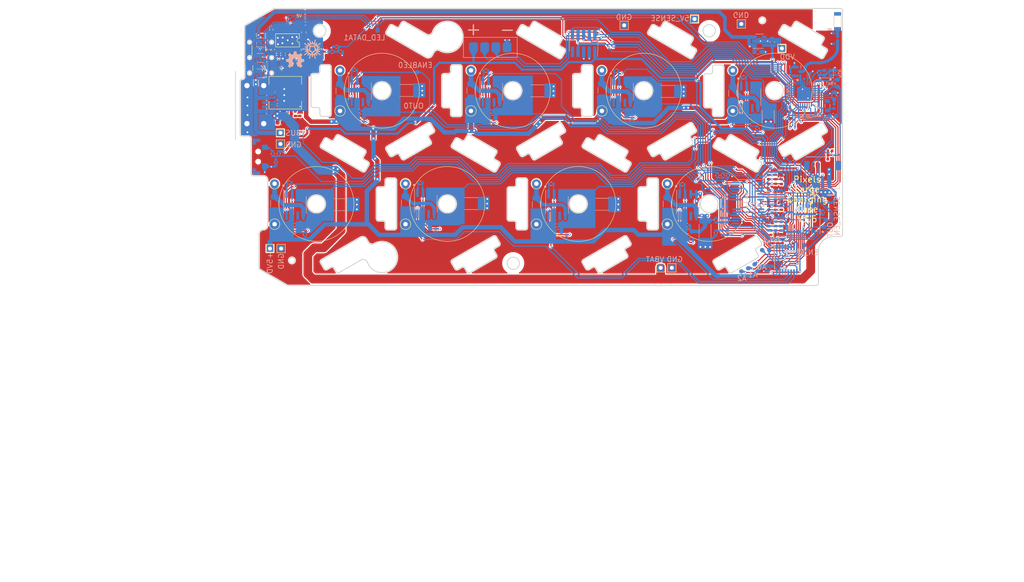
<source format=kicad_pcb>
(kicad_pcb (version 20221018) (generator pcbnew)
  (layers (0 "F.Cu" signal) (31 "B.Cu" signal) (34 "B.Paste" user) (35 "F.Paste" user) (36 "B.SilkS" user "B.Silkscreen") (37 "F.SilkS" user "F.Silkscreen") (38 "B.Mask" user) (39 "F.Mask" user) (44 "Edge.Cuts" user))
  (net 0 "")
  (net 1 "GND")
  (net 2 "VBUS")
  (net 4 "Net-(U1-DEC4)")
  (net 5 "VDD")
  (net 6 "Net-(U1-P0.28{slash}AIN4)")
  (net 7 "Net-(U1-DEC1)")
  (net 8 "Net-(U1-XC2)")
  (net 9 "Net-(U1-XC1)")
  (net 10 "+5V")
  (net 11 "/Multiplexed Chargers/Charger 2/XKT_OUT")
  (net 12 "/Multiplexed Chargers/Charger 3/XKT_OUT")
  (net 13 "/Multiplexed Chargers/Charger 4/XKT_OUT")
  (net 14 "/Multiplexed Chargers/Charger 1/XKT_OUT")
  (net 15 "/Multiplexed Chargers/Charger 6/XKT_OUT")
  (net 16 "/Multiplexed Chargers/Charger 7/XKT_OUT")
  (net 17 "/Multiplexed Chargers/Charger 8/XKT_OUT")
  (net 18 "+5VD")
  (net 19 "Net-(U1-DEC3)")
  (net 20 "Net-(U18B--)")
  (net 21 "Net-(U18B-+)")
  (net 22 "Net-(U22-CE)")
  (net 23 "RXI")
  (net 24 "SWDIO")
  (net 25 "SWDCLK")
  (net 26 "SWO")
  (net 27 "RESET")
  (net 28 "TXO")
  (net 29 "Net-(U18A--)")
  (net 30 "Net-(U18A-+)")
  (net 31 "+BATT")
  (net 32 "Net-(U18C--)")
  (net 33 "Net-(C46-Pad1)")
  (net 34 "/Multiplexed Chargers/ENABLE1")
  (net 35 "Net-(R5-Pad2)")
  (net 36 "/Multiplexed Chargers/ENABLE2")
  (net 37 "/Multiplexed Chargers/ENABLE3")
  (net 38 "Net-(R8-Pad2)")
  (net 39 "/Multiplexed Chargers/ENABLE0")
  (net 40 "/Multiplexed Chargers/ENABLE5")
  (net 41 "Net-(R11-Pad2)")
  (net 42 "/Multiplexed Chargers/ENABLE6")
  (net 43 "/Multiplexed Chargers/ENABLE7")
  (net 44 "/Multiplexed Chargers/ENABLE4")
  (net 45 "Net-(U18C-+)")
  (net 46 "/Multiplexed Chargers/SENSE_OUT")
  (net 47 "/Multiplexed Chargers/CHARGER_ENL_D")
  (net 48 "/Multiplexed Chargers/~{CHARGER_ENL_EN}")
  (net 49 "Net-(U18D--)")
  (net 50 "/Multiplexed Chargers/CHARGER_SELECT_A0")
  (net 51 "/Multiplexed Chargers/CHARGER_SELECT_A1")
  (net 52 "/Multiplexed Chargers/CHARGER_SELECT_A2")
  (net 53 "Net-(U18D-+)")
  (net 54 "/Multiplexed Chargers/SENSE0")
  (net 55 "/Multiplexed Chargers/SENSE1")
  (net 56 "/Multiplexed Chargers/SENSE2")
  (net 57 "/Multiplexed Chargers/SENSE3")
  (net 58 "/Multiplexed Chargers/SENSE5")
  (net 59 "/Multiplexed Chargers/SENSE7")
  (net 60 "/Multiplexed Chargers/SENSE6")
  (net 61 "/Multiplexed Chargers/SENSE4")
  (net 62 "/Power/5V_SENSE")
  (net 63 "/Multiplexed Chargers/Charger 5/XKT_OUT")
  (net 64 "Net-(R2-Pad1)")
  (net 65 "Net-(R4-Pad1)")
  (net 66 "Net-(R13-Pad1)")
  (net 67 "Net-(R14-Pad2)")
  (net 68 "Net-(U20A--)")
  (net 69 "Net-(U20A-+)")
  (net 70 "Net-(U20B--)")
  (net 71 "Net-(U20B-+)")
  (net 72 "Net-(R19-Pad2)")
  (net 73 "Net-(U20C--)")
  (net 74 "Net-(U20C-+)")
  (net 75 "Net-(R7-Pad1)")
  (net 76 "Net-(R10-Pad1)")
  (net 77 "Net-(U20D--)")
  (net 78 "/Multiplexed Chargers/Charger 2/CHARGER_GND")
  (net 79 "/Multiplexed Chargers/Charger 3/CHARGER_GND")
  (net 80 "/Multiplexed Chargers/Charger 4/CHARGER_GND")
  (net 81 "/Multiplexed Chargers/Charger 1/CHARGER_GND")
  (net 82 "/Multiplexed Chargers/Charger 6/CHARGER_GND")
  (net 83 "/Multiplexed Chargers/Charger 7/CHARGER_GND")
  (net 84 "/Multiplexed Chargers/Charger 8/CHARGER_GND")
  (net 85 "/Multiplexed Chargers/Charger 5/CHARGER_GND")
  (net 86 "Net-(L1-Pad2)")
  (net 87 "Net-(U20D-+)")
  (net 88 "Net-(D1-DIN)")
  (net 90 "Net-(D2-DIN)")
  (net 91 "Net-(D3-DIN)")
  (net 93 "Net-(J23-CC1)")
  (net 94 "Net-(J23-CC2)")
  (net 95 "Net-(J24-Pin_2)")
  (net 96 "Net-(U1-DCC)")
  (net 97 "/VBAT_SENSE")
  (net 98 "/Multiplexed Chargers/~{CHARGER_CLR}")
  (net 99 "Net-(U16-SW)")
  (net 100 "/ANT_NRF")
  (net 101 "/ANTENNA")
  (net 102 "Net-(U16-ISET)")
  (net 103 "/ANT_50")
  (net 105 "/BOOST_EN")
  (net 106 "/Multiplexed Chargers/~{SENSE_EN}")
  (net 108 "Net-(R35-Pad2)")
  (net 109 "Net-(R16-Pad1)")
  (net 110 "Net-(R33-Pad1)")
  (net 111 "Net-(R70-Pad2)")
  (net 112 "Net-(R38-Pad1)")
  (net 113 "Net-(R74-Pad1)")
  (net 114 "Net-(R75-Pad2)")
  (footprint "Capacitor_SMD:C_0402_1005Metric" (layer "F.Cu") (at 198.57 109.19 -90)
    (fp_text reference "C72" hide)
    (fp_text value "1nF 10V 20%")
  )
  (footprint "TestPoint:TestPoint_THTPad_D2.0mm_Drill1.0mm" (layer "F.Cu") (at 113.37 107.25)
    (fp_text reference "J17" hide)
    (fp_text value "Coil B")
  )
  (footprint "TestPoint:TestPoint_THTPad_D2.0mm_Drill1.0mm" (layer "F.Cu") (at 83.67 107.25)
    (fp_text reference "J20" hide)
    (fp_text value "Coil B")
  )
  (footprint "Pixels-dice:TestPoint_1.5x1.5_Drill0.9mm" (layer "F.Cu") (at 162.98 62.1)
    (fp_text reference "W3" hide)
    (fp_text value "GND")
  )
  (footprint "Pixels-dice:TestPoint_1.5x1.5_Drill0.9mm" (layer "F.Cu") (at 85 89.04)
    (fp_text reference "W45" hide)
    (fp_text value "GND")
  )
  (footprint "TestPoint:TestPoint_THTPad_D2.0mm_Drill1.0mm" (layer "F.Cu") (at 157.92 81.53)
    (fp_text reference "J5" hide)
    (fp_text value "Coil B")
  )
  (footprint "Pixels-dice:TX Coil" (layer "F.Cu") (at 152.575499 102.652904 90)
    (fp_text reference "J15" hide)
    (fp_text value "TX_Coil" hide)
  )
  (footprint "TestPoint:TestPoint_THTPad_D2.0mm_Drill1.0mm" (layer "F.Cu") (at 143.07 107.25)
    (fp_text reference "J14" hide)
    (fp_text value "Coil B")
  )
  (footprint "Capacitor_SMD:C_0402_1005Metric" (layer "F.Cu") (at 209.17 93 -90)
    (fp_text reference "C54" hide)
    (fp_text value "10nF 25V 10%")
  )
  (footprint "Capacitor_SMD:C_0402_1005Metric" (layer "F.Cu") (at 89.47 82.19 90)
    (fp_text reference "C46" hide)
    (fp_text value "3.3nF 50V 10%")
  )
  (footprint "Capacitor_SMD:C_0402_1005Metric" (layer "F.Cu") (at 197.28 104.47 -90)
    (fp_text reference "C60" hide)
    (fp_text value "1nF 10V 20%")
  )
  (footprint "Capacitor_SMD:C_0402_1005Metric" (layer "F.Cu") (at 206.39 94.91 180)
    (fp_text reference "C18" hide)
    (fp_text value "0.1uF 10V 20%")
  )
  (footprint "Package_TO_SOT_SMD:SOT-23" (layer "F.Cu") (at 80.1 67.3 90)
    (fp_text reference "D4" hide)
    (fp_text value "BAT54C")
  )
  (footprint "Pixels-dice:TestPoint_1.5x1.5_Drill0.9mm" (layer "F.Cu") (at 189.56 61.79 90)
    (fp_text reference "W7" hide)
    (fp_text value "GND")
  )
  (footprint "Pixels-dice:TX Coil" (layer "F.Cu") (at 93.175499 102.652904 90)
    (fp_text reference "J21" hide)
    (fp_text value "TX_Coil" hide)
  )
  (footprint "Pixels-dice:TX Coil" (layer "F.Cu") (at 182.275499 102.652904 90)
    (fp_text reference "J26" hide)
    (fp_text value "TX_Coil" hide)
  )
  (footprint "Pixels-dice:TestPoint_1.5x1.5_Drill0.9mm" (layer "F.Cu") (at 178.94 60.66)
    (fp_text reference "W5" hide)
    (fp_text value "5V_SENSE")
  )
  (footprint "TestPoint:TestPoint_THTPad_D2.0mm_Drill1.0mm" (layer "F.Cu") (at 98.52 72.33)
    (fp_text reference "J13" hide)
    (fp_text value "Coil A")
  )
  (footprint "TestPoint:TestPoint_THTPad_D2.0mm_Drill1.0mm" (layer "F.Cu") (at 98.52 81.53)
    (fp_text reference "J11" hide)
    (fp_text value "Coil B")
  )
  (footprint "Pixels-dice:TestPoint_1.5x1.5_Drill0.9mm" (layer "F.Cu") (at 171.26 117.16)
    (fp_text reference "W11" hide)
    (fp_text value "VBAT")
  )
  (footprint "Capacitor_SMD:C_0603_1608Metric" (layer "F.Cu") (at 90.32 63.68 -90)
    (fp_text reference "C44" hide)
    (fp_text value "10uF 10V 20%")
  )
  (footprint "Resistor_SMD:R_0402_1005Metric" (layer "F.Cu") (at 198.73 104.48 90)
    (fp_text reference "R32" hide)
    (fp_text value "100k 0.1%")
  )
  (footprint "TestPoint:TestPoint_THTPad_D2.0mm_Drill1.0mm" (layer "F.Cu") (at 187.62 72.33)
    (fp_text reference "J10" hide)
    (fp_text value "Coil A")
  )
  (footprint "Resistor_SMD:R_0402_1005Metric" (layer "F.Cu") (at 196.74 111.06 -90)
    (fp_text reference "R65" hide)
    (fp_text value "1k 0.1%")
  )
  (footprint "Capacitor_SMD:C_0402_1005Metric" (layer "F.Cu") (at 198.5 107.19 90)
    (fp_text reference "C63" hide)
    (fp_text value "1nF 10V 20%")
  )
  (footprint "Resistor_SMD:R_0402_1005Metric" (layer "F.Cu") (at 198.7 96.53 -90)
    (fp_text reference "R50" hide)
    (fp_text value "1k 0.1%")
  )
  (footprint "Resistor_SMD:R_0402_1005Metric" (layer "F.Cu") (at 195.67 98.59 90)
    (fp_text reference "R52" hide)
    (fp_text value "1k 0.1%")
  )
  (footprint "Resistor_SMD:R_0402_1005Metric" (layer "F.Cu") (at 195.75 104.5 90)
    (fp_text reference "R31" hide)
    (fp_text value "1k 0.1%")
  )
  (footprint "Capacitor_SMD:C_0805_2012Metric" (layer "F.Cu") (at 90.46 67.68 90)
    (fp_text reference "C48" hide)
    (fp_text value "22uF 10V 20%")
  )
  (footprint "Capacitor_SMD:C_0603_1608Metric" (layer "F.Cu") (at 85.13 84.16)
    (fp_text reference "C74" hide)
    (fp_text value "10uF 10V 20%")
  )
  (footprint "TestPoint:TestPoint_THTPad_D2.0mm_Drill1.0mm" (layer "F.Cu") (at 113.37 98.05)
    (fp_text reference "J19" hide)
    (fp_text value "Coil A")
  )
  (footprint "Resistor_SMD:R_0402_1005Metric" (layer "F.Cu") (at 197.34 96.53 -90)
    (fp_text reference "R49" hide)
    (fp_text value "100k 0.1%")
  )
  (footprint "Capacitor_SMD:C_0402_1005Metric" (layer "F.Cu") (at 195.7 102.61 90)
    (fp_text reference "C59" hide)
    (fp_text value "1nF 10V 20%")
  )
  (footprint "Capacitor_SMD:C_0402_1005Metric" (layer "F.Cu") (at 90.67 61.72)
    (fp_text reference "C43" hide)
    (fp_text value "0.1uF 10V 20%")
  )
  (footprint "Pixels-dice:SPM6530" (layer "F.Cu") (at 86.1 77.4 180)
    (fp_text reference "L4" hide)
    (fp_text value "2.2uH 1.5A 10%")
  )
  (footprint "Pixels-dice:TEST_PIN" (layer "F.Cu") (at 89.26 61.12)
    (fp_text reference "W62" hide)
    (fp_text value "5V")
  )
  (footprint "Resistor_SMD:R_0402_1005Metric" (layer "F.Cu") (at 197.41 107.18 -90)
    (fp_text reference "R44" hide)
    (fp_text value "100k 0.1%")
  )
  (footprint "Resistor_SMD:R_0402_1005Metric" (layer "F.Cu") (at 197.36 109.16 90)
    (fp_text reference "R68" hide)
    (fp_text value "100k 0.1%")
  )
  (footprint "Resistor_SMD:R_0402_1005Metric" (layer "F.Cu") (at 82.95 63.06 -90)
    (fp_text reference "R18" hide)
    (fp_text value "120k 1%")
  )
  (footprint "Capacitor_SMD:C_0402_1005Metric" (layer "F.Cu") (at 198.9 111.08 90)
    (fp_text reference "C71" hide)
    (fp_text value "1nF 10V 20%")
  )
  (footprint "TestPoint:TestPoint_THTPad_D2.0mm_Drill1.0mm" (layer "F.Cu") (at 143.07 98.05)
    (fp_text reference "J16" hide)
    (fp_text value "Coil A")
  )
  (footprint "Capacitor_SMD:C_0805_2012Metric" (layer "F.Cu") (at 92.39 67.68 90)
    (fp_text reference "C47" hide)
    (fp_text value "22uF 10V 20%")
  )
  (footprint "TestPoint:TestPoint_THTPad_D2.0mm_Drill1.0mm" (layer "F.Cu") (at 172.77 98.05)
    (fp_text reference "J27" hide)
    (fp_text value "Coil A")
  )
  (footprint "TestPoint:TestPoint_THTPad_D2.0mm_Drill1.0mm" (layer "F.Cu") (at 157.92 72.33)
    (fp_text reference "J7" hide)
    (fp_text value "Coil A")
  )
  (footprint "Resistor_SMD:R_0402_1005Metric" (layer "F.Cu") (at 195.74 107.19 -90)
    (fp_text reference "R45" hide)
    (fp_text value "1k 0.1%")
  )
  (footprint "Resistor_SMD:R_0402_1005Metric" (layer "F.Cu") (at 209.68 90.57 180)
    (fp_text reference "R34" hide)
    (fp_text value "4.02M 1%")
  )
  (footprint "Capacitor_SMD:C_0402_1005Metric" (layer "F.Cu") (at 195.68 96.55 90)
    (fp_text reference "C65" hide)
    (fp_text value "1nF 10V 20%")
  )
  (footprint "Pixels-dice:ESSOP10" (layer "F.Cu") (at 86.61 65.51 -90)
    (fp_text reference "U16" hide)
    (fp_text value "ETA9882")
  )
  (footprint "Resistor_SMD:R_0402_1005Metric" (layer "F.Cu") (at 197.31 102.61 -90)
    (fp_text reference "R28" hide)
    (fp_text value "100k 0.1%")
  )
  (footprint "Resistor_SMD:R_0402_1005Metric" (layer "F.Cu") (at 208.65 91.55 180)
    (fp_text reference "R36" hide)
    (fp_text value "10M 1%")
  )
  (footprint "Capacitor_SMD:C_0402_1005Metric" (layer "F.Cu") (at 83.35 67.59 90)
    (fp_text reference "C75" hide)
    (fp_text value "0.1uF 10V 20%")
  )
  (footprint "Pixels-dice:TestPoint_1.5x1.5_Drill0.9mm" (layer "F.Cu") (at 198.77 67.34 90)
    (fp_text reference "W68" hide)
    (fp_text value "VDD")
  )
  (footprint "Pixels-dice:TX Coil" (layer "F.Cu") (at 137.725561 76.931985 90)
    (fp_text reference "J3" hide)
    (fp_text value "TX_Coil" hide)
  )
  (footprint "Pixels-dice:TX Coil" (layer "F.Cu") (at 167.425561 76.931985 90)
    (fp_text reference "J6" hide)
    (fp_text value "TX_Coil" hide)
  )
  (footprint "Pixels-dice:TestPoint_1.5x1.5_Drill0.9mm" (layer "F.Cu") (at 85 86.5)
    (fp_text reference "W61" hide)
    (fp_text value "VBUS")
  )
  (footprint "Fuse:Fuse_1210_3225Metric" (layer "F.Cu") (at 80.1 71.8 90)
    (fp_text reference "F1" hide)
    (fp_text value "2000mA <150mR")
  )
  (footprint "TestPoint:TestPoint_THTPad_D2.0mm_Drill1.0mm" (layer "F.Cu") (at 128.22 81.53)
    (fp_text reference "J2" hide)
    (fp_text value "Coil B")
  )
  (footprint "Resistor_SMD:R_0402_1005Metric" (layer "F.Cu") (at 197.85 111.06 -90)
    (fp_text reference "R64" hide)
    (fp_text value "100k 0.1%")
  )
  (footprint "TestPoint:TestPoint_THTPad_D2.0mm_Drill1.0mm" (layer "F.Cu") (at 128.22 72.33)
    (fp_text reference "J4" hide)
    (fp_text value "Coil A")
  )
  (footprint "Resistor_SMD:R_0402_1005Metric" (layer "F.Cu") (at 197.34 98.59 90)
    (fp_text reference "R53" hide)
    (fp_text value "100k 0.1%")
  )
  (footprint "Resistor_SMD:R_0402_1005Metric" (layer "F.Cu") (at 196.31 109.17 90)
    (fp_text reference "R67" hide)
    (fp_text value "1k 0.1%")
  )
  (footprint "Pixels-dice:TX Coil" (layer "F.Cu") (at 108.025561 76.931985 90)
    (fp_text reference "J12" hide)
    (fp_text value "TX_Coil" hide)
  )
  (footprint "TestPoint:TestPoint_THTPad_D2.0mm_Drill1.0mm" (layer "F.Cu") (at 83.67 98.05)
    (fp_text reference "J22" hide)
    (fp_text value "Coil A")
  )
  (footprint "Resistor_SMD:R_0402_1005Metric" (layer "F.Cu") (at 88.34 82.17 90)
    (fp_text reference "R69" hide)
    (fp_text value "1R 5%")
  )
  (footprint "Pixels-dice:TestPoint_1.5x1.5_Drill0.9mm" (layer "F.Cu") (at 82.62 112.78)
    (fp_text reference "W65" hide)
    (fp_text value "+5VD")
  )
  (footprint "Capacitor_SMD:C_0402_1005Metric" (layer "F.Cu") (at 198.71 98.61 -90)
    (fp_text reference "C66" hide)
    (fp_text value "1nF 10V 20%")
  )
  (footprint "TestPoint:TestPoint_THTPad_D2.0mm_Drill1.0mm" (layer "F.Cu") (at 187.62 81.53)
    (fp_text reference "J8" hide)
    (fp_text value "Coil B")
  )
  (footprint "Capacitor_SMD:C_0603_1608Metric" (layer "F.Cu") (at 82.3 67.75 90)
    (fp_text reference "C45" hide)
    (fp_text value "10uF 10V 20%")
  )
  (footprint "TestPoint:TestPoint_THTPad_D2.0mm_Drill1.0mm" (layer "F.Cu") (at 172.77 107.25)
    (fp_text reference "J25" hide)
    (fp_text value "Coil B")
  )
  (footprint "Capacitor_SMD:C_0603_1608Metric" (layer "F.Cu") (at 206.11 93.63 180)
    (fp_text reference "C14" hide)
    (fp_text value "10uF 10V 20%")
  )
  (footprint "Pixels-dice:TestPoint_1.5x1.5_Drill0.9mm" (layer "F.Cu") (at 85.16 112.78)
    (fp_text reference "W2" hide)
    (fp_text value "GND")
  )
  (footprint "Pixels-dice:TestPoint_1.5x1.5_Drill0.9mm" (layer "F.Cu") (at 173.8 117.16)
    (fp_text reference "W44" hide)
    (fp_text value "GND")
  )
  (footprint "Resistor_SMD:R_0402_1005Metric" (layer "F.Cu") (at 198.72 102.61 -90)
    (fp_text reference "R29" hide)
    (fp_text value "1k 0.1%")
  )
  (footprint "Pixels-dice:TX Coil" (layer "F.Cu") (at 197.125561 76.931985 90)
    (fp_text reference "J9" hide)
    (fp_text value "TX_Coil" hide)
  )
  (footprint "Pixels-dice:TX Coil" (layer "F.Cu") (at 122.875499 102.652904 90)
    (fp_text reference "J18" hide)
    (fp_text value "TX_Coil" hide)
  )
  (footprint "Capacitor_SMD:C_0402_1005Metric" (layer "B.Cu") (at 186.48 109.19 -90)
    (fp_text reference "C61" hide)
    (fp_text value "1nF 10V 20%")
  )
  (footprint "Capacitor_SMD:C_0402_1005Metric" (layer "B.Cu") (at 186.52 96.2 90)
    (fp_text reference "C70" hide)
    (fp_text value "1nF 10V 20%")
  )
  (footprint "Capacitor_SMD:C_0402_1005Metric" (layer "B.Cu") (at 195.7 108.17 -90)
    (fp_text reference "C49" hide)
    (fp_text value "1nF 10V 20%")
  )
  (footprint "Pixels-dice:SOIC-8_3.9x4.9mm_P1.27mm" (layer "B.Cu") (at 147.73 102.91)
    (fp_text reference "U11" hide)
    (fp_text value "XKT511")
  )
  (footprint "Resistor_SMD:R_0402_1005Metric" (layer "B.Cu") (at 197.3 100 -90)
    (fp_text reference "R58" hide)
    (fp_text value "100k 0.1%")
  )
  (footprint "Capacitor_SMD:C_0603_1608Metric" (layer "B.Cu") (at 177.49 108.9)
    (fp_text reference "C56" hide)
    (fp_text value "10uF 10V 20%")
  )
  (footprint "Resistor_SMD:R_0402_1005Metric" (layer "B.Cu") (at 185.86 102.05)
    (fp_text reference "R48" hide)
    (fp_text value "100k 0.1%")
  )
  (footprint "Pixels-dice:CHIP_ANT" (layer "B.Cu") (at 211.4 62.9 180)
    (fp_text reference "AE1" hide)
    (fp_text value "Antenna_Chip" hide)
  )
  (footprint "Resistor_SMD:R_0402_1005Metric" (layer "B.Cu") (at 86.98 97.79 180)
    (fp_text reference "R70" hide)
    (fp_text value "42.2K 1%")
  )
  (footprint "Pixels-dice:Battery_Socket_1.5mm_3PIN_V1.1" (layer "B.Cu") (at 208 94.93 180)
    (fp_text reference "J24" hide)
    (fp_text value "Conn_01x03")
  )
  (footprint "Resistor_SMD:R_0402_1005Metric" (layer "B.Cu") (at 90.53 109.6 -90)
    (fp_text reference "R38" hide)
    (fp_text value "200K 1%")
  )
  (footprint "Resistor_SMD:R_0402_1005Metric" (layer "B.Cu") (at 84.6 91.24 90)
    (fp_text reference "R1" hide)
    (fp_text value "1M 5%")
  )
  (footprint "Resistor_SMD:R_0402_1005Metric" (layer "B.Cu") (at 198.7 108.19 90)
    (fp_text reference "R22" hide)
    (fp_text value "1k 0.1%")
  )
  (footprint "Pixels-dice:TEST_PIN" (layer "B.Cu") (at 115.99 72.76 180)
    (fp_text reference "W39" hide)
    (fp_text value "ENABLE0")
  )
  (footprint "Capacitor_SMD:C_0603_1608Metric" (layer "B.Cu") (at 210.62 78.08 90)
    (fp_text reference "C1" hide)
    (fp_text value "10uF 10V 20%")
  )
  (footprint "Resistor_SMD:R_0402_1005Metric" (layer "B.Cu") (at 178.1 110.66 180)
    (fp_text reference "R74" hide)
    (fp_text value "200K 1%")
  )
  (footprint "Pixels-dice:TX1812Z_2020" (layer "B.Cu") (at 80.5 66 90)
    (fp_text reference "D3" hide)
    (fp_text value "TX1812Z_2020")
  )
  (footprint "Capacitor_SMD:C_0402_1005Metric" (layer "B.Cu") (at 88.28 107.45)
    (fp_text reference "C35" hide)
    (fp_text value "0.1uF 10V 20%")
  )
  (footprint "Pixels-dice:USB-C-SMD_10P-P1.00-L6.8-W8.9_V1.1" (layer "B.Cu") (at 81.355 80.6 180)
    (fp_text reference "J23" hide)
    (fp_text value "USB_C_Receptacle_USB2.0")
  )
  (footprint "Resistor_SMD:R_0402_1005Metric" (layer "B.Cu") (at 193.19 85.53 90)
    (fp_text reference "R10" hide)
    (fp_text value "200K 1%")
  )
  (footprint "Capacitor_SMD:C_1206_3216Metric" (layer "B.Cu") (at 157.95 76.88 -90)
    (fp_text reference "C17" hide)
    (fp_text value "33nF 50V NP0")
  )
  (footprint "Capacitor_SMD:C_0603_1608Metric" (layer "B.Cu") (at 162.7 82.79)
    (fp_text reference "C16" hide)
    (fp_text value "10uF 10V 20%")
  )
  (footprint "Resistor_SMD:R_0402_1005Metric" (layer "B.Cu") (at 198.7 106.2 -90)
    (fp_text reference "R25" hide)
    (fp_text value "100k 0.1%")
  )
  (footprint "Pixels-dice:SOIC-8_3.9x4.9mm_P1.27mm" (layer "B.Cu") (at 88.29 102.84)
    (fp_text reference "U15" hide)
    (fp_text value "XKT511")
  )
  (footprint "Pixels-dice:TX1812Z_2020" (layer "B.Cu") (at 80.5 73 90)
    (fp_text reference "D1" hide)
    (fp_text value "TX1812Z_2020")
  )
  (footprint "Resistor_SMD:R_0402_1005Metric" (layer "B.Cu") (at 185.3 96.18 -90)
    (fp_text reference "R63" hide)
    (fp_text value "100k 0.1%")
  )
  (footprint "Pixels-dice:TEST_PIN" (layer "B.Cu") (at 195.9 113.1 180)
    (fp_text reference "W58" hide)
    (fp_text value "EN_L")
  )
  (footprint "Resistor_SMD:R_0402_1005Metric" (layer "B.Cu") (at 176.16 98.19 180)
    (fp_text reference "R75" hide)
    (fp_text value "42.2K 1%")
  )
  (footprint "Pixels-dice:SOIC-8_3.9x4.9mm_P1.27mm" (layer "B.Cu") (at 162.5 77.21)
    (fp_text reference "U5" hide)
    (fp_text value "XKT511")
  )
  (footprint "Resistor_SMD:R_0402_1005Metric" (layer "B.Cu") (at 184.13 96.18 -90)
    (fp_text reference "R62" hide)
    (fp_text value "1k 0.1%")
  )
  (footprint "Package_DFN_QFN:QFN-32-1EP_5x5mm_P0.5mm_EP3.1x3.1mm" (layer "B.Cu") (at 203.72 77.71 90)
    (fp_text reference "U1" hide)
    (fp_text value "N52810_QFN32")
  )
  (footprint "Pixels-dice:DFN" (layer "B.Cu") (at 83.72 77.97 -90)
    (fp_text reference "D5" hide)
    (fp_text value "D_TVS")
  )
  (footprint "Resistor_SMD:R_0402_1005Metric" (layer "B.Cu") (at 183.78 109.21 90)
    (fp_text reference "R40" hide)
    (fp_text value "1k 0.1%")
  )
  (footprint "Resistor_SMD:R_0402_1005Metric" (layer "B.Cu") (at 146.45 98.09 180)
    (fp_text reference "R19" hide)
    (fp_text value "42.2K 1%")
  )
  (footprint "Resistor_SMD:R_0402_1005Metric" (layer "B.Cu") (at 101.75 72.16 180)
    (fp_text reference "R14" hide)
    (fp_text value "42.2K 1%")
  )
  (footprint "Resistor_SMD:R_0402_1005Metric" (layer "B.Cu") (at 131.61 72.39 180)
    (fp_text reference "R5" hide)
    (fp_text value "42.2K 1%")
  )
  (footprint "Pixels-dice:TEST_PIN" (layer "B.Cu") (at 145.23 108.27 -90)
    (fp_text reference "W24" hide)
    (fp_text value "R" hide)
  )
  (footprint "Resistor_SMD:R_0402_1005Metric" (layer "B.Cu") (at 161.18 72.41 180)
    (fp_text reference "R8" hide)
    (fp_text value "42.2K 1%")
  )
  (footprint "Capacitor_SMD:C_1206_3216Metric" (layer "B.Cu") (at 128.22 76.91 -90)
    (fp_text reference "C13" hide)
    (fp_text value "33nF 50V NP0")
  )
  (footprint "Inductor_SMD:L_0805_2012Metric" (layer "B.Cu") (at 209.11 80.36 -90)
    (fp_text reference "L1" hide)
    (fp_text value "10uH 100mA 10%")
  )
  (footprint "Capacitor_SMD:C_0402_1005Metric" (layer "B.Cu") (at 191.5 82.76)
    (fp_text reference "C19" hide)
    (fp_text value "0.1uF 10V 20%")
  )
  (footprint "Resistor_SMD:R_2010_5025Metric" (layer "B.Cu") (at 98.6225 102.82 180)
    (fp_text reference "R66" hide)
    (fp_text value "100mR 0.5W 1%")
  )
  (footprint "Resistor_SMD:R_0402_1005Metric" (layer "B.Cu") (at 201.23 93.18)
    (fp_text reference "R17" hide)
    (fp_text value "82K 1%")
  )
  (footprint "Pixels-dice:0402_RF" (layer "B.Cu") (at 202.95 73.05 90)
    (fp_text reference "L6" hide)
    (fp_text value "3.9nH 5%")
  )
  (footprint "Capacitor_SMD:C_0402_1005Metric" (layer "B.Cu") (at 196.95 104.72)
    (fp_text reference "C39" hide)
    (fp_text value "0.1uF 10V 20%")
  )
  (footprint "Resistor_SMD:R_0402_1005Metric" (layer "B.Cu") (at 84.25 80.78 180)
    (fp_text reference "R27" hide)
    (fp_text value "5.1k 1%")
  )
  (footprint "Capacitor_SMD:C_0603_1608Metric" (layer "B.Cu") (at 103.21 82.77)
    (fp_text reference "C24" hide)
    (fp_text value "10uF 10V 20%")
  )
  (footprint "Capacitor_SMD:C_0603_1608Metric" (layer "B.Cu") (at 88.44 108.78)
    (fp_text reference "C36" hide)
    (fp_text value "10uF 10V 20%")
  )
  (footprint "Resistor_SMD:R_2010_5025Metric" (layer "B.Cu") (at 128.31 102.57 180)
    (fp_text reference "R61" hide)
    (fp_text value "100mR 0.5W 1%")
  )
  (footprint "Pixels-dice:TEST_PIN" (layer "B.Cu") (at 130.2 83.09 -90)
    (fp_text reference "W4" hide)
    (fp_text value "R" hide)
  )
  (footprint "Resistor_SMD:R_0402_1005Metric" (layer "B.Cu") (at 185.86 104.24)
    (fp_text reference "R47" hide)
    (fp_text value "1k 0.1%")
  )
  (footprint "Resistor_SMD:R_0402_1005Metric" (layer "B.Cu") (at 196.14 106.17 -90)
    (fp_text reference "R24" hide)
    (fp_text value "1k 0.1%")
  )
  (footprint "Pixels-dice:TEST_PIN" (layer "B.Cu") (at 115.13 81.82 90)
    (fp_text reference "W40" hide)
    (fp_text value "OUT0")
  )
  (footprint "Pixels-dice:0402_RF" (layer "B.Cu") (at 211.4 65.1 90)
    (fp_text reference "L3" hide)
    (fp_text value "1.5nH 5%")
  )
  (footprint "Pixels-dice:TEST_PIN" (layer "B.Cu") (at 115.42 108.02 -90)
    (fp_text reference "W29" hide)
    (fp_text value "R" hide)
  )
  (footprint "Pixels-dice:TEST_PIN" (layer "B.Cu") (at 208.3 107.87 180)
    (fp_text reference "W47" hide)
    (fp_text value "OUT")
  )
  (footprint "Capacitor_SMD:C_0402_1005Metric" (layer "B.Cu") (at 197.3 106.19 90)
    (fp_text reference "C50" hide)
    (fp_text value "1nF 10V 20%")
  )
  (footprint "Pixels-dice:4x2.54mm_SMD" (layer "B.Cu") (at 132.61 67.11)
    (fp_text reference "P1" hide)
    (fp_text value "heard4")
  )
  (footprint "Capacitor_SMD:C_0402_1005Metric" (layer "B.Cu") (at 204.8 73.5 90)
    (fp_text reference "C7" hide)
    (fp_text value "100pF NP0 10V 5%")
  )
  (footprint "Resistor_SMD:R_2010_5025Metric" (layer "B.Cu") (at 172.87 77.11 180)
    (fp_text reference "R56" hide)
    (fp_text value "100mR 0.5W 1%")
  )
  (footprint "Pixels-dice:TEST_PIN" (layer "B.Cu") (at 194.29 113.13 180)
    (fp_text reference "W59" hide)
    (fp_text value "CHARGER_CLR" hide)
  )
  (footprint "Pixels-dice:TEST_PIN" (layer "B.Cu") (at 191.12 117.26)
    (fp_text reference "W42" hide)
    (fp_text value "A1")
  )
  (footprint "Capacitor_SMD:C_1206_3216Metric" (layer "B.Cu") (at 172.74 102.68 -90)
    (fp_text reference "C57" hide)
    (fp_text value "33nF 50V NP0")
  )
  (footprint "Capacitor_SMD:C_0402_1005Metric" (layer "B.Cu") (at 132.79 81.7)
    (fp_text reference "C11" hide)
    (fp_text value "0.1uF 10V 20%")
  )
  (footprint "Capacitor_SMD:C_0402_1005Metric" (layer "B.Cu") (at 185.88 103.17 180)
    (fp_text reference "C64" hide)
    (fp_text value "1nF 10V 20%")
  )
  (footprint "Capacitor_SMD:C_0402_1005Metric" (layer "B.Cu") (at 195.67 117.42 -90)
    (fp_text reference "C42" hide)
    (fp_text value "0.1uF 10V 20%")
  )
  (footprint "Capacitor_SMD:C_0402_1005Metric" (layer "B.Cu") (at 83.95 93.14 -90)
    (fp_text reference "C3" hide)
    (fp_text value "0.1uF 10V 20%")
  )
  (footprint "Resistor_SMD:R_0402_1005Metric" (layer "B.Cu") (at 83.24 91.25 -90)
    (fp_text reference "R2" hide)
    (fp_text value "1k 1%")
  )
  (footprint "Capacitor_SMD:C_0603_1608Metric" (layer "B.Cu") (at 196.59 65.905 90)
    (fp_text reference "C52" hide)
    (fp_text value "10uF 10V 20%" hide)
  )
  (footprint "Capacitor_SMD:C_0402_1005Metric" (layer "B.Cu") (at 207.19 72.87 90)
    (fp_text reference "C6" hide)
    (fp_text value "8pF 10V 10%")
  )
  (footprint "Pixels-dice:TEST_PIN" (layer "B.Cu") (at 203.87 111.97 180)
    (fp_text reference "W57" hide)
    (fp_text value "EN_D")
  )
  (footprint "Pixels-dice:SOIC-8_3.9x4.9mm_P1.27mm" (layer "B.Cu") (at 103.07 77.1)
    (fp_text reference "U9" hide)
    (fp_text value "XKT511")
  )
  (footprint "Pixels-dice:SOT-23-5" (layer "B.Cu") (at 193.67 65.7)
    (fp_text reference "U22" hide)
    (fp_text value "ME6215" hide)
  )
  (footprint "Capacitor_SMD:C_0402_1005Metric" (layer "B.Cu") (at 211.18 72.87 -90)
    (fp_text reference "C5" hide)
    (fp_text value "8pF 10V 10%")
  )
  (footprint "Resistor_SMD:R_0402_1005Metric" (layer "B.Cu") (at 183.8 98.6 90)
    (fp_text reference "R59" hide)
    (fp_text value "100k 0.1%")
  )
  (footprint "Resistor_SMD:R_0402_1005Metric" (layer "B.Cu") (at 185.17 106.33 -90)
    (fp_text reference "R43" hide)
    (fp_text value "100k 0.1%")
  )
  (footprint "Package_SO:TSSOP-14_4.4x5mm_P0.65mm" (layer "B.Cu") (at 191.05 99.72 180)
    (fp_text reference "U20" hide)
    (fp_text value "LM2902")
  )
  (footprint "Pixels-dice:TSB002" (layer "B.Cu") (at 79.5 91.9 -90)
    (fp_text reference "SW1" hide)
    (fp_text value "SW_Push")
  )
  (footprint "Pixels-dice:TEST_PIN" (layer "B.Cu") (at 211.38 76.04 180)
    (fp_text reference "W70" hide)
    (fp_text value "VBAT_S")
  )
  (footprint "Capacitor_SMD:C_1206_3216Metric" (layer "B.Cu") (at 143.05 102.81 -90)
    (fp_text reference "C29" hide)
    (fp_text value "33nF 50V NP0")
  )
  (footprint "Capacitor_SMD:C_0402_1005Metric" (layer "B.Cu") (at 200.55 81.22 -90)
    (fp_text reference "C10" hide)
    (fp_text value "0.1uF 10V 20%")
  )
  (footprint "Capacitor_SMD:C_0402_1005Metric" (layer "B.Cu") (at 186.47 106.33 90)
    (fp_text reference "C62" hide)
    (fp_text value "1nF 10V 20%")
  )
  (footprint "Capacitor_SMD:C_0603_1608Metric" (layer "B.Cu") (at 133.03 83.04)
    (fp_text reference "C12" hide)
    (fp_text value "10uF 10V 20%")
  )
  (footprint "Resistor_SMD:R_0402_1005Metric" (layer "B.Cu") (at 98.65 68.095)
    (fp_text reference "R72" hide)
    (fp_text value "4.02M 1%")
  )
  (footprint "Capacitor_SMD:C_0603_1608Metric" (layer "B.Cu") (at 193.33 68.15)
    (fp_text reference "C53" hide)
    (fp_text value "10uF 10V 20%")
  )
  (footprint "Resistor_SMD:R_0402_1005Metric" (layer "B.Cu") (at 195.71 100.01 -90)
    (fp_text reference "R57" hide)
    (fp_text value "1k 0.1%")
  )
  (footprint "Capacitor_SMD:C_0402_1005Metric" (layer "B.Cu") (at 118 106.96)
    (fp_text reference "C31" hide)
    (fp_text value "0.1uF 10V 20%")
  )
  (footprint "Pixels-dice:TEST_PIN" (layer "B.Cu") (at 160.44 81.84 -90)
    (fp_text reference "W9" hide)
    (fp_text value "R" hide)
  )
  (footprint "Capacitor_SMD:C_1206_3216Metric" (layer "B.Cu") (at 113.35 102.42 -90)
    (fp_text reference "C33" hide)
    (fp_text value "33nF 50V NP0")
  )
  (footprint "Resistor_SMD:R_0402_1005Metric" (layer "B.Cu") (at 197.3 108.19 90)
    (fp_text reference "R21" hide)
    (fp_text value "100k 0.1%")
  )
  (footprint "LOGO" (layer "B.Cu") (at 88.35 69.9 180)
    (fp_text reference "G***" hide)
    (fp_text value "LOGO" hide)
  )
  (footprint "Resistor_SMD:R_0402_1005Metric" (layer "B.Cu") (at 149.87 110.16 -90)
    (fp_text reference "R16" hide)
    (fp_text value "200K 1%")
  )
  (footprint "Capacitor_SMD:C_0603_1608Metric" (layer "B.Cu") (at 118.14 108.27)
    (fp_text reference "C32" hide)
    (fp_text value "10uF 10V 20%")
  )
  (footprint "Resistor_SMD:R_0402_1005Metric" (layer "B.Cu") (at 183.77 106.33 -90)
    (fp_text reference "R42" hide)
    (fp_text value "1k 0.1%")
  )
  (footprint "Capacitor_SMD:C_0402_1005Metric" (layer "B.Cu") (at 198.7 100 90)
    (fp_text reference "C68" hide)
    (fp_text value "1nF 10V 20%")
  )
  (footprint "Resistor_SMD:R_0402_1005Metric" (layer "B.Cu") (at 182.41 98.6 90)
    (fp_text reference "R60" hide)
    (fp_text value "1k 0.1%")
  )
  (footprint "Pixels-dice:SOIC-8_3.9x4.9mm_P1.27mm" (layer "B.Cu") (at 117.98 102.55)
    (fp_text reference "U13" hide)
    (fp_text value "XKT511")
  )
  (footprint "Resistor_SMD:R_2010_5025Metric" (layer "B.Cu") (at 143.31 76.97 180)
    (fp_text reference "R30" hide)
    (fp_text value "100mR 0.5W 1%")
  )
  (footprint "Capacitor_SMD:C_0402_1005Metric" (layer "B.Cu") (at 102.94 81.54)
    (fp_text reference "C23" hide)
    (fp_text value "0.1uF 10V 20%")
  )
  (footprint "Pixels-dice:TX1812Z_2020" (layer "B.Cu") (at 80.5 69.5 90)
    (fp_text reference "D2" hide)
    (fp_text value "TX1812Z_2020")
  )
  (footprint "Pixels-dice:TEST_PIN" (layer "B.Cu") (at 211.43 74.42 180)
    (fp_text reference "W76" hide)
    (fp_text value "BTN")
  )
  (footprint "Pixels-dice:SOIC-8_3.9x4.9mm_P1.27mm" (layer "B.Cu") (at 132.83 77.14)
    (fp_text reference "U3" hide)
    (fp_text value "XKT511")
  )
  (footprint "Pixels-dice:TEST_PIN" (layer "B.Cu") (at 188.77 83.9 -90)
    (fp_text reference "W14" hide)
    (fp_text value "R" hide)
  )
  (footprint "LOGO" (layer "B.Cu") (at 92.25 67.5 180)
    (fp_text reference "G***" hide)
    (fp_text value "LOGO" hide)
  )
  (footprint "Inductor_SMD:L_0402_1005Metric" (layer "B.Cu") (at 210.6 80.48 90)
    (fp_text reference "L2" hide)
    (fp_text value "15nH")
  )
  (footprint "Pixels-dice:0402_RF" (layer "B.Cu") (at 210.95 63.9 180)
    (fp_text reference "C73" hide)
    (fp_text value "DNP")
  )
  (footprint "Resistor_SMD:R_2010_5025Metric" (layer "B.Cu") (at 157.96 102.73 180)
    (fp_text reference "R46" hide)
    (fp_text value "100mR 0.5W 1%")
  )
  (footprint "Capacitor_SMD:C_0402_1005Metric" (layer "B.Cu") (at 193.4 96.45)
    (fp_text reference "C40" hide)
    (fp_text value "0.1uF 10V 20%")
  )
  (footprint "Resistor_SMD:R_0402_1005Metric" (layer "B.Cu") (at 198.69 102.1 90)
    (fp_text reference "R55" hide)
    (fp_text value "1k 0.1%")
  )
  (footprint "Resistor_SMD:R_0402_1005Metric" (layer "B.Cu") (at 116.71 97.81 180)
    (fp_text reference "R35" hide)
    (fp_text value "42.2K 1%")
  )
  (footprint "Capacitor_SMD:C_1206_3216Metric" (layer "B.Cu") (at 83.68 102.55 -90)
    (fp_text reference "C37" hide)
    (fp_text value "33nF 50V NP0")
  )
  (footprint "Capacitor_SMD:C_0402_1005Metric" (layer "B.Cu") (at 208.09 104.61 -90)
    (fp_text reference "C41" hide)
    (fp_text value "0.1uF 10V 20%")
  )
  (footprint "Resistor_SMD:R_0402_1005Metric" (layer "B.Cu") (at 132.79 84.28 180)
    (fp_text reference "R4" hide)
    (fp_text value "200K 1%")
  )
  (footprint "Package_SO:TSSOP-14_4.4x5mm_P0.65mm" (layer "B.Cu") (at 191.166463 105.82 180)
    (fp_text reference "U18" hide)
    (fp_text value "LM2902")
  )
  (footprint "Capacitor_SMD:C_1206_3216Metric" (layer "B.Cu") (at 98.52 76.96 -90)
    (fp_text reference "C25" hide)
    (fp_text value "33nF 50V NP0")
  )
  (footprint "Capacitor_SMD:C_1206_3216Metric" (layer "B.Cu") (at 187.59 77.53 -90)
    (fp_text reference "C21" hide)
    (fp_text value "33nF 50V NP0")
  )
  (footprint "Capacitor_SMD:C_0402_1005Metric" (layer "B.Cu") (at 162.42 81.43)
    (fp_text reference "C15" hide)
    (fp_text value "0.1uF 10V 20%")
  )
  (footprint "Capacitor_SMD:C_0603_1608Metric" (layer "B.Cu") (at 210.38 82.62)
    (fp_text reference "C2" hide)
    (fp_text value "10uF 10V 20%")
  )
  (footprint "Pixels-dice:TEST_PIN" (layer "B.Cu") (at 192.57 116.37)
    (fp_text reference "W43" hide)
    (fp_text value "A0")
  )
  (footprint "Resistor_SMD:R_0402_1005Metric" (layer "B.Cu") (at 190.1 73.91 180)
    (fp_text reference "R11" hide)
    (fp_text value "42.2K 1%")
  )
  (footprint "Pixels-dice:TEST_PIN" (layer "B.Cu") (at 175.06 108.26 -90)
    (fp_text reference "W71" hide)
    (fp_text value "R" hide)
  )
  (footprint "Resistor_SMD:R_0402_1005Metric" (layer "B.Cu") (at 84.26 79.49 180)
    (fp_text reference "R26" hide)
    (fp_text value "5.1k 1%")
  )
  (footprint "Pixels-dice:0402_RF" (layer "B.Cu") (at 210.95 66.3 180)
    (fp_text reference "C8" hide)
    (fp_text value "0.8pF 10V 5% NP0")
  )
  (footprint "Pixels-dice:Crystal_SMD_2016-4Pin_2.0x1.6mm" (layer "B.Cu") (at 209.1 72.9 180)
    (fp_text reference "Y1" hide)
    (fp_text value "32MHz 40ppm")
  )
  (footprint "Connector_PinHeader_1.27mm:PinHeader_2x05_P1.27mm_Vertical_SMD" (layer "B.Cu") (at 153.79 66.14 90)
    (fp_text reference "J1" hide)
    (fp_text value "Conn_02x05_Odd_Even")
  )
  (footprint "Capacitor_SMD:C_0402_1005Metric" (layer "B.Cu") (at 184.8 98.62 -90)
    (fp_text reference "C69" hide)
    (fp_text value "1nF 10V 20%")
  )
  (footprint "Capacitor_SMD:C_0402_1005Metric" (layer "B.Cu") (at 206.86 82.17)
    (fp_text reference "C4" hide)
    (fp_text value "0.1uF 10V 20%")
  )
  (footprint "Pixels-dice:TEST_PIN" (layer "B.Cu") (at 85.69 109.19 -90)
    (fp_text reference "W34" hide)
    (fp_text value "R" hide)
  )
  (footprint "Capacitor_SMD:C_0603_1608Metric" (layer "B.Cu") (at 147.96 108.95)
    (fp_text reference "C28" hide)
    (fp_text value "10uF 10V 20%")
  )
  (footprint "Resistor_SMD:R_0402_1005Metric" (layer "B.Cu") (at 197.3 102.1 90)
    (fp_text reference "R54" hide)
    (fp_text value "100k 0.1%")
  )
  (footprint "Capacitor_SMD:C_0402_1005Metric" (layer "B.Cu") (at 97.68 66.945 180)
    (fp_text reference "C51" hide)
    (fp_text value "10nF 25V 10%")
  )
  (footprint "Capacitor_SMD:C_0402_1005Metric" (layer "B.Cu") (at 195.7 102.12 -90)
    (fp_text reference "C67" hide)
    (fp_text value "1nF 10V 20%")
  )
  (footprint "RFFrontEnd:MFH3.RECE.20369.001E.01" (layer "B.Cu") (at 201.7959 72.6 90)
    (fp_text reference "J28" hide)
    (fp_text value "DNP" hide)
  )
  (footprint "Pixels-dice:SOIC-8_3.9x4.9mm_P1.27mm" (layer "B.Cu") (at 177.46 102.93)
    (fp_text reference "U23" hide)
    (fp_text value "XKT511")
  )
  (footprint "Resistor_SMD:R_2010_5025Metric" (layer "B.Cu") (at 181.33 108.79 90)
    (fp_text reference "R41" hide)
    (fp_text value "100mR 0.5W 1%")
  )
  (footprint "Resistor_SMD:R_2010_5025Metric" (layer "B.Cu") (at 113.58 76.89 180)
    (fp_text reference "R23" hide)
    (fp_text value "100mR 0.5W 1%")
  )
  (footprint "Resistor_SMD:R_0402_1005Metric" (layer "B.Cu") (at 120.2 108.79 -90)
    (fp_text reference "R33" hide)
    (fp_text value "200K 1%")
  )
  (footprint "Package_SO:SSOP-16_4.4x5.2mm_P0.65mm" (layer "B.Cu") (at 199.89 115.12 -90)
    (fp_text reference "U19" hide)
    (fp_text value "74HCT259PW")
  )
  (footprint "Resistor_SMD:R_0402_1005Metric" (layer "B.Cu") (at 103.34 83.98 180)
    (fp_text reference "R13" hide)
    (fp_text value "200K 1%")
  )
  (footprint "Resistor_SMD:R_0402_1005Metric" (layer "B.Cu") (at 164.74 83.59 -90)
    (fp_text reference "R7" hide)
    (fp_text value "200K 1%")
  )
  (footprint "Resistor_SMD:R_0402_1005Metric" (layer "B.Cu") (at 96.72 68.075)
    (fp_text reference "R71" hide)
    (fp_text value "4.02M 1%")
  )
  (footprint "Pixels-dice:TEST_PIN" (layer "B.Cu") (at 100.45 82.75 -90)
    (fp_text reference "W19" hide)
    (fp_text value "R" hide)
  )
  (footprint "Pixels-dice:TEST_PIN" (layer "B.Cu") (at 107.03 63.28 180)
    (fp_text reference "W1" hide)
    (fp_text value "LED_DATA1")
  )
  (footprint "Pixels-dice:SOIC-8_3.9x4.9mm_P1.27mm" (layer "B.Cu") (at 191.42 78.46)
    (fp_text reference "U7" hide)
    (fp_text value "XKT511")
  )
  (footprint "Pixels-dice:TEST_PIN" (layer "B.Cu") (at 208.8 106.4 180)
    (fp_text reference "W48" hide)
    (fp_text value "SENSE_EN")
  )
  (footprint "Capacitor_SMD:C_0402_1005Metric" (layer "B.Cu") (at 147.7 107.53)
    (fp_text reference "C27" hide)
    (fp_text value "0.1uF 10V 20%")
  )
  (footprint "Resistor_SMD:R_2010_5025Metric" (layer "B.Cu") (at 195.66 82.91 90)
    (fp_text reference "R51" hide)
    (fp_text value "100mR 0.5W 1%")
  )
  (footprint "Pixels-dice:0402_RF" (layer "B.Cu") (at 203.4 74.2)
    (fp_text reference "C9" hide)
    (fp_text value "0.8pF 10V 5% NP0")
  )
  (footprint "Capacitor_SMD:C_0603_1608Metric" (layer "B.Cu") (at 191.58 83.94)
    (fp_text reference "C20" hide)
    (fp_text value "10uF 10V 20%")
  )
  (footprint "Package_SO:SSOP-16_4.4x5.2mm_P0.65mm" (layer "B.Cu") (at 204.61 106.1 90)
    (fp_text reference "U17" hide)
    (fp_text value "74HC4051PW")
  )
  (footprint "Capacitor_SMD:C_0402_1005Metric" (layer "B.Cu") (at 177.32 107.47)
    (fp_text reference "C55" hide)
    (fp_text value "0.1uF 10V 20%")
  )
  (footprint "Resistor_SMD:R_0402_1005Metric" (layer "B.Cu") (at 185.18 109.21 90)
    (fp_text reference "R39" hide)
    (fp_text value "100k 0.1%")
  )
  (footprint "Pixels-dice:TEST_PIN" (layer "B.Cu") (at 189.55 117.98)
    (fp_text reference "W41" hide)
    (fp_text value "A2")
  )
  (gr_circle (center 145.07 98.73) (end 145.27 98.73) (stroke (width 0.12)) (fill solid) (layer "B.SilkS"))
  (gr_circle (center 209.79 74.43) (end 209.99 74.43) (stroke (width 0.12)) (fill solid) (layer "B.SilkS"))
  (gr_circle (center 188.88 74.2) (end 189.08 74.2) (stroke (width 0.12)) (fill solid) (layer "B.SilkS"))
  (gr_circle (center 85.69 98.5) (end 85.89 98.5) (stroke (width 0.12)) (fill solid) (layer "B.SilkS"))
  (gr_circle (center 174.77 98.63) (end 174.97 98.63) (stroke (width 0.12)) (fill solid) (layer "B.SilkS"))
  (gr_rect (start 209.19 62.84) (end 209.99 63.19) (stroke (width 0.12)) (fill solid) (layer "B.SilkS"))
  (gr_circle (center 194.65 102.82) (end 194.85 102.82) (stroke (width 0.12)) (fill solid) (layer "B.SilkS"))
  (gr_circle (center 159.966475 73.03) (end 160.166475 73.03) (stroke (width 0.12)) (fill solid) (layer "B.SilkS"))
  (gr_circle (center 196.6 112.09) (end 196.8 112.09) (stroke (width 0.12)) (fill solid) (layer "B.SilkS"))
  (gr_circle (center 130.26 73.01) (end 130.46 73.01) (stroke (width 0.12)) (fill solid) (layer "B.SilkS"))
  (gr_circle (center 208.02 108.98) (end 208.22 108.98) (stroke (width 0.12)) (fill solid) (layer "B.SilkS"))
  (gr_circle (center 206.48 80.65) (end 206.68 80.65) (stroke (width 0.12)) (fill solid) (layer "B.SilkS"))
  (gr_circle (center 191.44 66.89) (end 191.64 66.89) (stroke (width 0.12)) (fill solid) (layer "B.SilkS"))
  (gr_line (start 206.03 101.43) (end 206.03 99.78) (stroke (width 0.3)) (layer "B.SilkS"))
  (gr_line (start 209.17 100.63) (end 210.61 100.63) (stroke (width 0.3)) (layer "B.SilkS"))
  (gr_line (start 128.775 64.2575) (end 128.775 62.0025) (stroke (width 0.3)) (layer "B.SilkS"))
  (gr_circle (center 100.49 72.96) (end 100.69 72.96) (stroke (width 0.12)) (fill solid) (layer "B.SilkS"))
  (gr_line (start 135.365 63.21) (end 137.62 63.21) (stroke (width 0.3)) (layer "B.SilkS"))
  (gr_circle (center 194.76 96.68) (end 194.96 96.68) (stroke (width 0.12)) (fill solid) (layer "B.SilkS"))
  (gr_line (start 205.215 100.59) (end 206.865 100.59) (stroke (width 0.3)) (layer "B.SilkS"))
  (gr_line (start 127.685 63.16) (end 129.94 63.16) (stroke (width 0.3)) (layer "B.SilkS"))
  (gr_circle (center 115.34 98.36) (end 115.54 98.36) (stroke (width 0.12)) (fill solid) (layer "B.SilkS"))
  (gr_arc (start 138.501105 97.313206) (mid 138.647555 96.959643) (end 139.001105 96.813206) (stroke (width 0.2)) (layer "Edge.Cuts"))
  (gr_arc (start 192.682657 110.003238) (mid 193.062074 109.95329) (end 193.365669 110.18625) (stroke (width 0.2)) (layer "Edge.Cuts"))
  (gr_circle (center 83.000441 65.921985) (end 83.000441 66.321985) (stroke (width 0.2)) (fill none) (layer "Edge.Cuts"))
  (gr_circle (center 197.123843 76.931982) (end 197.123843 78.931982) (stroke (width 0.2)) (fill none) (layer "Edge.Cuts"))
  (gr_arc (start 152.851105 80.767546) (mid 153.204626 80.914008) (end 153.351105 81.267546) (stroke (width 0.2)) (layer "Edge.Cuts"))
  (gr_line (start 193.396679 91.0597) (end 192.896683 91.925718) (stroke (width 0.2)) (layer "Edge.Cuts"))
  (gr_line (start 78.848294 96.282596) (end 81.101059 96.282494) (stroke (width 0.2)) (layer "Edge.Cuts"))
  (gr_line (start 153.567632 89.254158) (end 154.317632 87.95512) (stroke (width 0.2)) (layer "Edge.Cuts"))
  (gr_arc (start 104.278734 95.093852) (mid 103.975135 95.326773) (end 103.595721 95.276865) (stroke (width 0.2)) (layer "Edge.Cuts"))
  (gr_arc (start 122.151105 80.76857) (mid 121.797546 80.622134) (end 121.651105 80.26857) (stroke (width 0.2)) (layer "Edge.Cuts"))
  (gr_arc (start 126.151105 82.26857) (mid 126.004645 82.622108) (end 125.651105 82.76857) (stroke (width 0.2)) (layer "Edge.Cuts"))
  (gr_arc (start 179.095721 67.3888) (mid 179.328713 67.692402) (end 179.278734 68.071812) (stroke (width 0.2)) (layer "Edge.Cuts"))
  (gr_arc (start 138.001105 106.488501) (mid 138.354671 106.634931) (end 138.501105 106.988501) (stroke (width 0.2)) (layer "Edge.Cuts"))
  (gr_arc (start 123.651105 71.593275) (mid 123.797536 71.239703) (end 124.151105 71.093275) (stroke (width 0.2)) (layer "Edge.Cuts"))
  (gr_line (start 113.182701 61.321143) (end 118.10815 64.164868) (stroke (width 0.2)) (layer "Edge.Cuts"))
  (gr_line (start 93.951105 72.594299) (end 93.951105 71.594299) (stroke (width 0.2)) (layer "Edge.Cuts"))
  (gr_arc (start 126.849683 88.090118) (mid 126.54608 88.323087) (end 126.16667 88.273131) (stroke (width 0.2)) (layer "Edge.Cuts"))
  (gr_line (start 104.296679 91.06277) (end 103.796683 91.928789) (stroke (width 0.2)) (layer "Edge.Cuts"))
  (gr_arc (start 133.983627 114.2194) (mid 134.033611 114.598815) (end 133.800612 114.902414) (stroke (width 0.2)) (layer "Edge.Cuts"))
  (gr_line (start 119.11567 84.468367) (end 119.86567 85.767405) (stroke (width 0.2)) (layer "Edge.Cuts"))
  (gr_line (start 126.151105 71.593275) (end 126.151105 82.26857) (stroke (width 0.2)) (layer "Edge.Cuts"))
  (gr_line (start 181.551105 73.091228) (end 182.551105 73.091228) (stroke (width 0.2)) (layer "Edge.Cuts"))
  (gr_line (start 210.391766 110.073883) (end 212.022613 110.073636) (stroke (width 0.2)) (layer "Edge.Cuts"))
  (gr_arc (start 118.633619 87.63343) (mid 118.583669 87.254017) (end 118.816631 86.950418) (stroke (width 0.2)) (layer "Edge.Cuts"))
  (gr_arc (start 95.587581 117.509019) (mid 95.208161 117.55897) (end 94.904568 117.326007) (stroke (width 0.2)) (layer "Edge.Cuts"))
  (gr_line (start 109.301105 96.81423) (end 110.801105 96.81423) (stroke (width 0.2)) (layer "Edge.Cuts"))
  (gr_line (start 140.501105 108.488501) (end 139.001105 108.488501) (stroke (width 0.2)) (layer "Edge.Cuts"))
  (gr_arc (start 153.351105 71.592252) (mid 153.497544 71.238695) (end 153.851105 71.092252) (stroke (width 0.2)) (layer "Edge.Cuts"))
  (gr_line (start 155.851105 71.592252) (end 155.851105 82.267546) (stroke (width 0.2)) (layer "Edge.Cuts"))
  (gr_line (start 183.551105 71.091228) (end 185.051105 71.091228) (stroke (width 0.2)) (layer "Edge.Cuts"))
  (gr_arc (start 128.019621 118.240034) (mid 127.640186 118.290021) (end 127.336611 118.05702) (stroke (width 0.2)) (layer "Edge.Cuts"))
  (gr_line (start 142.882701 61.320119) (end 148.663667 64.65778) (stroke (width 0.2)) (layer "Edge.Cuts"))
  (gr_arc (start 111.999683 62.370187) (mid 111.696081 62.603171) (end 111.31667 62.5532) (stroke (width 0.2)) (layer "Edge.Cuts"))
  (gr_arc (start 207.733619 87.630359) (mid 207.683639 87.250937) (end 207.916631 86.947347) (stroke (width 0.2)) (layer "Edge.Cuts"))
  (gr_arc (start 199.53758 91.784994) (mid 199.158161 91.834947) (end 198.854568 91.601981) (stroke (width 0.2)) (layer "Edge.Cuts"))
  (gr_line (start 207.035166 120.678025) (end 207.034897 113.442957) (stroke (width 0.2)) (layer "Edge.Cuts"))
  (gr_line (start 96.453606 117.009019) (end 95.587581 117.509019) (stroke (width 0.2)) (layer "Edge.Cuts"))
  (gr_arc (start 80.399497 117.599941) (mid 80.216521 117.416944) (end 80.149503 117.166984) (stroke (width 0.2)) (layer "Edge.Cuts"))
  (gr_line (start 168.58758 89.620954) (end 177.832657 84.283307) (stroke (width 0.2)) (layer "Edge.Cuts"))
  (gr_arc (start 140.501105 96.813206) (mid 140.854669 96.959636) (end 141.001105 97.313206) (stroke (width 0.2)) (layer "Edge.Cuts"))
  (gr_arc (start 110.437581 91.788065) (mid 110.058163 91.838022) (end 109.754568 91.605052) (stroke (width 0.2)) (layer "Edge.Cuts"))
  (gr_arc (start 172.569621 92.518056) (mid 172.19019 92.568052) (end 171.886611 92.335042) (stroke (width 0.2)) (layer "Edge.Cuts"))
  (gr_arc (start 126.153606 117.007996) (mid 126.532997 116.958074) (end 126.836619 117.191008) (stroke (width 0.2)) (layer "Edge.Cuts"))
  (gr_arc (start 148.132657 84.28433) (mid 148.512075 84.234383) (end 148.815669 84.467343) (stroke (width 0.2)) (layer "Edge.Cuts"))
  (gr_arc (start 208.063667 64.655733) (mid 208.296663 64.959329) (end 208.246679 65.338745) (stroke (width 0.2)) (layer "Edge.Cuts"))
  (gr_arc (start 178.363667 64.656757) (mid 178.5966 64.960355) (end 178.546679 65.339769) (stroke (width 0.2)) (layer "Edge.Cuts"))
  (gr_line (start 157.036611 118.055996) (end 156.536619 117.189985) (stroke (width 0.2)) (layer "Edge.Cuts"))
  (gr_arc (start 76.348005 87.282691) (mid 75.994444 87.136262) (end 75.847983 86.782708) (stroke (width 0.2)) (layer "Edge.Cuts"))
  (gr_line (start 164.428734 93.792767) (end 163.678734 95.091805) (stroke (width 0.2)) (layer "Edge.Cuts"))
  (gr_line (start 167.701105 106.487477) (end 166.701105 106.487477) (stroke (width 0.2)) (layer "Edge.Cuts"))
  (gr_arc (start 168.701105 108.487477) (mid 168.347543 108.341041) (end 168.201105 107.987477) (stroke (width 0.2)) (layer "Edge.Cuts"))
  (gr_arc (start 91.951105 73.594299) (mid 92.097592 73.240805) (end 92.451105 73.094299) (stroke (width 0.2)) (layer "Edge.Cuts"))
  (gr_line (start 139.001105 96.813206) (end 140.501105 96.813206) (stroke (width 0.2)) (layer "Edge.Cuts"))
  (gr_line (start 134.728734 93.793791) (end 133.978734 95.092829) (stroke (width 0.2)) (layer "Edge.Cuts"))
  (gr_arc (start 78.848294 96.282596) (mid 78.494765 96.136131) (end 78.348272 95.782603) (stroke (width 0.2)) (layer "Edge.Cuts"))
  (gr_arc (start 119.556084 63.617319) (mid 126.136726 63.466057) (end 121.176031 67.792609) (stroke (width 0.2)) (layer "Edge.Cuts"))
  (gr_line (start 194.128734 93.791743) (end 193.378734 95.090781) (stroke (width 0.2)) (layer "Edge.Cuts"))
  (gr_arc (start 207.035166 120.678025) (mid 206.888726 121.031572) (end 206.535184 121.178043) (stroke (width 0.2)) (layer "Edge.Cuts"))
  (gr_line (start 198.117632 63.53218) (end 198.867632 62.233142) (stroke (width 0.2)) (layer "Edge.Cuts"))
  (gr_line (start 172.582701 61.319095) (end 178.363667 64.656757) (stroke (width 0.2)) (layer "Edge.Cuts"))
  (gr_arc (start 141.699683 62.369163) (mid 141.396077 62.602111) (end 141.01667 62.552176) (stroke (width 0.2)) (layer "Edge.Cuts"))
  (gr_line (start 155.853606 117.006972) (end 154.98758 117.506972) (stroke (width 0.2)) (layer "Edge.Cuts"))
  (gr_line (start 178.033619 87.631383) (end 178.533627 88.497422) (stroke (width 0.2)) (layer "Edge.Cuts"))
  (gr_arc (start 154.98758 117.506972) (mid 154.608162 117.556927) (end 154.304568 117.323959) (stroke (width 0.2)) (layer "Edge.Cuts"))
  (gr_line (start 108.301105 106.489524) (end 107.301105 106.489524) (stroke (width 0.2)) (layer "Edge.Cuts"))
  (gr_arc (start 155.851105 82.267546) (mid 155.704653 82.6211) (end 155.351105 82.767546) (stroke (width 0.2)) (layer "Edge.Cuts"))
  (gr_arc (start 178.528734 69.370851) (mid 178.225134 69.603772) (end 177.845721 69.553863) (stroke (width 0.2)) (layer "Edge.Cuts"))
  (gr_arc (start 181.551105 80.766523) (mid 181.197592 80.620055) (end 181.051105 80.266523) (stroke (width 0.2)) (layer "Edge.Cuts"))
  (gr_line (start 148.815669 84.467343) (end 149.565669 85.766381) (stroke (width 0.2)) (layer "Edge.Cuts"))
  (gr_arc (start 138.900645 64.21724) (mid 138.66769 63.913636) (end 138.717632 63.534227) (stroke (width 0.2)) (layer "Edge.Cuts"))
  (gr_line (start 109.017632 63.535251) (end 109.767632 62.236212) (stroke (width 0.2)) (layer "Edge.Cuts"))
  (gr_arc (start 185.553606 117.005948) (mid 185.932995 116.95602) (end 186.236619 117.188961) (stroke (width 0.2)) (layer "Edge.Cuts"))
  (gr_circle (center 83.000441 69.421985) (end 83.000441 69.821985) (stroke (width 0.2)) (fill none) (layer "Edge.Cuts"))
  (gr_line (start 121.651105 80.26857) (end 121.651105 73.593275) (stroke (width 0.2)) (layer "Edge.Cuts"))
  (gr_arc (start 164.415669 111.486312) (mid 164.465641 111.865722) (end 164.232657 112.169325) (stroke (width 0.2)) (layer "Edge.Cuts"))
  (gr_arc (start 183.450645 89.936147) (mid 183.217639 89.632546) (end 183.267632 89.253134) (stroke (width 0.2)) (layer "Edge.Cuts"))
  (gr_arc (start 109.200645 64.218263) (mid 108.967628 63.914661) (end 109.017632 63.535251) (stroke (width 0.2)) (layer "Edge.Cuts"))
  (gr_line (start 207.545721 69.55284) (end 198.300645 64.215192) (stroke (width 0.2)) (layer "Edge.Cuts"))
  (gr_line (start 186.249683 88.088071) (end 186.749687 87.222038) (stroke (width 0.2)) (layer "Edge.Cuts"))
  (gr_line (start 181.051105 80.266523) (end 181.051105 73.591228) (stroke (width 0.2)) (layer "Edge.Cuts"))
  (gr_line (start 123.151105 80.76857) (end 122.151105 80.76857) (stroke (width 0.2)) (layer "Edge.Cuts"))
  (gr_line (start 183.051105 82.266523) (end 183.051105 81.266523) (stroke (width 0.2)) (layer "Edge.Cuts"))
  (gr_arc (start 148.833627 88.498446) (mid 148.883557 88.877849) (end 148.650612 89.18146) (stroke (width 0.2)) (layer "Edge.Cuts"))
  (gr_line (start 148.650612 89.18146) (end 142.869621 92.519079) (stroke (width 0.2)) (layer "Edge.Cuts"))
  (gr_arc (start 207.532657 84.282283) (mid 207.912077 84.232342) (end 208.215669 84.465296) (stroke (width 0.2)) (layer "Edge.Cuts"))
  (gr_line (start 138.501105 98.313206) (end 138.501105 97.313206) (stroke (width 0.2)) (layer "Edge.Cuts"))
  (gr_arc (start 80.148691 109.490088) (mid 80.433166 108.791348) (end 81.124898 108.490265) (stroke (width 0.2)) (layer "Edge.Cuts"))
  (gr_arc (start 106.285074 111.694436) (mid 105.527667 111.792018) (end 104.922258 111.326566) (stroke (width 0.2)) (layer "Edge.Cuts"))
  (gr_arc (start 202.269621 92.517032) (mid 201.890186 92.567019) (end 201.58661 92.334018) (stroke (width 0.2)) (layer "Edge.Cuts"))
  (gr_line (start 112.486611 92.337089) (end 111.986619 91.471078) (stroke (width 0.2)) (layer "Edge.Cuts"))
  (gr_line (start 106.801105 105.989524) (end 106.801105 99.31423) (stroke (width 0.2)) (layer "Edge.Cuts"))
  (gr_line (start 118.633619 87.63343) (end 119.133627 88.49947) (stroke (width 0.2)) (layer "Edge.Cuts"))
  (gr_arc (start 193.378734 95.090781) (mid 193.075122 95.323754) (end 192.695721 95.273794) (stroke (width 0.2)) (layer "Edge.Cuts"))
  (gr_line (start 128.032701 87.041073) (end 133.813667 90.378735) (stroke (width 0.2)) (layer "Edge.Cuts"))
  (gr_line (start 193.932657 112.168301) (end 193.066631 112.668301) (stroke (width 0.2)) (layer "Edge.Cuts"))
  (gr_circle (center 182.273843 63.331982) (end 182.273843 64.731982) (stroke (width 0.2)) (fill none) (layer "Edge.Cuts"))
  (gr_arc (start 183.051105 71.591228) (mid 183.197547 71.237651) (end 183.551105 71.091228) (stroke (width 0.2)) (layer "Edge.Cuts"))
  (gr_arc (start 208.233627 88.496399) (mid 208.283612 88.875815) (end 208.050612 89.179413) (stroke (width 0.2)) (layer "Edge.Cuts"))
  (gr_arc (start 178.229696 66.8888) (mid 177.996744 66.585203) (end 178.046683 66.205787) (stroke (width 0.2)) (layer "Edge.Cuts"))
  (gr_line (start 123.651105 72.593275) (end 123.651105 71.593275) (stroke (width 0.2)) (layer "Edge.Cuts"))
  (gr_circle (center 122.873781 102.652901) (end 122.873781 104.652901) (stroke (width 0.2)) (fill none) (layer "Edge.Cuts"))
  (gr_line (start 105.028734 93.794814) (end 104.278734 95.093852) (stroke (width 0.2)) (layer "Edge.Cuts"))
  (gr_circle (center 108.023843 76.931982) (end 108.023843 78.931982) (stroke (width 0.2)) (fill none) (layer "Edge.Cuts"))
  (gr_arc (start 163.183619 113.352337) (mid 163.133665 112.972921) (end 163.366631 112.669325) (stroke (width 0.2)) (layer "Edge.Cuts"))
  (gr_line (start 198.854568 91.601981) (end 198.104568 90.302943) (stroke (width 0.2)) (layer "Edge.Cuts"))
  (gr_line (start 208.215669 84.465296) (end 208.965669 85.764334) (stroke (width 0.2)) (layer "Edge.Cuts"))
  (gr_circle (center 78.000441 72.923301) (end 78.000441 73.323301) (stroke (width 0.2)) (fill none) (layer "Edge.Cuts"))
  (gr_line (start 93.951105 82.269594) (end 93.951105 81.269594) (stroke (width 0.2)) (layer "Edge.Cuts"))
  (gr_line (start 80.399497 117.599941) (end 86.488144 121.115324) (stroke (width 0.2)) (layer "Edge.Cuts"))
  (gr_line (start 108.801105 107.989524) (end 108.801105 106.989524) (stroke (width 0.2)) (layer "Edge.Cuts"))
  (gr_line (start 111.301105 97.31423) (end 111.301105 107.989524) (stroke (width 0.2)) (layer "Edge.Cuts"))
  (gr_line (start 179.278734 68.071812) (end 178.528734 69.370851) (stroke (width 0.2)) (layer "Edge.Cuts"))
  (gr_line (start 170.703606 91.286018) (end 169.83758 91.786018) (stroke (width 0.2)) (layer "Edge.Cuts"))
  (gr_arc (start 109.004568 90.306014) (mid 108.954635 89.926605) (end 109.187581 89.623001) (stroke (width 0.2)) (layer "Edge.Cuts"))
  (gr_circle (center 93.173781 102.652901) (end 93.173781 104.652901) (stroke (width 0.2)) (fill none) (layer "Edge.Cuts"))
  (gr_arc (start 82.101105 107.490548) (mid 81.816569 108.189191) (end 81.124898 108.490265) (stroke (width 0.2)) (layer "Edge.Cuts"))
  (gr_line (start 118.950612 89.182484) (end 113.169621 92.520103) (stroke (width 0.2)) (layer "Edge.Cuts"))
  (gr_circle (center 87.606923 115.48034) (end 87.606923 116.18034) (stroke (width 0.2)) (fill none) (layer "Edge.Cuts"))
  (gr_line (start 192.695721 95.273794) (end 183.450645 89.936147) (stroke (width 0.2)) (layer "Edge.Cuts"))
  (gr_line (start 126.849683 88.090118) (end 127.349687 87.224086) (stroke (width 0.2)) (layer "Edge.Cuts"))
  (gr_line (start 133.679696 92.610778) (end 134.545721 93.110778) (stroke (width 0.2)) (layer "Edge.Cuts"))
  (gr_arc (start 81.101059 96.282494) (mid 81.808181 96.575383) (end 82.101105 97.282494) (stroke (width 0.2)) (layer "Edge.Cuts"))
  (gr_line (start 122.151105 73.093275) (end 123.151105 73.093275) (stroke (width 0.2)) (layer "Edge.Cuts"))
  (gr_line (start 141.699683 62.369163) (end 142.199687 61.503131) (stroke (width 0.2)) (layer "Edge.Cuts"))
  (gr_line (start 109.187581 89.623001) (end 118.432657 84.285354) (stroke (width 0.2)) (layer "Edge.Cuts"))
  (gr_arc (start 156.549683 88.089094) (mid 156.246071 88.32198) (end 155.86667 88.272107) (stroke (width 0.2)) (layer "Edge.Cuts"))
  (gr_line (start 110.801105 108.489524) (end 109.301105 108.489524) (stroke (width 0.2)) (layer "Edge.Cuts"))
  (gr_arc (start 104.113667 90.379758) (mid 104.346599 90.683356) (end 104.296679 91.06277) (stroke (width 0.2)) (layer "Edge.Cuts"))
  (gr_arc (start 142.869621 92.519079) (mid 142.490189 92.569072) (end 142.186611 92.336065) (stroke (width 0.2)) (layer "Edge.Cuts"))
  (gr_line (start 148.846679 65.340792) (end 148.346683 66.206811) (stroke (width 0.2)) (layer "Edge.Cuts"))
  (gr_line (start 138.88758 89.621978) (end 148.132657 84.28433) (stroke (width 0.2)) (layer "Edge.Cuts"))
  (gr_arc (start 112.499687 61.504155) (mid 112.803286 61.2712) (end 113.182701 61.321143) (stroke (width 0.2)) (layer "Edge.Cuts"))
  (gr_line (start 169.154568 91.603005) (end 168.404568 90.303967) (stroke (width 0.2)) (layer "Edge.Cuts"))
  (gr_line (start 184.700645 87.771083) (end 185.56667 88.271083) (stroke (width 0.2)) (layer "Edge.Cuts"))
  (gr_arc (start 109.301105 108.489524) (mid 108.947591 108.343056) (end 108.801105 107.989524) (stroke (width 0.2)) (layer "Edge.Cuts"))
  (gr_line (start 153.351105 82.267546) (end 153.351105 81.267546) (stroke (width 0.2)) (layer "Edge.Cuts"))
  (gr_arc (start 83.491746 58.334817) (mid 83.612403 58.284771) (end 83.741911 58.267719) (stroke (width 0.2)) (layer "Edge.Cuts"))
  (gr_line (start 155.000645 87.772107) (end 155.86667 88.272107) (stroke (width 0.2)) (layer "Edge.Cuts"))
  (gr_line (start 94.337581 115.343956) (end 103.149644 110.256309) (stroke (width 0.2)) (layer "Edge.Cuts"))
  (gr_line (start 92.451105 73.094299) (end 93.451105 73.094299) (stroke (width 0.2)) (layer "Edge.Cuts"))
  (gr_arc (start 181.051105 73.591228) (mid 181.197547 73.237651) (end 181.551105 73.091228) (stroke (width 0.2)) (layer "Edge.Cuts"))
  (gr_arc (start 97.149683 88.091142) (mid 96.846073 88.324053) (end 96.46667 88.274154) (stroke (width 0.2)) (layer "Edge.Cuts"))
  (gr_line (start 193.079696 92.608731) (end 193.945721 93.108731) (stroke (width 0.2)) (layer "Edge.Cuts"))
  (gr_arc (start 148.529696 66.889823) (mid 148.296776 66.586219) (end 148.346683 66.206811) (stroke (width 0.2)) (layer "Edge.Cuts"))
  (gr_arc (start 108.801105 97.31423) (mid 108.947546 96.960652) (end 109.301105 96.81423) (stroke (width 0.2)) (layer "Edge.Cuts"))
  (gr_line (start 178.515669 84.466319) (end 179.265669 85.765358) (stroke (width 0.2)) (layer "Edge.Cuts"))
  (gr_arc (start 149.395721 67.389823) (mid 149.628698 67.693423) (end 149.578734 68.072836) (stroke (width 0.2)) (layer "Edge.Cuts"))
  (gr_arc (start 111.301105 107.989524) (mid 111.154655 108.343056) (end 110.801105 108.489524) (stroke (width 0.2)) (layer "Edge.Cuts"))
  (gr_arc (start 124.151105 82.76857) (mid 123.797546 82.622134) (end 123.651105 82.26857) (stroke (width 0.2)) (layer "Edge.Cuts"))
  (gr_line (start 168.201105 107.987477) (end 168.201105 106.987477) (stroke (width 0.2)) (layer "Edge.Cuts"))
  (gr_arc (start 93.451105 80.769594) (mid 93.804644 80.916053) (end 93.951105 81.269594) (stroke (width 0.2)) (layer "Edge.Cuts"))
  (gr_line (start 166.701105 98.812183) (end 167.701105 98.812183) (stroke (width 0.2)) (layer "Edge.Cuts"))
  (gr_line (start 123.867632 89.255181) (end 124.617632 87.956143) (stroke (width 0.2)) (layer "Edge.Cuts"))
  (gr_line (start 142.186611 92.336065) (end 141.686619 91.470054) (stroke (width 0.2)) (layer "Edge.Cuts"))
  (gr_arc (start 185.051105 71.091228) (mid 185.404697 71.237653) (end 185.551105 71.591228) (stroke (width 0.2)) (layer "Edge.Cuts"))
  (gr_arc (start 119.556084 63.617319) (mid 118.961865 64.234177) (end 118.10815 64.164868) (stroke (width 0.2)) (layer "Edge.Cuts"))
  (gr_line (start 141.003606 91.287041) (end 140.13758 91.787041) (stroke (width 0.2)) (layer "Edge.Cuts"))
  (gr_line (start 98.332701 87.042097) (end 104.113667 90.379758) (stroke (width 0.2)) (layer "Edge.Cuts"))
  (gr_arc (start 198.300645 64.215192) (mid 198.067675 63.911598) (end 198.117632 63.53218) (stroke (width 0.2)) (layer "Edge.Cuts"))
  (gr_arc (start 171.899687 61.502107) (mid 172.203288 61.269175) (end 172.582701 61.319095) (stroke (width 0.2)) (layer "Edge.Cuts"))
  (gr_arc (start 194.115669 111.485288) (mid 194.165567 111.864672) (end 193.932657 112.168301) (stroke (width 0.2)) (layer "Edge.Cuts"))
  (gr_line (start 111.999683 62.370187) (end 112.499687 61.504155) (stroke (width 0.2)) (layer "Edge.Cuts"))
  (gr_line (start 124.03758 115.342932) (end 133.282657 110.005285) (stroke (width 0.2)) (layer "Edge.Cuts"))
  (gr_line (start 119.682657 86.450418) (end 118.816631 86.950418) (stroke (width 0.2)) (layer "Edge.Cuts"))
  (gr_arc (start 77.848139 87.282626) (mid 78.201736 87.429031) (end 78.348161 87.782619) (stroke (width 0.2)) (layer "Edge.Cuts"))
  (gr_arc (start 93.951105 72.594299) (mid 93.804699 72.947912) (end 93.451105 73.094299) (stroke (width 0.2)) (layer "Edge.Cuts"))
  (gr_line (start 170.201105 108.487477) (end 168.701105 108.487477) (stroke (width 0.2)) (layer "Edge.Cuts"))
  (gr_line (start 200.403606 91.284994) (end 199.53758 91.784994) (stroke (width 0.2)) (layer "Edge.Cuts"))
  (gr_arc (start 136.501105 99.313206) (mid 136.647555 98.959643) (end 137.001105 98.813206) (stroke (width 0.2)) (layer "Edge.Cuts"))
  (gr_line (start 166.201105 105.987477) (end 166.201105 99.312183) (stroke (width 0.2)) (layer "Edge.Cuts"))
  (gr_line (start 111.303606 91.288065) (end 110.437581 91.788065) (stroke (width 0.2)) (layer "Edge.Cuts"))
  (gr_line (start 187.432701 87.039026) (end 193.213667 90.376687) (stroke (width 0.2)) (layer "Edge.Cuts"))
  (gr_arc (start 92.451105 80.769594) (mid 92.097537 80.623159) (end 91.951105 80.269594) (stroke (width 0.2)) (layer "Edge.Cuts"))
  (gr_arc (start 155.351105 71.092252) (mid 155.704624 71.238714) (end 155.851105 71.592252) (stroke (width 0.2)) (layer "Edge.Cuts"))
  (gr_arc (start 193.945721 93.108731) (mid 194.178646 93.412334) (end 194.128734 93.791743) (stroke (width 0.2)) (layer "Edge.Cuts"))
  (gr_arc (start 178.533627 88.497422) (mid 178.583585 88.876832) (end 178.350612 89.180436) (stroke (width 0.2)) (layer "Edge.Cuts"))
  (gr_arc (start 166.201105 99.312183) (mid 166.347533 98.958606) (end 166.701105 98.812183) (stroke (width 0.2)) (layer "Edge.Cuts"))
  (gr_circle (center 83.000441 72.921985) (end 83.000441 73.321985) (stroke (width 0.2)) (fill none) (layer "Edge.Cuts"))
  (gr_line (start 178.229696 66.8888) (end 179.095721 67.3888) (stroke (width 0.2)) (layer "Edge.Cuts"))
  (gr_arc (start 76.847529 73.820713) (mid 76.701136 74.174251) (end 76.347658 74.320841) (stroke (width 0.2)) (layer "Edge.Cuts"))
  (gr_arc (start 164.245721 93.109754) (mid 164.478697 93.413367) (end 164.428734 93.792767) (stroke (width 0.2)) (layer "Edge.Cuts"))
  (gr_line (start 154.304568 117.323959) (end 153.554568 116.024921) (stroke (width 0.2)) (layer "Edge.Cuts"))
  (gr_arc (start 94.154568 116.026969) (mid 94.104587 115.647539) (end 94.337581 115.343956) (stroke (width 0.2)) (layer "Edge.Cuts"))
  (gr_line (start 119.824917 68.167074) (end 119.378734 68.939885) (stroke (width 0.2)) (layer "Edge.Cuts"))
  (gr_arc (start 169.83758 91.786018) (mid 169.45816 91.835968) (end 169.154568 91.603005) (stroke (width 0.2)) (layer "Edge.Cuts"))
  (gr_arc (start 148.663667 64.65778) (mid 148.896651 64.961387) (end 148.846679 65.340792) (stroke (width 0.2)) (layer "Edge.Cuts"))
  (gr_line (start 136.501105 105.988501) (end 136.501105 99.313206) (stroke (width 0.2)) (layer "Edge.Cuts"))
  (gr_line (start 95.600645 87.774154) (end 96.46667 88.274154) (stroke (width 0.2)) (layer "Edge.Cuts"))
  (gr_line (start 133.800612 114.902414) (end 128.019621 118.240034) (stroke (width 0.2)) (layer "Edge.Cuts"))
  (gr_arc (start 104.845721 93.111802) (mid 105.078712 93.415404) (end 105.028734 93.794814) (stroke (width 0.2)) (layer "Edge.Cuts"))
  (gr_arc (start 193.213667 90.376687) (mid 193.446674 90.680272) (end 193.396679 91.0597) (stroke (width 0.2)) (layer "Edge.Cuts"))
  (gr_line (start 179.082657 86.44837) (end 178.216631 86.94837) (stroke (width 0.2)) (layer "Edge.Cuts"))
  (gr_circle (center 167.423843 76.931982) (end 167.423843 78.931982) (stroke (width 0.2)) (fill none) (layer "Edge.Cuts"))
  (gr_line (start 96.451105 71.594299) (end 96.451105 82.269594) (stroke (width 0.2)) (layer "Edge.Cuts"))
  (gr_line (start 151.851105 73.092252) (end 152.851105 73.092252) (stroke (width 0.2)) (layer "Edge.Cuts"))
  (gr_line (start 126.153606 117.007996) (end 125.28758 117.507996) (stroke (width 0.2)) (layer "Edge.Cuts"))
  (gr_line (start 103.284316 115.374721) (end 98.319621 118.241057) (stroke (width 0.2)) (layer "Edge.Cuts"))
  (gr_arc (start 108.801105 98.31423) (mid 108.654653 98.667759) (end 108.301105 98.81423) (stroke (width 0.2)) (layer "Edge.Cuts"))
  (gr_arc (start 75.847568 74.819159) (mid 75.99464 74.466685) (end 76.347658 74.320841) (stroke (width 0.2)) (layer "Edge.Cuts"))
  (gr_arc (start 133.978734 95.092829) (mid 133.67514 95.325808) (end 133.295721 95.275841) (stroke (width 0.2)) (layer "Edge.Cuts"))
  (gr_arc (start 96.451105 82.269594) (mid 96.304636 82.623117) (end 95.951105 82.769594) (stroke (width 0.2)) (layer "Edge.Cuts"))
  (gr_arc (start 198.867632 62.233142) (mid 199.171242 62.000204) (end 199.550645 62.050129) (stroke (width 0.2)) (layer "Edge.Cuts"))
  (gr_arc (start 201.599687 61.501084) (mid 201.903284 61.268115) (end 202.282701 61.318072) (stroke (width 0.2)) (layer "Edge.Cuts"))
  (gr_arc (start 134.545721 93.110778) (mid 134.778634 93.414393) (end 134.728734 93.793791) (stroke (width 0.2)) (layer "Edge.Cuts"))
  (gr_arc (start 153.351105 72.592252) (mid 153.204651 72.945802) (end 152.851105 73.092252) (stroke (width 0.2)) (layer "Edge.Cuts"))
  (gr_arc (start 163.678734 95.091805) (mid 163.375142 95.324795) (end 162.995721 95.274818) (stroke (width 0.2)) (layer "Edge.Cuts"))
  (gr_line (start 192.883619 113.351314) (end 193.383627 114.217353) (stroke (width 0.2)) (layer "Edge.Cuts"))
  (gr_arc (start 119.86567 85.767405) (mid 119.915646 86.146819) (end 119.682657 86.450418) (stroke (width 0.2)) (layer "Edge.Cuts"))
  (gr_line (start 133.483619 113.353361) (end 133.983627 114.2194) (stroke (width 0.2)) (layer "Edge.Cuts"))
  (gr_line (start 103.595721 95.276865) (end 94.350645 89.939218) (stroke (width 0.2)) (layer "Edge.Cuts"))
  (gr_arc (start 103.979696 92.611802) (mid 103.746743 92.308204) (end 103.796683 91.928789) (stroke (width 0.2)) (layer "Edge.Cuts"))
  (gr_arc (start 168.404568 90.303967) (mid 168.354588 89.924539) (end 168.58758 89.620954) (stroke (width 0.2)) (layer "Edge.Cuts"))
  (gr_line (start 97.636611 118.058043) (end 97.136619 117.192032) (stroke (width 0.2)) (layer "Edge.Cuts"))
  (gr_line (start 94.451105 71.094299) (end 95.951105 71.094299) (stroke (width 0.2)) (layer "Edge.Cuts"))
  (gr_line (start 168.201105 98.312183) (end 168.201105 97.312183) (stroke (width 0.2)) (layer "Edge.Cuts"))
  (gr_arc (start 178.033619 87.631383) (mid 177.983623 87.25195) (end 178.216631 86.94837) (stroke (width 0.2)) (layer "Edge.Cuts"))
  (gr_line (start 153.851105 71.092252) (end 155.351105 71.092252) (stroke (width 0.2)) (layer "Edge.Cuts"))
  (gr_arc (start 163.683627 114.218377) (mid 163.733537 114.597766) (end 163.500612 114.901391) (stroke (width 0.2)) (layer "Edge.Cuts"))
  (gr_line (start 137.001105 98.813206) (end 138.001105 98.813206) (stroke (width 0.2)) (layer "Edge.Cuts"))
  (gr_line (start 140.150645 62.052176) (end 141.01667 62.552176) (stroke (width 0.2)) (layer "Edge.Cuts"))
  (gr_arc (start 119.824917 68.167074) (mid 120.423863 67.703409) (end 121.176031 67.792609) (stroke (width 0.2)) (layer "Edge.Cuts"))
  (gr_arc (start 123.854568 116.025945) (mid 123.804603 115.646527) (end 124.03758 115.342932) (stroke (width 0.2)) (layer "Edge.Cuts"))
  (gr_arc (start 168.600645 64.216216) (mid 168.367706 63.912614) (end 168.417632 63.533203) (stroke (width 0.2)) (layer "Edge.Cuts"))
  (gr_line (start 157.732701 87.04005) (end 163.513667 90.377711) (stroke (width 0.2)) (layer "Edge.Cuts"))
  (gr_line (start 138.501105 107.988501) (end 138.501105 106.988501) (stroke (width 0.2)) (layer "Edge.Cuts"))
  (gr_arc (start 127.349687 87.224086) (mid 127.653284 86.991117) (end 128.032701 87.041073) (stroke (width 0.2)) (layer "Edge.Cuts"))
  (gr_line (start 170.701105 97.312183) (end 170.701105 107.987477) (stroke (width 0.2)) (layer "Edge.Cuts"))
  (gr_line (start 124.151105 71.093275) (end 125.651105 71.093275) (stroke (width 0.2)) (layer "Edge.Cuts"))
  (gr_arc (start 170.703606 91.286018) (mid 171.082996 91.236093) (end 171.386619 91.46903) (stroke (width 0.2)) (layer "Edge.Cuts"))
  (gr_line (start 156.549683 88.089094) (end 157.049687 87.223062) (stroke (width 0.2)) (layer "Edge.Cuts"))
  (gr_line (start 207.929696 66.887776) (end 208.795721 67.387776) (stroke (width 0.2)) (layer "Edge.Cuts"))
  (gr_arc (start 134.715669 111.487336) (mid 134.765613 111.866739) (end 134.532657 112.170348) (stroke (width 0.2)) (layer "Edge.Cuts"))
  (gr_line (start 153.351105 72.592252) (end 153.351105 71.592252) (stroke (width 0.2)) (layer "Edge.Cuts"))
  (gr_line (start 151.351105 80.267546) (end 151.351105 73.592252) (stroke (width 0.2)) (layer "Edge.Cuts"))
  (gr_arc (start 119.378734 68.939885) (mid 118.77152 69.405811) (end 118.012708 69.305911) (stroke (width 0.2)) (layer "Edge.Cuts"))
  (gr_line (start 212.022588 58.262995) (end 83.741911 58.267719) (stroke (width 0.2)) (layer "Edge.Cuts"))
  (gr_arc (start 192.883619 113.351314) (mid 192.83368 112.971908) (end 193.066631 112.668301) (stroke (width 0.2)) (layer "Edge.Cuts"))
  (gr_arc (start 170.201105 96.812183) (mid 170.554648 96.958641) (end 170.701105 97.312183) (stroke (width 0.2)) (layer "Edge.Cuts"))
  (gr_arc (start 170.701105 107.987477) (mid 170.554642 108.341011) (end 170.201105 108.487477) (stroke (width 0.2)) (layer "Edge.Cuts"))
  (gr_line (start 178.350612 89.180436) (end 172.569621 92.518056) (stroke (width 0.2)) (layer "Edge.Cuts"))
  (gr_arc (start 186.749687 87.222038) (mid 187.053286 86.989091) (end 187.432701 87.039026) (stroke (width 0.2)) (layer "Edge.Cuts"))
  (gr_line (start 193.365669 110.18625) (end 194.115669 111.485288) (stroke (width 0.2)) (layer "Edge.Cuts"))
  (gr_line (start 184.004568 117.322936) (end 183.254568 116.023898) (stroke (width 0.2)) (layer "Edge.Cuts"))
  (gr_arc (start 200.403606 91.284994) (mid 200.782998 91.235072) (end 201.086619 91.468007) (stroke (width 0.2)) (layer "Edge.Cuts"))
  (gr_arc (start 208.965669 85.764334) (mid 209.015614 86.143739) (end 208.782657 86.447347) (stroke (width 0.2)) (layer "Edge.Cuts"))
  (gr_arc (start 94.451105 82.769594) (mid 94.097537 82.623159) (end 93.951105 82.269594) (stroke (width 0.2)) (layer "Edge.Cuts"))
  (gr_line (start 202.282701 61.318072) (end 208.063667 64.655733) (stroke (width 0.2)) (layer "Edge.Cuts"))
  (gr_arc (start 119.133627 88.49947) (mid 119.183542 88.878862) (end 118.950612 89.182484) (stroke (width 0.2)) (layer "Edge.Cuts"))
  (gr_arc (start 133.483619 113.353361) (mid 133.433637 112.973938) (end 133.666631 112.670348) (stroke (width 0.2)) (layer "Edge.Cuts"))
  (gr_arc (start 207.034897 113.442957) (mid 208.017324 111.064933) (end 210.391766 110.073883) (stroke (width 0.2)) (layer "Edge.Cuts"))
  (gr_arc (start 106.801105 99.31423) (mid 106.947546 98.960652) (end 107.301105 98.81423) (stroke (width 0.2)) (layer "Edge.Cuts"))
  (gr_line (start 124.604568 117.324983) (end 123.854568 116.025945) (stroke (width 0.2)) (layer "Edge.Cuts"))
  (gr_line (start 141.001105 97.313206) (end 141.001105 107.988501) (stroke (width 0.2)) (layer "Edge.Cuts"))
  (gr_line (start 110.450645 62.0532) (end 111.31667 62.5532) (stroke (width 0.2)) (layer "Edge.Cuts"))
  (gr_arc (start 169.167632 62.234165) (mid 169.471241 62.001216) (end 169.850645 62.051152) (stroke (width 0.2)) (layer "Edge.Cuts"))
  (gr_arc (start 185.551105 82.266523) (mid 185.404655 82.620056) (end 185.051105 82.766523) (stroke (width 0.2)) (layer "Edge.Cuts"))
  (gr_circle (center 78.000441 65.923301) (end 78.000441 66.323301) (stroke (width 0.2)) (fill none) (layer "Edge.Cuts"))
  (gr_line (start 208.782657 86.447347) (end 207.916631 86.947347) (stroke (width 0.2)) (layer "Edge.Cuts"))
  (gr_line (start 91.951105 80.269594) (end 91.951105 73.594299) (stroke (width 0.2)) (layer "Edge.Cuts"))
  (gr_arc (start 212.522531 109.573617) (mid 212.376114 109.927134) (end 212.022613 110.073636) (stroke (width 0.2)) (layer "Edge.Cuts"))
  (gr_line (start 149.578734 68.072836) (end 148.828734 69.371874) (stroke (width 0.2)) (layer "Edge.Cuts"))
  (gr_line (start 86.738167 121.182315) (end 206.535184 121.178043) (stroke (width 0.2)) (layer "Edge.Cuts"))
  (gr_arc (start 111.303606 91.288065) (mid 111.682994 91.238135) (end 111.986619 91.471078) (stroke (width 0.2)) (layer "Edge.Cuts"))
  (gr_arc (start 125.28758 117.507996) (mid 124.908161 117.557949) (end 124.604568 117.324983) (stroke (width 0.2)) (layer "Edge.Cuts"))
  (gr_arc (start 96.453606 117.009019) (mid 96.832997 116.959094) (end 97.136619 117.192032) (stroke (width 0.2)) (layer "Edge.Cuts"))
  (gr_arc (start 151.851105 80.767546) (mid 151.497519 80.621114) (end 151.351105 80.267546) (stroke (width 0.2)) (layer "Edge.Cuts"))
  (gr_arc (start 171.399683 62.36814) (mid 171.096078 62.601099) (end 170.71667 62.551152) (stroke (width 0.2)) (layer "Edge.Cuts"))
  (gr_arc (start 137.001105 106.488501) (mid 136.647564 106.342037) (end 136.501105 105.988501) (stroke (width 0.2)) (layer "Edge.Cuts"))
  (gr_arc (start 183.254568 116.023898) (mid 183.204645 115.644497) (end 183.43758 115.340885) (stroke (width 0.2)) (layer "Edge.Cuts"))
  (gr_arc (start 157.049687 87.223062) (mid 157.353285 86.990104) (end 157.732701 87.04005) (stroke (width 0.2)) (layer "Edge.Cuts"))
  (gr_line (start 133.996679 91.061747) (end 133.496683 91.927765) (stroke (width 0.2)) (layer "Edge.Cuts"))
  (gr_line (start 212.522531 109.573617) (end 212.520649 58.762754) (stroke (width 0.2)) (layer "Edge.Cuts"))
  (gr_line (start 123.651105 82.26857) (end 123.651105 81.26857) (stroke (width 0.2)) (layer "Edge.Cuts"))
  (gr_circle (center 182.273781 102.652901) (end 182.273781 104.652901) (stroke (width 0.2)) (fill none) (layer "Edge.Cuts"))
  (gr_line (start 138.717632 63.534227) (end 139.467632 62.235189) (stroke (width 0.2)) (layer "Edge.Cuts"))
  (gr_arc (start 212.022588 58.262995) (mid 212.374914 58.409945) (end 212.520649 58.762754) (stroke (width 0.2)) (layer "Edge.Cuts"))
  (gr_arc (start 125.651105 71.093275) (mid 126.004651 71.239732) (end 126.151105 71.593275) (stroke (width 0.2)) (layer "Edge.Cuts"))
  (gr_line (start 118.012708 69.305911) (end 109.200645 64.218263) (stroke (width 0.2)) (layer "Edge.Cuts"))
  (gr_line (start 193.200612 114.900367) (end 187.419621 118.237986) (stroke (width 0.2)) (layer "Edge.Cuts"))
  (gr_arc (start 184.68758 117.505948) (mid 184.308159 117.555895) (end 184.004568 117.322936) (stroke (width 0.2)) (layer "Edge.Cuts"))
  (gr_arc (start 153.554568 116.024921) (mid 153.50463 115.64551) (end 153.73758 115.341909) (stroke (width 0.2)) (layer "Edge.Cuts"))
  (gr_arc (start 167.701105 106.487477) (mid 168.05465 106.633934) (end 168.201105 106.987477) (stroke (width 0.2)) (layer "Edge.Cuts"))
  (gr_arc (start 141.003606 91.287041) (mid 141.382996 91.237114) (end 141.686619 91.470054) (stroke (width 0.2)) (layer "Edge.Cuts"))
  (gr_arc (start 184.017632 87.954096) (mid 184.321244 87.72118) (end 184.700645 87.771083) (stroke (width 0.2)) (layer "Edge.Cuts"))
  (gr_line (start 207.733619 87.630359) (end 208.233627 88.496399) (stroke (width 0.2)) (layer "Edge.Cuts"))
  (gr_arc (start 153.851105 82.767546) (mid 153.497519 82.621114) (end 153.351105 82.267546) (stroke (width 0.2)) (layer "Edge.Cuts"))
  (gr_line (start 168.701105 96.812183) (end 170.201105 96.812183) (stroke (width 0.2)) (layer "Edge.Cuts"))
  (gr_arc (start 113.169621 92.520103) (mid 112.790234 92.570028) (end 112.486611 92.337089) (stroke (width 0.2)) (layer "Edge.Cuts"))
  (gr_arc (start 177.832657 84.283307) (mid 178.212075 84.233363) (end 178.515669 84.466319) (stroke (width 0.2)) (layer "Edge.Cuts"))
  (gr_line (start 171.399683 62.36814) (end 171.899687 61.502107) (stroke (width 0.2)) (layer "Edge.Cuts"))
  (gr_arc (start 98.319621 118.241057) (mid 97.94019 118.291053) (end 97.636611 118.058043) (stroke (width 0.2)) (layer "Edge.Cuts"))
  (gr_line (start 134.532657 112.170348) (end 133.666631 112.670348) (stroke (width 0.2)) (layer "Edge.Cuts"))
  (gr_line (start 125.300645 87.773131) (end 126.16667 88.273131) (stroke (width 0.2)) (layer "Edge.Cuts"))
  (gr_line (start 133.965669 110.188298) (end 134.715669 111.487336) (stroke (width 0.2)) (layer "Edge.Cuts"))
  (gr_arc (start 179.265669 85.765358) (mid 179.315587 86.144756) (end 179.082657 86.44837) (stroke (width 0.2)) (layer "Edge.Cuts"))
  (gr_line (start 201.099683 62.367116) (end 201.599687 61.501084) (stroke (width 0.2)) (layer "Edge.Cuts"))
  (gr_arc (start 168.201105 97.312183) (mid 168.347533 96.958606) (end 168.701105 96.812183) (stroke (width 0.2)) (layer "Edge.Cuts"))
  (gr_circle (center 137.823843 116.131982) (end 137.823843 117.531982) (stroke (width 0.2)) (fill none) (layer "Edge.Cuts"))
  (gr_line (start 186.73661 118.054973) (end 186.236619 117.188961) (stroke (width 0.2)) (layer "Edge.Cuts"))
  (gr_line (start 177.845721 69.553863) (end 168.600645 64.216216) (stroke (width 0.2)) (layer "Edge.Cuts"))
  (gr_arc (start 109.767632 62.236212) (mid 110.071243 62.003288) (end 110.450645 62.0532) (stroke (width 0.2)) (layer "Edge.Cuts"))
  (gr_arc (start 163.513667 90.377711) (mid 163.746677 90.68131) (end 163.696679 91.060723) (stroke (width 0.2)) (layer "Edge.Cuts"))
  (gr_line (start 103.979696 92.611802) (end 104.845721 93.111802) (stroke (width 0.2)) (layer "Edge.Cuts"))
  (gr_line (start 76.348005 87.282691) (end 77.848139 87.282626) (stroke (width 0.2)) (layer "Edge.Cuts"))
  (gr_arc (start 133.282657 110.005285) (mid 133.662077 109.955344) (end 133.965669 110.188298) (stroke (width 0.2)) (layer "Edge.Cuts"))
  (gr_line (start 169.850645 62.051152) (end 170.71667 62.551152) (stroke (width 0.2)) (layer "Edge.Cuts"))
  (gr_line (start 183.051105 72.591228) (end 183.051105 71.591228) (stroke (width 0.2)) (layer "Edge.Cuts"))
  (gr_arc (start 149.565669 85.766381) (mid 149.615572 86.145768) (end 149.382657 86.449394) (stroke (width 0.2)) (layer "Edge.Cuts"))
  (gr_arc (start 166.701105 106.487477) (mid 166.347543 106.341041) (end 166.201105 105.987477) (stroke (width 0.2)) (layer "Edge.Cuts"))
  (gr_arc (start 121.651105 73.593275) (mid 121.797536 73.239703) (end 122.151105 73.093275) (stroke (width 0.2)) (layer "Edge.Cuts"))
  (gr_line (start 133.295721 95.275841) (end 124.050645 89.938194) (stroke (width 0.2)) (layer "Edge.Cuts"))
  (gr_line (start 125.651105 82.76857) (end 124.151105 82.76857) (stroke (width 0.2)) (layer "Edge.Cuts"))
  (gr_line (start 208.978734 68.070789) (end 208.228734 69.369827) (stroke (width 0.2)) (layer "Edge.Cuts"))
  (gr_arc (start 138.501105 98.313206) (mid 138.354661 98.66675) (end 138.001105 98.813206) (stroke (width 0.2)) (layer "Edge.Cuts"))
  (gr_line (start 163.379696 92.609754) (end 164.245721 93.109754) (stroke (width 0.2)) (layer "Edge.Cuts"))
  (gr_arc (start 207.929696 66.887776) (mid 207.696694 66.58417) (end 207.746683 66.204763) (stroke (width 0.2)) (layer "Edge.Cuts"))
  (gr_line (start 75.847568 74.819159) (end 75.847983 86.782708) (stroke (width 0.2)) (layer "Edge.Cuts"))
  (gr_arc (start 182.551105 80.766523) (mid 182.904699 80.912948) (end 183.051105 81.266523) (stroke (width 0.2)) (layer "Edge.Cuts"))
  (gr_arc (start 163.379696 92.609754) (mid 163.146755 92.306146) (end 163.196683 91.926742) (stroke (width 0.2)) (layer "Edge.Cuts"))
  (gr_arc (start 208.228734 69.369827) (mid 207.925141 69.602806) (end 207.545721 69.55284) (stroke (width 0.2)) (layer "Edge.Cuts"))
  (gr_line (start 183.267632 89.253134) (end 184.017632 87.954096) (stroke (width 0.2)) (layer "Edge.Cuts"))
  (gr_line (start 163.183619 113.352337) (end 163.683627 114.218377) (stroke (width 0.2)) (layer "Edge.Cuts"))
  (gr_line (start 108.801105 98.31423) (end 108.801105 97.31423) (stroke (width 0.2)) (layer "Edge.Cuts"))
  (gr_arc (start 124.617632 87.956143) (mid 124.921242 87.723204) (end 125.300645 87.773131) (stroke (width 0.2)) (layer "Edge.Cuts"))
  (gr_arc (start 155.853606 117.006972) (mid 156.232994 116.957041) (end 156.536619 117.189985) (stroke (width 0.2)) (layer "Edge.Cuts"))
  (gr_arc (start 93.951105 71.594299) (mid 94.097592 71.240805) (end 94.451105 71.094299) (stroke (width 0.2)) (layer "Edge.Cuts"))
  (gr_line (start 148.529696 66.889823) (end 149.395721 67.389823) (stroke (width 0.2)) (layer "Edge.Cuts"))
  (gr_arc (start 103.149644 110.256309) (mid 103.908478 110.156405) (end 104.51567 110.622334) (stroke (width 0.2)) (layer "Edge.Cuts"))
  (gr_line (start 185.051105 82.766523) (end 183.551105 82.766523) (stroke (width 0.2)) (layer "Edge.Cuts"))
  (gr_arc (start 94.350645 89.939218) (mid 94.117705 89.635616) (end 94.167632 89.256205) (stroke (width 0.2)) (layer "Edge.Cuts"))
  (gr_arc (start 193.383627 114.217353) (mid 193.433553 114.596753) (end 193.200612 114.900367) (stroke (width 0.2)) (layer "Edge.Cuts"))
  (gr_arc (start 76.847117 62.464774) (mid 76.914019 62.214886) (end 77.096864 62.03189) (stroke (width 0.2)) (layer "Edge.Cuts"))
  (gr_line (start 82.101105 97.282494) (end 82.101105 107.490548) (stroke (width 0.2)) (layer "Edge.Cuts"))
  (gr_arc (start 168.201105 98.312183) (mid 168.05464 98.665713) (end 167.701105 98.812183) (stroke (width 0.2)) (layer "Edge.Cuts"))
  (gr_line (start 168.417632 63.533203) (end 169.167632 62.234165) (stroke (width 0.2)) (layer "Edge.Cuts"))
  (gr_line (start 94.167632 89.256205) (end 94.917632 87.957167) (stroke (width 0.2)) (layer "Edge.Cuts"))
  (gr_line (start 182.551105 80.766523) (end 181.551105 80.766523) (stroke (width 0.2)) (layer "Edge.Cuts"))
  (gr_line (start 208.050612 89.179413) (end 202.269621 92.517032) (stroke (width 0.2)) (layer "Edge.Cuts"))
  (gr_arc (start 86.738167 121.182315) (mid 86.608742 121.16529) (end 86.488144 121.115324) (stroke (width 0.2)) (layer "Edge.Cuts"))
  (gr_line (start 139.454568 91.604028) (end 138.704568 90.30499) (stroke (width 0.2)) (layer "Edge.Cuts"))
  (gr_arc (start 151.351105 73.592252) (mid 151.497544 73.238695) (end 151.851105 73.092252) (stroke (width 0.2)) (layer "Edge.Cuts"))
  (gr_arc (start 139.467632 62.235189) (mid 139.771239 62.002229) (end 140.150645 62.052176) (stroke (width 0.2)) (layer "Edge.Cuts"))
  (gr_arc (start 142.199687 61.503131) (mid 142.503287 61.270187) (end 142.882701 61.320119) (stroke (width 0.2)) (layer "Edge.Cuts"))
  (gr_arc (start 133.679696 92.610778) (mid 133.446692 92.307172) (end 133.496683 91.927765) (stroke (width 0.2)) (layer "Edge.Cuts"))
  (gr_line (start 199.550645 62.050129) (end 200.41667 62.550129) (stroke (width 0.2)) (layer "Edge.Cuts"))
  (gr_line (start 104.51567 110.622334) (end 104.922258 111.326566) (stroke (width 0.2)) (layer "Edge.Cuts"))
  (gr_arc (start 123.651105 72.593275) (mid 123.504643 72.94681) (end 123.151105 73.093275) (stroke (width 0.2)) (layer "Edge.Cuts"))
  (gr_arc (start 141.001105 107.988501) (mid 140.854663 108.342048) (end 140.501105 108.488501) (stroke (width 0.2)) (layer "Edge.Cuts"))
  (gr_arc (start 162.982657 110.004261) (mid 163.362078 109.954322) (end 163.665669 110.187274) (stroke (width 0.2)) (layer "Edge.Cuts"))
  (gr_arc (start 133.813667 90.378735) (mid 134.046661 90.682331) (end 133.996679 91.061747) (stroke (width 0.2)) (layer "Edge.Cuts"))
  (gr_line (start 152.851105 80.767546) (end 151.851105 80.767546) (stroke (width 0.2)) (layer "Edge.Cuts"))
  (gr_line (start 201.58661 92.334018) (end 201.086619 91.468007) (stroke (width 0.2)) (layer "Edge.Cuts"))
  (gr_line (start 78.348161 87.782619) (end 78.348272 95.782603) (stroke (width 0.2)) (layer "Edge.Cuts"))
  (gr_line (start 94.904568 117.326007) (end 94.154568 116.026969) (stroke (width 0.2)) (layer "Edge.Cuts"))
  (gr_arc (start 148.828734 69.371874) (mid 148.525134 69.604784) (end 148.145721 69.554887) (stroke (width 0.2)) (layer "Edge.Cuts"))
  (gr_arc (start 183.051105 72.591228) (mid 182.904654 72.944758) (end 182.551105 73.091228) (stroke (width 0.2)) (layer "Edge.Cuts"))
  (gr_line (start 208.246679 65.338745) (end 207.746683 66.204763) (stroke (width 0.2)) (layer "Edge.Cuts"))
  (gr_line (start 148.145721 69.554887) (end 138.900645 64.21724) (stroke (width 0.2)) (layer "Edge.Cuts"))
  (gr_circle (center 78.000441 69.423301) (end 78.000441 69.823301) (stroke (width 0.2)) (fill none) (layer "Edge.Cuts"))
  (gr_arc (start 208.795721 67.387776) (mid 209.028635 67.691391) (end 208.978734 68.070789) (stroke (width 0.2)) (layer "Edge.Cuts"))
  (gr_line (start 185.553606 117.005948) (end 184.68758 117.505948) (stroke (width 0.2)) (layer "Edge.Cuts"))
  (gr_line (start 83.491748 58.334821) (end 77.096864 62.03189) (stroke (width 0.2)) (layer "Edge.Cuts"))
  (gr_line (start 76.847117 62.464774) (end 76.847529 73.820713) (stroke (width 0.2)) (layer "Edge.Cuts"))
  (gr_line (start 93.451105 80.769594) (end 92.451105 80.769594) (stroke (width 0.2)) (layer "Edge.Cuts"))
  (gr_circle (center 152.573781 102.652901) (end 152.573781 104.652901) (stroke (width 0.2)) (fill none) (layer "Edge.Cuts"))
  (gr_line (start 153.73758 115.341909) (end 162.982657 110.004261) (stroke (width 0.2)) (layer "Edge.Cuts"))
  (gr_circle (center 194.324944 60.966468) (end 194.324944 61.666468) (stroke (width 0.2)) (fill none) (layer "Edge.Cuts"))
  (gr_arc (start 106.285074 111.694436) (mid 111.306277 115.946982) (end 104.72643 115.905468) (stroke (width 0.2)) (layer "Edge.Cuts"))
  (gr_line (start 178.546679 65.339769) (end 178.046683 66.205787) (stroke (width 0.2)) (layer "Edge.Cuts"))
  (gr_line (start 155.351105 82.767546) (end 153.851105 82.767546) (stroke (width 0.2)) (layer "Edge.Cuts"))
  (gr_arc (start 103.284316 115.374721) (mid 104.129667 115.302316) (end 104.72643 115.905468) (stroke (width 0.2)) (layer "Edge.Cuts"))
  (gr_line (start 185.551105 71.591228) (end 185.551105 82.266523) (stroke (width 0.2)) (layer "Edge.Cuts"))
  (gr_arc (start 95.951105 71.094299) (mid 96.304672 71.240729) (end 96.451105 71.594299) (stroke (width 0.2)) (layer "Edge.Cuts"))
  (gr_line (start 171.886611 92.335042) (end 171.386619 91.46903) (stroke (width 0.2)) (layer "Edge.Cuts"))
  (gr_arc (start 193.079696 92.608731) (mid 192.84677 92.305125) (end 192.896683 91.925718) (stroke (width 0.2)) (layer "Edge.Cuts"))
  (gr_arc (start 139.001105 108.488501) (mid 138.647564 108.342037) (end 138.501105 107.988501) (stroke (width 0.2)) (layer "Edge.Cuts"))
  (gr_line (start 107.301105 98.81423) (end 108.301105 98.81423) (stroke (width 0.2)) (layer "Edge.Cuts"))
  (gr_arc (start 183.551105 82.766523) (mid 183.197592 82.620055) (end 183.051105 82.266523) (stroke (width 0.2)) (layer "Edge.Cuts"))
  (gr_arc (start 118.432657 84.285354) (mid 118.812078 84.235416) (end 119.11567 84.468367) (stroke (width 0.2)) (layer "Edge.Cuts"))
  (gr_arc (start 153.750645 89.93717) (mid 153.51769 89.633579) (end 153.567632 89.254158) (stroke (width 0.2)) (layer "Edge.Cuts"))
  (gr_arc (start 97.649687 87.225109) (mid 97.953288 86.992176) (end 98.332701 87.042097) (stroke (width 0.2)) (layer "Edge.Cuts"))
  (gr_line (start 149.382657 86.449394) (end 148.516631 86.949394) (stroke (width 0.2)) (layer "Edge.Cuts"))
  (gr_arc (start 154.317632 87.95512) (mid 154.621243 87.722192) (end 155.000645 87.772107) (stroke (width 0.2)) (layer "Edge.Cuts"))
  (gr_arc (start 108.301105 106.489524) (mid 108.654698 106.635949) (end 108.801105 106.989524) (stroke (width 0.2)) (layer "Edge.Cuts"))
  (gr_arc (start 201.099683 62.367116) (mid 200.79608 62.600086) (end 200.41667 62.550129) (stroke (width 0.2)) (layer "Edge.Cuts"))
  (gr_line (start 97.149683 88.091142) (end 97.649687 87.225109) (stroke (width 0.2)) (layer "Edge.Cuts"))
  (gr_line (start 148.333619 87.632407) (end 148.833627 88.498446) (stroke (width 0.2)) (layer "Edge.Cuts"))
  (gr_arc (start 138.704568 90.30499) (mid 138.654561 89.925556) (end 138.88758 89.621978) (stroke (width 0.2)) (layer "Edge.Cuts"))
  (gr_arc (start 198.104568 90.302943) (mid 198.054604 89.923526) (end 198.28758 89.61993) (stroke (width 0.2)) (layer "Edge.Cuts"))
  (gr_arc (start 186.249683 88.088071) (mid 185.946072 88.320968) (end 185.56667 88.271083) (stroke (width 0.2)) (layer "Edge.Cuts"))
  (gr_arc (start 110.801105 96.81423) (mid 111.154696 96.960655) (end 111.301105 97.31423) (stroke (width 0.2)) (layer "Edge.Cuts"))
  (gr_arc (start 157.719621 118.23901) (mid 157.340187 118.289) (end 157.036611 118.055996) (stroke (width 0.2)) (layer "Edge.Cuts"))
  (gr_line (start 198.28758 89.61993) (end 207.532657 84.282283) (stroke (width 0.2)) (layer "Edge.Cuts"))
  (gr_line (start 163.696679 91.060723) (end 163.196683 91.926742) (stroke (width 0.2)) (layer "Edge.Cuts"))
  (gr_line (start 109.754568 91.605052) (end 109.004568 90.306014) (stroke (width 0.2)) (layer "Edge.Cuts"))
  (gr_arc (start 140.13758 91.787041) (mid 139.758159 91.836988) (end 139.454568 91.604028) (stroke (width 0.2)) (layer "Edge.Cuts"))
  (gr_arc (start 123.151105 80.76857) (mid 123.504653 80.915027) (end 123.651105 81.26857) (stroke (width 0.2)) (layer "Edge.Cuts"))
  (gr_line (start 127.336611 118.05702) (end 126.836619 117.191008) (stroke (width 0.2)) (layer "Edge.Cuts"))
  (gr_arc (start 94.917632 87.957167) (mid 95.22124 87.724217) (end 95.600645 87.774154) (stroke (width 0.2)) (layer "Edge.Cuts"))
  (gr_line (start 80.148691 109.490088) (end 80.149503 117.166984) (stroke (width 0.2)) (layer "Edge.Cuts"))
  (gr_circle (center 93.923843 63.331982) (end 93.923843 64.731982) (stroke (width 0.2)) (fill none) (layer "Edge.Cuts"))
  (gr_line (start 164.232657 112.169325) (end 163.366631 112.669325) (stroke (width 0.2)) (layer "Edge.Cuts"))
  (gr_arc (start 148.333619 87.632407) (mid 148.283696 87.253) (end 148.516631 86.949394) (stroke (width 0.2)) (layer "Edge.Cuts"))
  (gr_line (start 163.665669 110.187274) (end 164.415669 111.486312) (stroke (width 0.2)) (layer "Edge.Cuts"))
  (gr_line (start 162.995721 95.274818) (end 153.750645 89.93717) (stroke (width 0.2)) (layer "Edge.Cuts"))
  (gr_arc (start 187.419621 118.237986) (mid 187.040188 118.287979) (end 186.73661 118.054973) (stroke (width 0.2)) (layer "Edge.Cuts"))
  (gr_line (start 138.001105 106.488501) (end 137.001105 106.488501) (stroke (width 0.2)) (layer "Edge.Cuts"))
  (gr_line (start 95.951105 82.769594) (end 94.451105 82.769594) (stroke (width 0.2)) (layer "Edge.Cuts"))
  (gr_line (start 163.500612 114.901391) (end 157.719621 118.23901) (stroke (width 0.2)) (layer "Edge.Cuts"))
  (gr_circle (center 137.723843 76.931982) (end 137.723843 78.931982) (stroke (width 0.2)) (fill none) (layer "Edge.Cuts"))
  (gr_arc (start 124.050645 89.938194) (mid 123.817674 89.6346) (end 123.867632 89.255181) (stroke (width 0.2)) (layer "Edge.Cuts"))
  (gr_arc (start 107.301105 106.489524) (mid 106.947591 106.343056) (end 106.801105 105.989524) (stroke (width 0.2)) (layer "Edge.Cuts"))
  (gr_line (start 183.43758 115.340885) (end 192.682657 110.003238) (stroke (width 0.2)) (layer "Edge.Cuts"))
  (gr_text "Pixels\nLarge\nCharging\nCase\nV3.5" (at 204.5 101.6) (layer "F.SilkS") (effects (font (size 1.4 1.4) (thickness 0.2))))
  (segment (start 195.74 106.68) (end 196.27 106.68) (width 0.25) (layer "F.Cu") (net 1))
  (segment (start 198.7 99.1) (end 198.71 99.09) (width 0.4) (layer "F.Cu") (net 1))
  (segment (start 85.61 69.59) (end 85.55 69.65) (width 0.4) (layer "F.Cu") (net 1))
  (segment (start 84.41 64.95) (end 84.35 65.01) (width 0.4) (layer "F.Cu") (net 1))
  (segment (start 82.95 63.57) (end 83.03 63.57) (width 0.4) (layer "F.Cu") (net 1))
  (segment (start 197.913278 105.12) (end 198.01 105.12) (width 0.25) (layer "F.Cu") (net 1))
  (segment (start 83.03 63.57) (end 84.41 64.95) (width 0.4) (layer "F.Cu") (net 1))
  (segment (start 83.855 66.975) (end 82.3 66.975) (width 0.4) (layer "F.Cu") (net 1))
  (segment (start 84.44 66.39) (end 83.855 66.975) (width 0.4) (layer "F.Cu") (net 1))
  (segment (start 196.74 110.55) (end 196.74 110.29) (width 0.25) (layer "F.Cu") (net 1))
  (segment (start 197.83 105.12) (end 198.01 105.12) (width 0.25) (layer "F.Cu") (net 1))
  (segment (start 89.47 80.55) (end 89.47 81.71) (width 0.4) (layer "F.Cu") (net 1))
  (segment (start 197.34 99.1) (end 198.7 99.1) (width 0.4) (layer "F.Cu") (net 1))
  (segment (start 199.21 96.02) (end 198.7 96.02) (width 0.4) (layer "F.Cu") (net 1))
  (segment (start 85.61 68.45) (end 85.61 69.59) (width 0.4) (layer "F.Cu") (net 1))
  (segment (start 198.69 104.95) (end 198.73 104.99) (width 0.4) (layer "F.Cu") (net 1))
  (segment (start 196.27 106.68) (end 197.83 105.12) (width 0.25) (layer "F.Cu") (net 1))
  (segment (start 85.4 69.5) (end 85.55 69.65) (width 0.4) (layer "F.Cu") (net 1))
  (segment (start 197.28 104.95) (end 198.69 104.95) (width 0.4) (layer "F.Cu") (net 1))
  (segment (start 196.74 110.29) (end 197.36 109.67) (width 0.25) (layer "F.Cu") (net 1))
  (segment (start 197.36 109.67) (end 198.57 109.67) (width 0.25) (layer "F.Cu") (net 1))
  (via locked (at 189.68 106.33) (size 0.5) (drill 0.3) (layers "F.Cu" "B.Cu") (net 1))
  (via locked (at 203.45 76.61) (size 0.5) (drill 0.3) (layers "F.Cu" "B.Cu") (net 1))
  (via locked (at 181.41 99.15) (size 0.5) (drill 0.3) (layers "F.Cu" "B.Cu") (net 1))
  (via locked (at 195.54 65.68) (size 0.5) (drill 0.3) (layers "F.Cu" "B.Cu") (net 1))
  (via locked (at 131.91 102.59) (size 0.8) (drill 0.4) (layers "F.Cu" "B.Cu") (net 1))
  (via locked (at 209.5 95.9) (size 0.8) (drill 0.4) (layers "F.Cu" "B.Cu") (net 1))
  (via locked (at 96.54 67.185) (size 0.5) (drill 0.3) (layers "F.Cu" "B.Cu") (net 1))
  (via locked (at 199.47 104.52) (size 0.5) (drill 0.3) (layers "F.Cu" "B.Cu") (net 1))
  (via locked (at 209.47 94.82) (size 0.8) (drill 0.4) (layers "F.Cu" "B.Cu") (net 1))
  (via locked (at 200.03 82.15) (size 0.5) (drill 0.3) (layers "F.Cu" "B.Cu") (net 1))
  (via locked (at 189.7 106.99) (size 0.5) (drill 0.3) (layers "F.Cu" "B.Cu") (net 1))
  (via locked (at 135.95 65.45) (size 0.5) (drill 0.3) (layers "F.Cu" "B.Cu") (net 1))
  (via locked (at 199.19 92.31) (size 0.5) (drill 0.3) (layers "F.Cu" "B.Cu") (net 1))
  (via locked (at 176.47 77.14) (size 0.8) (drill 0.4) (layers "F.Cu" "B.Cu") (net 1))
  (via locked (at 208.93 102.34) (size 0.5) (drill 0.3) (layers "F.Cu" "B.Cu") (net 1))
  (via locked (at 198.01 99.3) (size 0.5) (drill 0.3) (layers "F.Cu" "B.Cu") (net 1))
  (via locked (at 194.65 117.94) (size 0.5) (drill 0.3) (layers "F.Cu" "B.Cu") (net 1))
  (via locked (at 195.05 68.15) (size 0.5) (drill 0.3) (layers "F.Cu" "B.Cu") (net 1))
  (via locked (at 181.39 112.4) (size 0.8) (drill 0.4) (layers "F.Cu" "B.Cu") (net 1))
  (via locked (at 199.72 106.26) (size 0.5) (drill 0.3) (layers "F.Cu" "B.Cu") (net 1))
  (via locked (at 206.63 104.97) (size 0.5) (drill 0.3) (layers "F.Cu" "B.Cu") (net 1))
  (via locked (at 161.65 101.5) (size 0.8) (drill 0.4) (layers "F.Cu" "B.Cu") (net 1))
  (via locked (at 200.37 83.81) (size 0.5) (drill 0.3) (layers "F.Cu" "B.Cu") (net 1))
  (via locked (at 131.89 103.61) (size 0.8) (drill 0.4) (layers "F.Cu" "B.Cu") (net 1))
  (via locked (at 210 63.9) (size 0.5) (drill 0.3) (layers "F.Cu" "B.Cu") (net 1))
  (via locked (at 84.44 66.39) (size 0.8) (drill 0.4) (layers "F.Cu" "B.Cu") (net 1))
  (via locked (at 207.44 74.06) (size 0.5) (drill 0.3) (layers "F.Cu" "B.Cu") (net 1))
  (via locked (at 82.96 94.21) (size 0.5) (drill 0.3) (layers "F.Cu" "B.Cu") (net 1))
  (via locked (at 201.4 111.25) (size 0.5) (drill 0.3) (layers "F.Cu" "B.Cu") (net 1))
  (via locked (at 81.43 95.44) (size 0.5) (drill 0.3) (layers "F.Cu" "B.Cu") (net 1))
  (via locked (at 155.06 69.63) (size 0.5) (drill 0.3) (layers "F.Cu" "B.Cu") (net 1))
  (via locked (at 205.83 95.94) (size 0.5) (drill 0.3) (layers "F.Cu" "B.Cu") (net 1))
  (via locked (at 85.87 76.57) (size 0.8) (drill 0.4) (layers "F.Cu" "B.Cu") (net 1))
  (via locked (at 86.64 65.49) (size 0.8) (drill 0.4) (layers "F.Cu" "B.Cu") (net 1))
  (via locked (at 117.18 77.94) (size 0.8) (drill 0.4) (layers "F.Cu" "B.Cu") (net 1))
  (via locked (at 153.82 69.69) (size 0.5) (drill 0.3) (layers "F.Cu" "B.Cu") (net 1))
  (via locked (at 77.53 78.47) (size 0.8) (drill 0.4) (layers "F.Cu" "B.Cu") (net 1))
  (via locked (at 176.49 76.15) (size 0.8) (drill 0.4) (layers "F.Cu" "B.Cu") (net 1))
  (via locked (at 85.87 77.94) (size 0.8) (drill 0.4) (layers "F.Cu" "B.Cu") (net 1))
  (via locked (at 87.72 66.23) (size 0.8) (drill 0.4) (layers "F.Cu" "B.Cu") (net 1))
  (via locked (at 211.44 77.4) (size 0.5) (drill 0.3) (layers "F.Cu" "B.Cu") (net 1))
  (via locked (at 199.21 96.02) (size 0.5) (drill 0.3) (layers "F.Cu" "B.Cu") (net 1))
  (via locked (at 187.47 96.42) (size 0.5) (drill 0.3) (layers "F.Cu" "B.Cu") (net 1))
  (via locked (at 205.01 97.25) (size 0.5) (drill 0.3) (layers "F.Cu" "B.Cu") (net 1))
  (via locked (at 131.93 101.52) (size 0.8) (drill 0.4) (layers "F.Cu" "B.Cu") (net 1))
  (via locked (at 205.76 72.54) (size 0.5) (drill 0.3) (layers "F.Cu" "B.Cu") (net 1))
  (via locked (at 146.94 77.01) (size 0.8) (drill 0.4) (layers "F.Cu" "B.Cu") (net 1))
  (via locked (at 210 66.3) (size 0.5) (drill 0.3) (layers "F.Cu" "B.Cu") (net 1))
  (via locked (at 87.69 64.79) (size 0.8) (drill 0.4) (layers "F.Cu" "B.Cu") (net 1))
  (via locked (at 186.9 98.53) (size 0.5) (drill 0.3) (layers "F.Cu" "B.Cu") (net 1))
  (via locked (at 77.51 80.33) (size 0.8) (drill 0.4) (layers "F.Cu" "B.Cu") (net 1))
  (via locked (at 204.69 78.63) (size 0.5) (drill 0.3) (layers "F.Cu" "B.Cu") (net 1))
  (via locked (at 89.47 80.55) (size 0.5) (drill 0.3) (layers "F.Cu" "B.Cu") (net 1))
  (via locked (at 117.15 75.89) (size 0.8) (drill 0.4) (layers "F.Cu" "B.Cu") (net 1))
  (via locked (at 199.51 102.37) (size 0.5) (drill 0.3) (layers "F.Cu" "B.Cu") (net 1))
  (via locked (at 208.49 101.84) (size 0.5) (drill 0.3) (layers "F.Cu" "B.Cu") (net 1))
  (via locked (at 117.16 76.94) (size 0.8) (drill 0.4) (layers "F.Cu" "B.Cu") (net 1))
  (via locked (at 91.26 65.3) (size 0.8) (drill 0.4) (layers "F.Cu" "B.Cu") (net 1))
  (via locked (at 176.47 78.08) (size 0.8) (drill 0.4) (layers "F.Cu" "B.Cu") (net 1))
  (via locked (at 193.89 65.68) (size 0.5) (drill 0.3) (layers "F.Cu" "B.Cu") (net 1))
  (via locked (at 198.01 105.12) (size 0.5) (drill 0.3) (layers "F.Cu" "B.Cu") (net 1))
  (via locked (at 146.95 78.05) (size 0.8) (drill 0.4) (layers "F.Cu" "B.Cu") (net 1))
  (via locked (at 84.41 64.95) (size 0.8) (drill 0.4) (layers "F.Cu" "B.Cu") (net 1))
  (via locked (at 182.48 112.42) (size 0.8) (drill 0.4) (layers "F.Cu" "B.Cu") (net 1))
  (via locked (at 187.15 105.82) (size 0.5) (drill 0.3) (layers "F.Cu" "B.Cu") (net 1))
  (via locked (at 199.6 108.7) (size 0.5) (drill 0.3) (layers "F.Cu" "B.Cu") (net 1))
  (via locked (at 88.69 64.73) (size 0.8) (drill 0.4) (layers "F.Cu" "B.Cu") (net 1))
  (via locked (at 161.64 102.75) (size 0.8) (drill 0.4) (layers "F.Cu" "B.Cu") (net 1))
  (via locked (at 201.56 108.38) (size 0.5) (drill 0.3) (layers "F.Cu" "B.Cu") (net 1))
  (via locked (at 136.93 65.45) (size 0.5) (drill 0.3) (layers "F.Cu" "B.Cu") (net 1))
  (via locked (at 98.99 68.925) (size 0.5) (drill 0.3) (layers "F.Cu" "B.Cu") (net 1))
  (via locked (at 85.55 69.65) (size 0.8) (drill 0.4) (layers "F.Cu" "B.Cu") (net 1))
  (via locked (at 210.81 71.69) (size 0.5) (drill 0.3) (layers "F.Cu" "B.Cu") (net 1))
  (via locked (at 85.85 79.25) (size 0.8) (drill 0.4) (layers "F.Cu" "B.Cu") (net 1))
  (via locked (at 209.66 77.58) (size 0.5) (drill 0.3) (layers "F.Cu" "B.Cu") (net 1))
  (via locked (at 102.33 102.8) (size 0.8) (drill 0.4) (layers "F.Cu" "B.Cu") (net 1))
  (via locked (at 196.27 83.98) (size 0.8) (drill 0.4) (layers "F.Cu" "B.Cu") (net 1))
  (via locked (at 102.33 101.69) (size 0.8) (drill 0.4) (layers "F.Cu" "B.Cu") (net 1))
  (via locked (at 77.52 86.37) (size 0.8) (drill 0.4) (layers "F.Cu" "B.Cu") (net 1))
  (via locked (at 195.13 83.98) (size 0.8) (drill 0.4) (layers "F.Cu" "B.Cu") (net 1))
  (via locked (at 102.32 103.89) (size 0.8) (drill 0.4) (layers "F.Cu" "B.Cu") (net 1))
  (via locked (at 85.51 64.88) (size 0.8) (drill 0.4) (layers "F.Cu" "B.Cu") (net 1))
  (via locked (at 180.27 112.4) (size 0.8) (drill 0.4) (layers "F.Cu" "B.Cu") (net 1))
  (via locked (at 146.97 75.96) (size 0.8) (drill 0.4) (layers "F.Cu" "B.Cu") (net 1))
  (via locked (at 199.12 115.75) (size 0.5) (drill 0.3) (layers "F.Cu" "B.Cu") (net 1))
  (via locked (at 85.45 66.14) (size 0.8) (drill 0.4) (layers "F.Cu" "B.Cu") (net 1))
  (via locked (at 201.61 70.64) (size 0.5) (drill 0.3) (layers "F.Cu" "B.Cu") (net 1))
  (via locked (at 77.54 82.46) (size 0.8) (drill 0.4) (layers "F.Cu" "B.Cu") (net 1))
  (via locked (at 161.62 103.97) (size 0.8) (drill 0.4) (layers "F.Cu" "B.Cu") (net 1))
  (segment (start 189.68 106.97) (end 189.7 106.99) (width 0.25) (layer "B.Cu") (net 1))
  (segment (start 136.42 65.54) (end 136.51 65.45) (width 0.5) (layer "B.Cu") (net 1))
  (segment (start 202.165 113.65174) (end 200.05674 115.76) (width 0.25) (layer "B.Cu") (net 1))
  (segment (start 185.3 95.67) (end 186.47 95.67) (width 0.25) (layer "B.Cu") (net 1))
  (segment (start 211.14 72.35) (end 211.18 72.39) (width 0.4) (layer "B.Cu") (net 1))
  (segment (start 200.72 93.18) (end 199.85 92.31) (width 0.25) (layer "B.Cu") (net 1))
  (segment (start 181.33 111.1025) (end 182.3975 111.1025) (width 0.4) (layer "B.Cu") (net 1))
  (segment (start 186.9 98.53) (end 186.9 99.007904) (width 0.25) (layer "B.Cu") (net 1))
  (segment (start 203.47 75.2725) (end 203.47 74.57) (width 0.25) (layer "B.Cu") (net 1))
  (segment (start 211.48 82.295) (end 211.155 82.62) (width 0.25) (layer "B.Cu") (net 1))
  (segment (start 210.95 100.01) (end 209.5 98.56) (width 0.5) (layer "B.Cu") (net 1))
  (segment (start 211.48 78.165) (end 211.48 82.295) (width 0.25) (layer "B.Cu") (net 1))
  (segment (start 208.49 101.9) (end 208.93 102.34) (width 0.5) (layer "B.Cu") (net 1))
  (segment (start 207.19 73.81) (end 207.44 74.06) (width 0.4) (layer "B.Cu") (net 1))
  (segment (start 136.42 67.11) (end 136.42 65.54) (width 0.5) (layer "B.Cu") (net 1))
  (segment (start 188.303963 105.82) (end 185.85 105.82) (width 0.25) (layer "B.Cu") (net 1))
  (segment (start 199.18 102.7) (end 199.51 102.37) (width 0.4) (layer "B.Cu") (net 1))
  (segment (start 182.37 99.15) (end 182.41 99.11) (width 0.25) (layer "B.Cu") (net 1))
  (segment (start 198.01 99.3) (end 198.01 99.49) (width 0.4) (layer "B.Cu") (net 1))
  (segment (start 185.35 101.67) (end 182.79 99.11) (width 0.25) (layer "B.Cu") (net 1))
  (segment (start 198.01 105.12) (end 198.01 105.61) (width 0.4) (layer "B.Cu") (net 1))
  (segment (start 201.56 108.38) (end 201.56 108.94) (width 0.4) (layer "B.Cu") (net 1))
  (segment (start 201.7959 73.600001) (end 201.050001 73.600001) (width 0.25) (layer "B.Cu") (net 1))
  (segment (start 189.68 106.33) (end 189.68 106.97) (width 0.25) (layer "B.Cu") (net 1))
  (segment (start 207.19 73.35) (end 208.3 73.35) (width 0.4) (layer "B.Cu") (net 1))
  (segment (start 189.68 106.33) (end 189.17 105.82) (width 0.25) (layer "B.Cu") (net 1))
  (segment (start 187.612096 99.72) (end 188.1875 99.72) (width 0.25) (layer "B.Cu") (net 1))
  (segment (start 200.08 82.15) (end 200.53 81.7) (width 0.4) (layer "B.Cu") (net 1))
  (segment (start 195.56 95.38) (end 194.49 96.45) (width 0.4) (layer "B.Cu") (net 1))
  (segment (start 99.16 68.095) (end 99.16 68.755) (width 0.4) (layer "B.Cu") (net 1))
  (segment (start 204.8 73.02) (end 205.28 73.02) (width 0.4) (layer "B.Cu") (net 1))
  (segment (start 81.45 94.2) (end 81.45 95.42) (width 0.4) (layer "B.Cu") (net 1))
  (segment (start 185.85 105.82) (end 185.17 105.82) (width 0.25) (layer "B.Cu") (net 1))
  (segment (start 198.01 99.49) (end 198.06 99.54) (width 0.4) (layer "B.Cu") (net 1))
  (segment (start 81.45 95.42) (end 81.43 95.44) (width 0.4) (layer "B.Cu") (net 1))
  (segment (start 210.345 77.58) (end 210.62 77.305) (width 0.25) (layer "B.Cu") (net 1))
  (segment (start 81.4 94.2) (end 83.77 94.2) (width 0.4) (layer "B.Cu") (net 1))
  (segment (start 189.17 105.82) (end 188.303963 105.82) (width 0.25) (layer "B.Cu") (net 1))
  (segment (start 203.47 74.57) (end 203.84 74.2) (width 0.25) (layer "B.Cu") (net 1))
  (segment (start 201.62 109) (end 202.985 109) (width 0.4) (layer "B.Cu") (net 1))
  (segment (start 198.72 105.71) (end 197.91 105.71) (width 0.4) (layer "B.Cu") (net 1))
  (segment (start 197.3 99.54) (end 198.06 99.54) (width 0.4) (layer "B.Cu") (net 1))
  (segment (start 210.81 71.69) (end 210.81 72.02) (width 0.4) (layer "B.Cu") (net 1))
  (segment (start 185.35 102.05) (end 185.35 103.12) (width 0.25) (layer "B.Cu") (net 1))
  (segment (start 210.13 102.34) (end 210.95 101.52) (width 0.5) (layer "B.Cu") (net 1))
  (segment (start 199.15 105.69) (end 199.72 106.26) (width 0.5) (layer "B.Cu") (net 1))
  (segment (start 208.3 73.35) (end 208.4 73.45) (width 0.4) (layer "B.Cu") (net 1))
  (segment (start 199.85 92.31) (end 199.19 92.31) (width 0.25) (layer "B.Cu") (net 1))
  (segment (start 210.81 72.02) (end 211.18 72.39) (width 0.4) (layer "B.Cu") (net 1))
  (segment (start 207.34 82.17) (end 207.79 82.62) (width 0.25) (layer "B.Cu") (net 1))
  (segment (start 198.76 105.23) (end 198.76 105.67) (width 0.4) (layer "B.Cu") (net 1))
  (segment (start 208.17674 82.62) (end 208.99674 83.44) (width 0.25) (layer "B.Cu") (net 1))
  (segment (start 209.66 77.58) (end 210.345 77.58) (width 0.25) (layer "B.Cu") (net 1))
  (segment (start 198.7 105.69) (end 199.15 105.69) (width 0.5) (layer "B.Cu") (net 1))
  (segment (start 209.5 98.56) (end 209.5 97.83) (width 0.5) (layer "B.Cu") (net 1))
  (segment (start 200.7418 73.2918) (end 200.7418 72.6) (width 0.25) (layer "B.Cu") (net 1))
  (segment (start 200.03 82.15) (end 200.37 82.49) (width 0.4) (layer "B.Cu") (net 1))
  (segment (start 198.06 99.54) (end 198.67 99.54) (width 0.4) (layer "B.Cu") (net 1))
  (segment (start 83.95 94.02) (end 83.95 93.62) (width 0.4) (layer "B.Cu") (net 1))
  (segment (start 205.01 96.28) (end 205.35 95.94) (width 0.5) (layer "B.Cu") (net 1))
  (segment (start 79.66 65.49) (end 79.65 65.5) (width 0.4) (layer "B.Cu") (net 1))
  (segment (start 182.3975 111.1025) (end 183.78 109.72) (width 0.4) (layer "B.Cu") (net 1))
  (segment (start 203.97 77.96) (end 203.72 77.71) (width 0.25) (layer "B.Cu") (net 1))
  (segment (start 207.39 104.97) (end 201.61 104.97) (width 0.4) (layer "B.Cu") (net 1))
  (segment (start 195.67 117.9) (end 194.69 117.9) (width 0.4) (layer "B.Cu") (net 1))
  (segment (start 194.69 117.9) (end 194.65 117.94) (width 0.4) (layer "B.Cu") (net 1))
  (segment (start 153.79 69.66) (end 153.79 68.09) (width 0.4) (layer "B.Cu") (net 1))
  (segment (start 199.47 104.52) (end 198.76 105.23) (width 0.4) (layer "B.Cu") (net 1))
  (segment (start 199.9 109) (end 201.62 109) (width 0.4) (layer "B.Cu") (net 1))
  (segment (start 201.884022 111.25) (end 202.165 111.530978) (width 0.4) (layer "B.Cu") (net 1))
  (segment (start 153.82 69.69) (end 153.79 69.66) (width 0.4) (layer "B.Cu") (net 1))
  (segment (start 200.03 82.15) (end 200.08 82.15) (width 0.4) (layer "B.Cu") (net 1))
  (segment (start 198.57 95.38) (end 195.56 95.38) (width 0.4) (layer "B.Cu") (net 1))
  (segment (start 202.165 112.22) (end 202.165 113.65174) (width 0.25) (layer "B.Cu") (net 1))
  (segment (start 185.35 102.05) (end 185.35 101.67) (width 0.25) (layer "B.Cu") (net 1))
  (segment (start 181.41 99.15) (end 182.37 99.15) (width 0.25) (layer "B.Cu") (net 1))
  (segment (start 155.06 69.63) (end 155.06 68.09) (width 0.4) (layer "B.Cu") (net 1))
  (segment (start 194.49 96.45) (end 193.88 96.45) (width 0.4) (layer "B.Cu") (net 1))
  (segment (start 206.1575 77.96) (end 203.97 77.96) (width 0.25) (layer "B.Cu") (net 1))
  (segment (start 186.77 95.72) (end 187.47 96.42) (width 0.25) (layer "B.Cu") (net 1))
  (segment (start 201.61 70.64) (end 201.61 71.414099) (width 0.4) (layer "B.Cu") (net 1))
  (segment (start 200.7418 71.9082) (end 200.7418 72.6) (width 0.25) (layer "B.Cu") (net 1))
  (segment (start 209.47 94.82) (end 209.47 97.8) (width 1) (layer "B.Cu") (net 1))
  (segment (start 97.2 66.945) (end 96.78 66.945) (width 0.4) (layer "B.Cu") (net 1))
  (segment (start 201.61 71.414099) (end 201.7959 71.599999) (width 0.4) (layer "B.Cu") (net 1))
  (segment (start 200.37 82.49) (end 200.37 83.81) (width 0.4) (layer "B.Cu") (net 1))
  (segment (start 194.105 68.15) (end 195.05 68.15) (width 0.8) (layer "B.Cu") (net 1))
  (segment (start 197.33 105.71) (end 197.91 105.71) (width 0.4) (layer "B.Cu") (net 1))
  (segment (start 203.47 75.2725) (end 203.47 77.46) (width 0.25) (layer "B.Cu") (net 1))
  (segment (start 201.61 104.97) (end 201.16 104.52) (width 0.4) (layer "B.Cu") (net 1))
  (segment (start 136.51 65.45) (end 136.93 65.45) (width 0.5) (layer "B.Cu") (net 1))
  (segment (start 208.49 101.84) (end 208.49 101.9) (width 0.5) (layer "B.Cu") (net 1))
  (segment (start 200.05674 115.76) (end 199.21 115.76) (width 0.25) (layer "B.Cu") (net 1))
  (segment (start 199.6 108.7) (end 198.83 108.7) (width 0.4) (layer "B.Cu") (net 1))
  (segment (start 210.95 101.52) (end 210.95 100.01) (width 0.5) (layer "B.Cu") (net 1))
  (segment (start 198.69 102.7) (end 199.18 102.7) (width 0.4) (layer "B.Cu") (net 1))
  (segment (start 99.16 68.755) (end 98.99 68.925) (width 0.4) (layer "B.Cu") (net 1))
  (segment (start 186.52 95.72) (end 186.77 95.72) (width 0.25) (layer "B.Cu") (net 1))
  (segment (start 197.43 104.72) (end 197.61 104.72) (width 0.4) (layer "B.Cu") (net 1))
  (segment (start 207.97 104.97) (end 208.09 105.09) (width 0.4) (layer "B.Cu") (net 1))
  (segment (start 208.57 73.45) (end 209.67 72.35) (width 0.4) (layer "B.Cu") (net 1))
  (segment (start 209.47 97.8) (end 209.5 97.83) (width 1) (layer "B.Cu") (net 1))
  (segment (start 201.050001 73.600001) (end 200.7418 73.2918) (width 0.25) (layer "B.Cu") (net 1))
  (segment (start 211.345 77.305) (end 211.44 77.4) (width 0.4) (layer "B.Cu") (net 1))
  (segment (start 209.67 72.35) (end 209.8 72.35) (width 0.4) (layer "B.Cu") (net 1))
  (segment (start 201.56 108.94) (end 201.62 109) (width 0.4) (layer "B.Cu") (net 1))
  (segment (start 207.79 82.62) (end 208.17674 82.62) (width 0.25) (layer "B.Cu") (net 1))
  (segment (start 197.61 104.72) (end 198.01 105.12) (width 0.4) (layer "B.Cu") (net 1))
  (segment (start 199.72 108.58) (end 199.6 108.7) (width 0.5) (layer "B.Cu") (net 1))
  (segment (start 208.99674 83.44) (end 210.335 83.44) (width 0.25) (layer "B.Cu") (net 1))
  (segment (start 199.21 96.02) (end 198.57 95.38) (width 0.4) (layer "B.Cu") (net 1))
  (segment (start 202.165 111.530978) (end 202.165 112.22) (width 0.4) (layer "B.Cu") (net 1))
  (segment (start 207.19 73.35) (end 207.19 73.81) (width 0.4) (layer "B.Cu") (net 1))
  (segment (start 206.63 104.97) (end 207.97 104.97) (width 0.4) (layer "B.Cu") (net 1))
  (segment (start 96.78 66.945) (end 96.54 67.185) (width 0.4) (layer "B.Cu") (net 1))
  (segment (start 210.62 77.305) (end 211.345 77.305) (width 0.4) (layer "B.Cu") (net 1))
  (segment (start 203.47 77.46) (end 203.72 77.71) (width 0.25) (layer "B.Cu") (net 1))
  (segment (start 209.8 72.35) (end 211.14 72.35) (width 0.4) (layer "B.Cu") (net 1))
  (segment (start 210.51 66.3) (end 210 66.3) (width 0.25) (layer "B.Cu") (net 1))
  (segment (start 201.7959 71.599999) (end 201.050001 71.599999) (width 0.25) (layer "B.Cu") (net 1))
  (segment (start 83.77 94.2) (end 83.95 94.02) (width 0.4) (layer "B.Cu") (net 1))
  (segment (start 208.4 73.45) (end 208.57 73.45) (width 0.4) (layer "B.Cu") (net 1))
  (segment (start 186.47 95.67) (end 186.52 95.72) (width 0.25) (layer "B.Cu") (net 1))
  (segment (start 208.93 102.34) (end 210.13 102.34) (width 0.5) (layer "B.Cu") (net 1))
  (segment (start 210.51 63.9) (end 210 63.9) (width 0.25) (layer "B.Cu") (net 1))
  (segment (start 201.4 111.25) (end 201.884022 111.25) (width 0.4) (layer "B.Cu") (net 1))
  (segment (start 201.050001 71.599999) (end 200.7418 71.9082) (width 0.25) (layer "B.Cu") (net 1))
  (segment (start 182.79 99.11) (end 182.41 99.11) (width 0.25) (layer "B.Cu") (net 1))
  (segment (start 210.62 77.305) (end 211.48 78.165) (width 0.25) (layer "B.Cu") (net 1))
  (segment (start 199.72 106.26) (end 199.72 108.58) (width 0.5) (layer "B.Cu") (net 1))
  (segment (start 206.1575 77.96) (end 209.28 77.96) (width 0.25) (layer "B.Cu") (net 1))
  (segment (start 185.35 103.12) (end 185.4 103.17) (width 0.25) (layer "B.Cu") (net 1))
  (segment (start 135.95 65.45) (end 136.51 65.45) (width 0.5) (layer "B.Cu") (net 1))
  (segment (start 198.76 105.67) (end 198.72 105.71) (width 0.4) (layer "B.Cu") (net 1))
  (segment (start 210.335 83.44) (end 211.155 82.62) (width 0.25) (layer "B.Cu") (net 1))
  (segment (start 198.01 105.61) (end 197.91 105.71) (width 0.4) (layer "B.Cu") (net 1))
  (segment (start 205.28 73.02) (end 205.76 72.54) (width 0.4) (layer "B.Cu") (net 1))
  (segment (start 186.9 99.007904) (end 187.612096 99.72) (width 0.25) (layer "B.Cu") (net 1))
  (segment (start 199.6 108.7) (end 199.9 109) (width 0.4) (layer "B.Cu") (net 1))
  (segment (start 205.35 95.94) (end 205.83 95.94) (width 0.5) (layer "B.Cu") (net 1))
  (segment (start 205.01 97.25) (end 205.01 96.28) (width 0.5) (layer "B.Cu") (net 1))
  (segment (start 209.28 77.96) (end 209.66 77.58) (width 0.25) (layer "B.Cu") (net 1))
  (segment (start 201.16 104.52) (end 199.47 104.52) (width 0.4) (layer "B.Cu") (net 1))
  (segment (start 79.9 73.2) (end 80.1 73.2) (width 0.8) (layer "F.Cu") (net 2))
  (segment (start 79.42 73.88) (end 80.1 73.2) (width 1) (layer "F.Cu") (net 2))
  (segment (start 79.42 75.48) (end 79.42 73.88) (width 1) (layer "F.Cu") (net 2))
  (via locked (at 79.42 75.48) (size 0.8) (drill 0.4) (layers "F.Cu" "B.Cu") (net 2))
  (via locked (at 79.41 74.52) (size 0.8) (drill 0.4) (layers "F.Cu" "B.Cu") (net 2))
  (segment (start 81.8 78.58) (end 83.68 78.58) (width 0.5) (layer "B.Cu") (net 2))
  (segment (start 85 86.5) (end 80.05 86.5) (width 1) (layer "B.Cu") (net 2))
  (segment (start 80.05 86.5) (end 79.42 85.87) (width 1) (layer "B.Cu") (net 2))
  (segment (start 79.42 85.87) (end 79.42 74.56) (width 1) (layer "B.Cu") (net 2))
  (segment (start 81.8 81.62) (end 79.86 81.62) (width 1) (layer "B.Cu") (net 2))
  (segment (start 81.8 78.58) (end 79.87 78.58) (width 1) (layer "B.Cu") (net 2))
  (segment (start 83.68 78.58) (end 83.78 78.48) (width 0.5) (layer "B.Cu") (net 2))
  (segment (start 210.62 79.975) (end 210.6 79.995) (width 0.25) (layer "B.Cu") (net 4))
  (segment (start 206.1575 78.46) (end 210.225 78.46) (width 0.25) (layer "B.Cu") (net 4))
  (segment (start 210.62 78.855) (end 210.62 79.975) (width 0.25) (layer "B.Cu") (net 4))
  (segment (start 210.225 78.46) (end 210.62 78.855) (width 0.25) (layer "B.Cu") (net 4))
  (segment (start 196.61 72.42) (end 199.63 75.44) (width 0.5) (layer "F.Cu") (net 5))
  (segment (start 196.87 93.36) (end 194.82 93.36) (width 0.5) (layer "F.Cu") (net 5))
  (segment (start 88.64 87.25) (end 90.47 87.25) (width 0.5) (layer "F.Cu") (net 5))
  (segment (start 196.5 70.45) (end 196.61 70.56) (width 0.5) (layer "F.Cu") (net 5))
  (segment (start 91.1 86.62) (end 91.1 85.58) (width 0.5) (layer "F.Cu") (net 5))
  (segment (start 206.625 82.025) (end 207.11 81.54) (width 0.5) (layer "F.Cu") (net 5))
  (segment (start 179.6 73.72) (end 182.87 70.45) (width 0.5) (layer "F.Cu") (net 5))
  (segment (start 200.58 80.96) (end 201.645 82.025) (width 0.5) (layer "F.Cu") (net 5))
  (segment (start 115.845 84.275) (end 115.695 84.275) (width 0.5) (layer "F.Cu") (net 5))
  (segment (start 196.61 69.84) (end 196.61 70.56) (width 0.5) (layer "F.Cu") (net 5))
  (segment (start 86.1 90.73) (end 88.64 87.25) (width 0.5) (layer "F.Cu") (net 5))
  (segment (start 199.63 75.44) (end 199.63 79.21) (width 0.5) (layer "F.Cu") (net 5))
  (segment (start 200.58 80.16) (end 200.58 80.96) (width 0.5) (layer "F.Cu") (net 5))
  (segment (start 119.85 80.27) (end 115.845 84.275) (width 0.5) (layer "F.Cu") (net 5))
  (segment (start 199.63 79.21) (end 200.58 80.16) (width 0.5) (layer "F.Cu") (net 5))
  (segment (start 196.61 70.56) (end 196.61 72.42) (width 0.5) (layer "F.Cu") (net 5))
  (segment (start 201.645 82.025) (end 206.625 82.025) (width 0.5) (layer "F.Cu") (net 5))
  (segment (start 90.47 87.25) (end 91.1 86.62) (width 0.5) (layer "F.Cu") (net 5))
  (segment (start 179.6 74.45) (end 179.6 73.72) (width 0.5) (layer "F.Cu") (net 5))
  (segment (start 202.37 94.59) (end 198.1 94.59) (width 0.5) (layer "F.Cu") (net 5))
  (segment (start 207.11 81.54) (end 207.11 75.38) (width 0.5) (layer "F.Cu") (net 5))
  (segment (start 198.1 94.59) (end 196.87 93.36) (width 0.5) (layer "F.Cu") (net 5))
  (segment (start 182.87 70.45) (end 196.5 70.45) (width 0.5) (layer "F.Cu") (net 5))
  (via locked (at 115.695 84.275) (size 0.5) (drill 0.3) (layers "F.Cu" "B.Cu") (net 5))
  (via locked (at 200.58 80.16) (size 0.5) (drill 0.3) (layers "F.Cu" "B.Cu") (net 5))
  (via locked (at 202.37 94.59) (size 0.5) (drill 0.3) (layers "F.Cu" "B.Cu") (net 5))
  (via locked (at 194.82 93.36) (size 0.5) (drill 0.3) (layers "F.Cu" "B.Cu") (net 5))
  (via locked (at 207.12 80.85) (size 0.5) (drill 0.3) (layers "F.Cu" "B.Cu") (net 5))
  (via locked (at 196.61 69.84) (size 0.5) (drill 0.3) (layers "F.Cu" "B.Cu") (net 5))
  (via locked (at 91.1 85.58) (size 0.5) (drill 0.3) (layers "F.Cu" "B.Cu") (net 5))
  (via locked (at 119.85 80.27) (size 0.5) (drill 0.3) (layers "F.Cu" "B.Cu") (net 5))
  (via locked (at 179.6 74.45) (size 0.5) (drill 0.3) (layers "F.Cu" "B.Cu") (net 5))
  (via locked (at 86.1 90.73) (size 0.5) (drill 0.3) (layers "F.Cu" "B.Cu") (net 5))
  (via locked (at 207.11 75.38) (size 0.5) (drill 0.3) (layers "F.Cu" "B.Cu") (net 5))
  (segment (start 196.61 66.7) (end 196.59 66.68) (width 0.5) (layer "B.Cu") (net 5))
  (segment (start 119.85 71.81) (end 121.06 70.6) (width 0.5) (layer "B.Cu") (net 5))
  (segment (start 111.53865 86.7) (end 99.72 86.7) (width 0.5) (layer "B.Cu") (net 5))
  (segment (start 194.028963 105.82) (end 194.972599 105.82) (width 0.25) (layer "B.Cu") (net 5))
  (segment (start 156.33 69.73) (end 155.61 70.45) (width 0.5) (layer "B.Cu") (net 5))
  (segment (start 192.97 105.82) (end 194.028963 105.82) (width 0.25) (layer "B.Cu") (net 5))
  (segment (start 155.61 70.45) (end 150.43 70.45) (width 0.5) (layer "B.Cu") (net 5))
  (segment (start 208.85 82.64) (end 209.105 82.64) (width 0.25) (layer "B.Cu") (net 5))
  (segment (start 190.56 85.53) (end 192.58 87.55) (width 0.5) (layer "B.Cu") (net 5))
  (segment (start 208.09 104.13) (end 207.12 104.13) (width 0.4) (layer "B.Cu") (net 5))
  (segment (start 128.8 70.49) (end 128.69 70.6) (width 0.5) (layer "B.Cu") (net 5))
  (segment (start 202.24 97.269964) (end 202.24 94.72) (width 0.5) (layer "B.Cu") (net 5))
  (segment (start 98.6 85.58) (end 91.1 85.58) (width 0.5) (layer "B.Cu") (net 5))
  (segment (start 119.85 80.27) (end 119.85 71.81) (width 0.5) (layer "B.Cu") (net 5))
  (segment (start 200.58 80.16) (end 200.58 80.71) (width 0.25) (layer "B.Cu") (net 5))
  (segment (start 200.58 79.74) (end 200.86 79.46) (width 0.25) (layer "B.Cu") (net 5))
  (segment (start 192.7 99.72) (end 192.68 99.74) (width 0.25) (layer "B.Cu") (net 5))
  (segment (start 156.33 68.09) (end 156.33 69.73) (width 0.5) (layer "B.Cu") (net 5))
  (segment (start 207.86 80.85) (end 208.1 81.09) (width 0.25) (layer "B.Cu") (net 5))
  (segment (start 192.92 96.45) (end 192.68 96.69) (width 0.25) (layer "B.Cu") (net 5))
  (segment (start 150.43 70.45) (end 148.73 72.15) (width 0.5) (layer "B.Cu") (net 5))
  (segment (start 200.58 80.16) (end 200.58 79.74) (width 0.25) (layer "B.Cu") (net 5))
  (segment (start 202.605 97.634964) (end 202.24 97.269964) (width 0.5) (layer "B.Cu") (net 5))
  (segment (start 196.59 66.68) (end 194.8 66.68) (width 0.5) (layer "B.Cu") (net 5))
  (segment (start 196.61 69.84) (end 196.61 68.8) (width 0.5) (layer "B.Cu") (net 5))
  (segment (start 113.96365 84.275) (end 111.53865 86.7) (width 0.5) (layer "B.Cu") (net 5))
  (segment (start 200.86 79.46) (end 201.2825 79.46) (width 0.25) (layer "B.Cu") (net 5))
  (segment (start 128.8 67.11) (end 128.8 70.49) (width 0.5) (layer "B.Cu") (net 5))
  (segment (start 202.605 97.695) (end 202.605 97.634964) (width 0.5) (layer "B.Cu") (net 5))
  (segment (start 184.280018 84.739982) (end 185.070036 85.53) (width 0.5) (layer "B.Cu") (net 5))
  (segment (start 206.53 75.96) (end 207.11 75.38) (width 0.25) (layer "B.Cu") (net 5))
  (segment (start 207.12 79.74) (end 207.12 80.85) (width 0.25) (layer "B.Cu") (net 5))
  (segment (start 208.1 81.89) (end 208.85 82.64) (width 0.25) (layer "B.Cu") (net 5))
  (segment (start 192.68 105.53) (end 192.97 105.82) (width 0.25) (layer "B.Cu") (net 5))
  (segment (start 198.06 66.68) (end 198.59 67.21) (width 0.5) (layer "B.Cu") (net 5))
  (segment (start 196.072599 104.72) (end 196.47 104.72) (width 0.25) (layer "B.Cu") (net 5))
  (segment (start 196.59 66.68) (end 198.06 66.68) (width 0.5) (layer "B.Cu") (net 5))
  (segment (start 156.33 69.73) (end 166.9 69.73) (width 0.5) (layer "B.Cu") (net 5))
  (segment (start 192.68 99.74) (end 192.68 105.53) (width 0.25) (layer "B.Cu") (net 5))
  (segment (start 207.12 80.85) (end 207.86 80.85) (width 0.25) (layer "B.Cu") (net 5))
  (segment (start 194.39 87.55) (end 194.89 88.05) (width 0.5) (layer "B.Cu") (net 5))
  (segment (start 115.695 84.275) (end 113.96365 84.275) (width 0.5) (layer "B.Cu") (net 5))
  (segment (start 206.1575 75.96) (end 206.53 75.96) (width 0.25) (layer "B.Cu") (net 5))
  (segment (start 139.77 72.15) (end 138.22 70.6) (width 0.5) (layer "B.Cu") (net 5))
  (segment (start 206.885 103.895) (end 206.885 103.2) (width 0.4) (layer "B.Cu") (net 5))
  (segment (start 206.84 79.46) (end 207.12 79.74) (width 0.25) (layer "B.Cu") (net 5))
  (segment (start 206.885 103.2) (end 206.885 101.975) (width 0.5) (layer "B.Cu") (net 5))
  (segment (start 208.1 81.09) (end 208.1 81.89) (width 0.25) (layer "B.Cu") (net 5))
  (segment (start 86.1 90.73) (end 84.6 90.73) (width 0.5) (layer "B.Cu") (net 5))
  (segment (start 200.58 80.71) (end 200.55 80.74) (width 0.25) (layer "B.Cu") (net 5))
  (segment (start 166.9 69.73) (end 171.2 74.03) (width 0.5) (layer "B.Cu") (net 5))
  (segment (start 180.29 80.749964) (end 184.280018 84.739982) (width 0.5) (layer "B.Cu") (net 5))
  (segment (start 192.92 96.23) (end 192.92 96.45) (width 0.5) (layer "B.Cu") (net 5))
  (segment (start 192.68 96.69) (end 192.68 99.74) (width 0.25) (layer "B.Cu") (net 5))
  (segment (start 171.2 74.03) (end 179.16 74.03) (width 0.5) (layer "B.Cu") (net 5))
  (segment (start 194.8 66.68) (end 194.77 66.65) (width 0.5) (layer "B.Cu") (net 5))
  (segment (start 194.972599 105.82) (end 196.072599 104.72) (width 0.25) (layer "B.Cu") (net 5))
  (segment (start 185.070036 85.53) (end 190.56 85.53) (width 0.5) (layer "B.Cu") (net 5))
  (segment (start 194.89 94.26) (end 192.92 96.23) (width 0.5) (layer "B.Cu") (net 5))
  (segment (start 121.06 70.6) (end 128.69 70.6) (width 0.5) (layer "B.Cu") (net 5))
  (segment (start 180.29 75.16) (end 180.29 80.749964) (width 0.5) (layer "B.Cu") (net 5))
  (segment (start 179.16 74.03) (end 180.29 75.16) (width 0.5) (layer "B.Cu") (net 5))
  (segment (start 206.885 101.975) (end 202.605 97.695) (width 0.5) (layer "B.Cu") (net 5))
  (segment (start 207.12 104.13) (end 206.885 103.895) (width 0.4) (layer "B.Cu") (net 5))
  (segment (start 202.24 94.72) (end 202.37 94.59) (width 0.5) (layer "B.Cu") (net 5))
  (segment (start 196.61 68.8) (end 196.61 66.7) (width 0.5) (layer "B.Cu") (net 5))
  (segment (start 148.73 72.15) (end 139.77 72.15) (width 0.5) (layer "B.Cu") (net 5))
  (segment (start 206.1575 79.46) (end 206.84 79.46) (width 0.25) (layer "B.Cu") (net 5))
  (segment (start 192.58 87.55) (end 194.39 87.55) (width 0.5) (layer "B.Cu") (net 5))
  (segment (start 194.89 88.05) (end 194.89 94.26) (width 0.5) (layer "B.Cu") (net 5))
  (segment (start 138.22 70.6) (end 128.69 70.6) (width 0.5) (layer "B.Cu") (net 5))
  (segment (start 193.9125 99.72) (end 192.7 99.72) (width 0.25) (layer "B.Cu") (net 5))
  (segment (start 99.72 86.7) (end 98.6 85.58) (width 0.5) (layer "B.Cu") (net 5))
  (segment (start 197.69 89.02) (end 198.82 87.89) (width 0.25) (layer "F.Cu") (net 6))
  (segment (start 193.64 88.84) (end 193.82 89.02) (width 0.25) (layer "F.Cu") (net 6))
  (segment (start 193.82 89.02) (end 197.69 89.02) (width 0.25) (layer "F.Cu") (net 6))
  (segment (start 199.64 83.14) (end 199.782463 83.14) (width 0.25) (layer "F.Cu") (net 6))
  (segment (start 207.73 77.32) (end 208.64 76.41) (width 0.25) (layer "F.Cu") (net 6))
  (segment (start 207.11 82.52) (end 207.73 81.9) (width 0.25) (layer "F.Cu") (net 6))
  (segment (start 179.12 90.12) (end 179.12 89.34) (width 0.25) (layer "F.Cu") (net 6))
  (segment (start 199.782463 83.14) (end 200.402463 82.52) (width 0.25) (layer "F.Cu") (net 6))
  (segment (start 179.83 88.63) (end 181.69 88.63) (width 0.25) (layer "F.Cu") (net 6))
  (segment (start 181.69 88.63) (end 183.19 87.13) (width 0.25) (layer "F.Cu") (net 6))
  (segment (start 207.73 81.9) (end 207.73 77.32) (width 0.25) (layer "F.Cu") (net 6))
  (segment (start 208.64 76.41) (end 208.66 76.41) (width 0.25) (layer "F.Cu") (net 6))
  (segment (start 179.12 89.34) (end 179.83 88.63) (width 0.25) (layer "F.Cu") (net 6))
  (segment (start 200.402463 82.52) (end 207.11 82.52) (width 0.25) (layer "F.Cu") (net 6))
  (via locked (at 183.19 87.13) (size 0.5) (drill 0.3) (layers "F.Cu" "B.Cu") (net 6))
  (via locked (at 208.66 76.41) (size 0.5) (drill 0.3) (layers "F.Cu" "B.Cu") (net 6))
  (via locked (at 179.12 90.12) (size 0.5) (drill 0.3) (layers "F.Cu" "B.Cu") (net 6))
  (via locked (at 193.64 88.84) (size 0.5) (drill 0.3) (layers "F.Cu" "B.Cu") (net 6))
  (via locked (at 199.64 83.14) (size 0.5) (drill 0.3) (layers "F.Cu" "B.Cu") (net 6))
  (via locked (at 198.82 87.89) (size 0.5) (drill 0.3) (layers "F.Cu" "B.Cu") (net 6))
  (segment (start 192.02 88.84) (end 189.7 86.52) (width 0.25) (layer "B.Cu") (net 6))
  (segment (start 94.2 97.55) (end 88.41 91.76) (width 0.25) (layer "B.Cu") (net 6))
  (segment (start 179.12 92.39) (end 177.65 93.86) (width 0.25) (layer "B.Cu") (net 6))
  (segment (start 183.81 86.52) (end 183.19 87.14) (width 0.25) (layer "B.Cu") (net 6))
  (segment (start 134.25 96.61) (end 129.5 96.61) (width 0.25) (layer "B.Cu") (net 6))
  (segment (start 88.41 91.76) (end 83.93 91.76) (width 0.25) (layer "B.Cu") (net 6))
  (segment (start 179.12 90.12) (end 179.12 92.39) (width 0.25) (layer "B.Cu") (net 6))
  (segment (start 189.7 86.52) (end 183.81 86.52) (width 0.25) (layer "B.Cu") (net 6))
  (segment (start 164.07 96.69) (end 159.87 96.69) (width 0.25) (layer "B.Cu") (net 6))
  (segment (start 193.64 88.84) (end 192.02 88.84) (width 0.25) (layer "B.Cu") (net 6))
  (segment (start 103.56 97.55) (end 94.2 97.55) (width 0.25) (layer "B.Cu") (net 6))
  (segment (start 125.43 92.54) (end 116.02 92.54) (width 0.25) (layer "B.Cu") (net 6))
  (segment (start 208.11 76.96) (end 208.66 76.41) (width 0.25) (layer "B.Cu") (net 6))
  (segment (start 116.02 92.54) (end 114.33 94.23) (width 0.25) (layer "B.Cu") (net 6))
  (segment (start 136.84 94.02) (end 134.25 96.61) (width 0.25) (layer "B.Cu") (net 6))
  (segment (start 159.87 96.69) (end 157.2 94.02) (width 0.25) (layer "B.Cu") (net 6))
  (segment (start 157.2 94.02) (end 136.84 94.02) (width 0.25) (layer "B.Cu") (net 6))
  (segment (start 199.64 87.07) (end 199.64 83.14) (width 0.25) (layer "B.Cu") (net 6))
  (segment (start 207.42 76.96) (end 208.11 76.96) (width 0.25) (layer "B.Cu") (net 6))
  (segment (start 106.88 94.23) (end 103.56 97.55) (width 0.25) (layer "B.Cu") (net 6))
  (segment (start 83.95 92.66) (end 83.95 91.78) (width 0.25) (layer "B.Cu") (net 6))
  (segment (start 129.5 96.61) (end 125.43 92.54) (width 0.25) (layer "B.Cu") (net 6))
  (segment (start 83.24 91.76) (end 83.93 91.76) (width 0.25) (layer "B.Cu") (net 6))
  (segment (start 177.65 93.86) (end 166.9 93.86) (width 0.25) (layer "B.Cu") (net 6))
  (segment (start 210.58 74.49) (end 211.32 74.49) (width 0.25) (layer "B.Cu") (net 6))
  (segment (start 208.11 76.96) (end 210.58 74.49) (width 0.25) (layer "B.Cu") (net 6))
  (segment (start 198.82 87.89) (end 199.64 87.07) (width 0.25) (layer "B.Cu") (net 6))
  (segment (start 206.1575 76.96) (end 207.42 76.96) (width 0.25) (layer "B.Cu") (net 6))
  (segment (start 83.95 91.78) (end 83.93 91.76) (width 0.25) (layer "B.Cu") (net 6))
  (segment (start 166.9 93.86) (end 164.07 96.69) (width 0.25) (layer "B.Cu") (net 6))
  (segment (start 114.33 94.23) (end 106.88 94.23) (width 0.25) (layer "B.Cu") (net 6))
  (segment (start 206.33 80.58) (end 206.33 82.06) (width 0.25) (layer "B.Cu") (net 7))
  (segment (start 205.47 80.1475) (end 205.8975 80.1475) (width 0.25) (layer "B.Cu") (net 7))
  (segment (start 205.8975 80.1475) (end 206.33 80.58) (width 0.25) (layer "B.Cu") (net 7))
  (segment (start 205.47 75.2725) (end 205.8675 75.2725) (width 0.25) (layer "B.Cu") (net 8))
  (segment (start 209.8 73.45) (end 211.08 73.45) (width 0.25) (layer "B.Cu") (net 8))
  (segment (start 211.08 73.45) (end 211.18 73.35) (width 0.25) (layer "B.Cu") (net 8))
  (segment (start 206.49 74.65) (end 209.43 74.65) (width 0.25) (layer "B.Cu") (net 8))
  (segment (start 205.8675 75.2725) (end 206.49 74.65) (width 0.25) (layer "B.Cu") (net 8))
  (segment (start 209.8 74.28) (end 209.8 73.45) (width 0.25) (layer "B.Cu") (net 8))
  (segment (start 209.43 74.65) (end 209.8 74.28) (width 0.25) (layer "B.Cu") (net 8))
  (segment (start 205.76 74.07) (end 205.76 73.64) (width 0.25) (layer "B.Cu") (net 9))
  (segment (start 204.97 75.2725) (end 204.97 74.86) (width 0.25) (layer "B.Cu") (net 9))
  (segment (start 204.97 74.86) (end 205.76 74.07) (width 0.25) (layer "B.Cu") (net 9))
  (segment (start 208.4 72.35) (end 207.23 72.35) (width 0.25) (layer "B.Cu") (net 9))
  (segment (start 207.01 72.39) (end 207.19 72.39) (width 0.25) (layer "B.Cu") (net 9))
  (segment (start 205.76 73.64) (end 207.01 72.39) (width 0.25) (layer "B.Cu") (net 9))
  (segment (start 207.23 72.35) (end 207.19 72.39) (width 0.25) (layer "B.Cu") (net 9))
  (segment (start 128.585 75.435) (end 130.1 76.95) (width 1) (layer "B.Cu") (net 11))
  (segment (start 134.735 77.905) (end 134.735 79.615) (width 1) (layer "B.Cu") (net 11))
  (segment (start 128.22 72.33) (end 128.22 75.435) (width 1) (layer "B.Cu") (net 11))
  (segment (start 130.1 76.95) (end 133.78 76.95) (width 1) (layer "B.Cu") (net 11))
  (segment (start 133.78 76.95) (end 134.735 77.905) (width 1) (layer "B.Cu") (net 11))
  (segment (start 157.95 75.405) (end 159.655 77.11) (width 1) (layer "B.Cu") (net 12))
  (segment (start 164.405 77.885) (end 164.405 79.685) (width 1) (layer "B.Cu") (net 12))
  (segment (start 163.63 77.11) (end 164.405 77.885) (width 1) (layer "B.Cu") (net 12))
  (segment (start 159.655 77.11) (end 163.63 77.11) (width 1) (layer "B.Cu") (net 12))
  (segment (start 157.92 72.33) (end 157.92 75.375) (width 1) (layer "B.Cu") (net 12))
  (segment (start 187.59 76.055) (end 187.59 76.47) (width 1) (layer "B.Cu") (net 13))
  (segment (start 189.6 78.48) (end 192.29 78.48) (width 1) (layer "B.Cu") (net 13))
  (segment (start 193.325 79.515) (end 193.325 80.935) (width 1) (layer "B.Cu") (net 13))
  (segment (start 187.62 75.675) (end 187.59 75.705) (width 1) (layer "B.Cu") (net 13))
  (segment (start 187.62 72.33) (end 187.62 75.675) (width 1) (layer "B.Cu") (net 13))
  (segment (start 192.29 78.48) (end 193.325 79.515) (width 1) (layer "B.Cu") (net 13))
  (segment (start 187.59 76.47) (end 189.6 78.48) (width 1) (layer "B.Cu") (net 13))
  (segment (start 98.52 72.33) (end 98.52 75.485) (width 1) (layer "B.Cu") (net 14))
  (segment (start 103.99 76.82) (end 104.975 77.805) (width 1) (layer "B.Cu") (net 14))
  (segment (start 104.975 77.805) (end 104.975 79.575) (width 1) (layer "B.Cu") (net 14))
  (segment (start 99.855 76.82) (end 103.99 76.82) (width 1) (layer "B.Cu") (net 14))
  (segment (start 98.52 75.485) (end 99.855 76.82) (width 1) (layer "B.Cu") (net 14))
  (segment (start 149.635 103.515) (end 149.635 105.385) (width 0.8) (layer "B.Cu") (net 15))
  (segment (start 143.07 98.05) (end 143.07 101.315) (width 1) (layer "B.Cu") (net 15))
  (segment (start 143.07 101.315) (end 143.05 101.335) (width 1) (layer "B.Cu") (net 15))
  (segment (start 143.05 101.335) (end 144.545 102.83) (width 0.8) (layer "B.Cu") (net 15))
  (segment (start 148.95 102.83) (end 149.635 103.515) (width 0.8) (layer "B.Cu") (net 15))
  (segment (start 144.545 102.83) (end 148.95 102.83) (width 0.8) (layer "B.Cu") (net 15))
  (segment (start 113.37 100.925) (end 113.35 100.945) (width 0.8) (layer "B.Cu") (net 16))
  (segment (start 113.37 98.05) (end 113.37 100.925) (width 0.8) (layer "B.Cu") (net 16))
  (segment (start 114.965 102.56) (end 119.02 102.56) (width 0.8) (layer "B.Cu") (net 16))
  (segment (start 119.885 103.425) (end 119.885 105.025) (width 0.8) (layer "B.Cu") (net 16))
  (segment (start 119.02 102.56) (end 119.885 103.425) (width 0.8) (layer "B.Cu") (net 16))
  (segment (start 113.35 100.945) (end 114.965 102.56) (width 0.8) (layer "B.Cu") (net 16))
  (segment (start 83.67 101.065) (end 83.68 101.075) (width 1) (layer "B.Cu") (net 17))
  (segment (start 89.53 102.91) (end 90.195 103.575) (width 1) (layer "B.Cu") (net 17))
  (segment (start 83.955 101.075) (end 85.79 102.91) (width 1) (layer "B.Cu") (net 17))
  (segment (start 90.195 103.575) (end 90.195 105.315) (width 1) (layer "B.Cu") (net 17))
  (segment (start 85.79 102.91) (end 89.53 102.91) (width 1) (layer "B.Cu") (net 17))
  (segment (start 83.67 98.05) (end 83.67 101.065) (width 1) (layer "B.Cu") (net 17))
  (segment (start 83.68 101.075) (end 83.955 101.075) (width 1) (layer "B.Cu") (net 17))
  (segment (start 91.95 83.97) (end 90.84 82.86) (width 1) (layer "F.Cu") (net 18))
  (segment (start 150.35 83.62) (end 156.32 83.62) (width 1) (layer "F.Cu") (net 18))
  (segment (start 187.51 82.73) (end 187.51 81.64) (width 1) (layer "F.Cu") (net 18))
  (segment (start 88.57 68.49) (end 88.61 68.45) (width 0.4) (layer "F.Cu") (net 18))
  (segment (start 179.46 80.81) (end 182.72 84.07) (width 1) (layer "F.Cu") (net 18))
  (segment (start 96.64 83.97) (end 97.66 83.97) (width 1) (layer "F.Cu") (net 18))
  (segment (start 106.1 85.6) (end 106.05 85.55) (width 0.8) (layer "F.Cu") (net 18))
  (segment (start 143.86 84.12) (end 143.13 84.85) (width 1) (layer "F.Cu") (net 18))
  (segment (start 149.79 83.06) (end 150.35 83.62) (width 1) (layer "F.Cu") (net 18))
  (segment (start 144.91 83.06) (end 149.79 83.06) (width 1) (layer "F.Cu") (net 18))
  (segment (start 156.32 83.62) (end 157.98 81.96) (width 0.8) (layer "F.Cu") (net 18))
  (segment (start 143.86 84.11) (end 144.91 83.06) (width 1) (layer "F.Cu") (net 18))
  (segment (start 107 92.9) (end 107 97.04) (width 1) (layer "F.Cu") (net 18))
  (segment (start 186.17 84.07) (end 187.51 82.73) (width 1) (layer "F.Cu") (net 18))
  (segment (start 182.72 84.07) (end 186.17 84.07) (width 1) (layer "F.Cu") (net 18))
  (segment (start 157.92 82.02) (end 156.32 83.62) (width 1) (layer "F.Cu") (net 18))
  (segment (start 96.56 83.97) (end 91.95 83.97) (width 1) (layer "F.Cu") (net 18))
  (segment (start 88.57 69.64) (end 88.57 68.49) (width 0.4) (layer "F.Cu") (net 18))
  (segment (start 157.92 81.53) (end 157.92 82.02) (width 1) (layer "F.Cu") (net 18))
  (segment (start 90.84 82.86) (end 90.84 68.88) (width 1) (layer "F.Cu") (net 18))
  (segment (start 106.46 92.36) (end 107 92.9) (width 1) (layer "F.Cu") (net 18))
  (segment (start 187.51 82.73) (end 187.51 81.53) (width 0.8) (layer "F.Cu") (net 18))
  (segment (start 143.86 84.11) (end 143.86 84.12) (width 1) (layer "F.Cu") (net 18))
  (segment (start 128.22 85.96) (end 128.3 86.04) (width 1) (layer "F.Cu") (net 18))
  (segment (start 128.22 81.53) (end 128.22 85.96) (width 1) (layer "F.Cu") (net 18))
  (segment (start 157.98 81.96) (end 157.98 81.37) (width 0.8) (layer "F.Cu") (net 18))
  (segment (start 176.53 80.81) (end 179.46 80.81) (width 1) (layer "F.Cu") (net 18))
  (segment (start 106.1 87.82) (end 106.1 85.6) (width 1) (layer "F.Cu") (net 18))
  (segment (start 95.46 68.08) (end 94.27 68.08) (width 0.4) (layer "F.Cu") (net 18))
  (segment (start 128.3 86.04) (end 128.94 86.04) (width 1) (layer "F.Cu") (net 18))
  (segment (start 127.8 86.04) (end 128.3 86.04) (width 1) (layer "F.Cu") (net 18))
  (via locked (at 177.49 80.82) (size 0.8) (drill 0.4) (layers "F.Cu" "B.Cu") (net 18))
  (via locked (at 97.7 83.93) (size 0.8) (drill 0.4) (layers "F.Cu" "B.Cu") (net 18))
  (via locked (at 106.1 87.82) (size 0.8) (drill 0.4) (layers "F.Cu" "B.Cu") (net 18))
  (via locked (at 95.46 68.08) (size 0.5) (drill 0.3) (layers "F.Cu" "B.Cu") (net 18))
  (via locked (at 176.53 80.81) (size 0.8) (drill 0.4) (layers "F.Cu" "B.Cu") (net 18))
  (via locked (at 143.13 84.85) (size 0.8) (drill 0.4) (layers "F.Cu" "B.Cu") (net 18))
  (via locked (at 96.6 83.93) (size 0.8) (drill 0.4) (layers "F.Cu" "B.Cu") (net 18))
  (via locked (at 143.86 84.11) (size 0.8) (drill 0.4) (layers "F.Cu" "B.Cu") (net 18))
  (via locked (at 106.05 85.55) (size 0.8) (drill 0.4) (layers "F.Cu" "B.Cu") (net 18))
  (via locked (at 106.46 92.36) (size 0.8) (drill 0.4) (layers "F.Cu" "B.Cu") (net 18))
  (via locked (at 127.8 86.04) (size 0.8) (drill 0.4) (layers "F.Cu" "B.Cu") (net 18))
  (via locked (at 88.57 69.64) (size 0.5) (drill 0.3) (layers "F.Cu" "B.Cu") (net 18))
  (via locked (at 128.94 86.04) (size 0.8) (drill 0.4) (layers "F.Cu" "B.Cu") (net 18))
  (via locked (at 107 97.04) (size 0.8) (drill 0.4) (layers "F.Cu" "B.Cu") (net 18))
  (segment (start 117.345 105.025) (end 117.345 109.64) (width 0.8) (layer "B.Cu") (net 18))
  (segment (start 106.05 85.55) (end 103.7 85.55) (width 1) (layer "B.Cu") (net 18))
  (segment (start 187.59 81.5) (end 187.62 81.53) (width 1) (layer "B.Cu") (net 18))
  (segment (start 83.68 104.025) (end 83.68 107.24) (width 1) (layer "B.Cu") (net 18))
  (segment (start 82.267395 67.507395) (end 81.35 66.59) (width 0.4) (layer "B.Cu") (net 18))
  (segment (start 82.62 111.13) (end 83.02 110.73) (width 1) (layer "B.Cu") (net 18))
  (segment (start 183.86 119.03) (end 184.43 119.03) (width 1) (layer "B.Cu") (net 18))
  (segment (start 113.35 109.665) (end 113.36 109.675) (width 0.8) (layer "B.Cu") (net 18))
  (segment (start 150.42 111.18) (end 155.94 111.18) (width 1) (layer "B.Cu") (net 18))
  (segment (start 83.68 107.24) (end 83.67 107.25) (width 1) (layer "B.Cu") (net 18))
  (segment (start 176.165 111.335) (end 183.86 119.03) (width 1) (layer "B.Cu") (net 18))
  (segment (start 191.885 85.02) (end 193.19 85.02) (width 0.25) (layer "B.Cu") (net 18))
  (segment (start 117.31 109.675) (end 124.625 109.675) (width 1) (layer "B.Cu") (net 18))
  (segment (start 107.385 109.675) (end 113.36 109.675) (width 1) (layer "B.Cu") (net 18))
  (segment (start 82.62 112.78) (end 82.62 111.13) (width 1) (layer "B.Cu") (net 18))
  (segment (start 107 97.04) (end 107 97.32) (width 1) (layer "B.Cu") (net 18))
  (segment (start 102.435 79.575) (end 102.435 82.77) (width 0.8) (layer "B.Cu") (net 18))
  (segment (start 119.1 83.3) (end 113.02 83.3) (width 1) (layer "B.Cu") (net 18))
  (segment (start 172.74 104.155) (end 172.74 109.48) (width 1) (layer "B.Cu") (net 18))
  (segment (start 134.95 107.95) (end 138.18 111.18) (width 1) (layer "B.Cu") (net 18))
  (segment (start 82.267395 68.657395) (end 82.267395 67.507395) (width 0.4) (layer "B.Cu") (net 18))
  (segment (start 165.14 108.58) (end 166.19 109.63) (width 1) (layer "B.Cu") (net 18))
  (segment (start 124.53 86.4) (end 122.2 86.4) (width 1) (layer "B.Cu") (net 18))
  (segment (start 102.8 85.55) (end 100.16 85.55) (width 1) (layer "B.Cu") (net 18))
  (segment (start 141.28 86.7) (end 143.83 84.15) (width 1) (layer "B.Cu") (net 18))
  (segment (start 107 97.32) (end 104.6 99.72) (width 1) (layer "B.Cu") (net 18))
  (segment (start 177.1 110.17) (end 177.59 110.66) (width 0.8) (layer "B.Cu") (net 18))
  (segment (start 194.27 116.79) (end 196.55 116.79) (width 0.8) (layer "B.Cu") (net 18))
  (segment (start 99.61 85) (end 98.54 83.93) (width 1) (layer "B.Cu") (net 18))
  (segment (start 104.97 107.26) (end 107.385 109.675) (width 1) (layer "B.Cu") (net 18))
  (segment (start 128.94 86.04) (end 129.6 86.7) (width 1) (layer "B.Cu") (net 18))
  (segment (start 113.02 83.3) (end 110.77 85.55) (width 1) (layer "B.Cu") (net 18))
  (segment (start 187.59 79.005) (end 187.59 81.5) (width 1) (layer "B.Cu") (net 18))
  (segment (start 81.35 66.59) (end 81.35 66.5) (width 0.4) (layer "B.Cu") (net 18))
  (segment (start 197.615 117.415) (end 197.615 118.02) (width 0.4) (layer "B.Cu") (net 18))
  (segment (start 132.185 83.2) (end 129.89 83.2) (width 1) (layer "B.Cu") (net 18))
  (segment (start 81.94 73.5) (end 81.35 73.5) (width 0.4) (layer "B.Cu") (net 18))
  (segment (start 128.94 86.04) (end 124.89 86.04) (width 1) (layer "B.Cu") (net 18))
  (segment (start 187.62 83.26) (end 187.62 81.53) (width 1) (layer "B.Cu") (net 18))
  (segment (start 147.095 111.045) (end 146.96 111.18) (width 1) (layer "B.Cu") (net 18))
  (segment (start 106.1 92) (end 106.1 87.82) (width 1) (layer "B.Cu") (net 18))
  (segment (start 117.345 109.64) (end 117.31 109.675) (width 0.8) (layer "B.Cu") (net 18))
  (segment (start 102.435 82.77) (end 102.435 83.585) (width 0.8) (layer "B.Cu") (net 18))
  (segment (start 138.18 111.18) (end 143.25 111.18) (width 1) (layer "B.Cu") (net 18))
  (segment (start 82.267395 70.117395) (end 82.267395 73.172605) (width 0.4) (layer "B.Cu") (net 18))
  (segment (start 132.185 83.03) (end 132.185 84.255) (width 0.8) (layer "B.Cu") (net 18))
  (segment (start 129.89 83.2) (end 128.22 81.53) (width 1) (layer "B.Cu") (net 18))
  (segment (start 176.825 105.405) (end 176.825 108.79) (width 0.8) (layer "B.Cu") (net 18))
  (segment (start 157.95 81.5) (end 157.92 81.53) (width 1) (layer "B.Cu") (net 18))
  (segment (start 176.715 108.9) (end 176.715 109.785) (width 0.8) (layer "B.Cu") (net 18))
  (segment (start 143.25 111.18) (end 150.42 111.18) (width 1) (layer "B.Cu") (net 18))
  (segment (start 146.96 111.18) (end 145.38 111.18) (width 0.8) (layer "B.Cu") (net 18))
  (segment (start 173.1 80.84) (end 177.47 80.84) (width 1) (layer "B.Cu") (net 18))
  (segment (start 113.35 103.895) (end 113.35 109.665) (width 0.8) (layer "B.Cu") (net 18))
  (segment (start 172.74 109.48) (end 172.59 109.63) (width 1) (layer "B.Cu") (net 18))
  (segment (start 188.3 83.94) (end 187.62 83.26) (width 1) (layer "B.Cu") (net 18))
  (segment (start 129.6 86.7) (end 141.28 86.7) (width 1) (layer "B.Cu") (net 18))
  (segment (start 83.67 107.25) (end 83.67 110.08) (width 1) (layer "B.Cu") (net 18))
  (segment (start 190.785 80.935) (end 190.785 83.92) (width 0.8) (layer "B.Cu") (net 18))
  (segment (start 87.655 110.495) (end 87.42 110.73) (width 0.8) (layer "B.Cu") (net 18))
  (segment (start 147.095 105.385) (end 147.095 111.045) (width 0.8) (layer "B.Cu") (net 18))
  (segment (start 91.59 110.73) (end 95.06 107.26) (width 1) (layer "B.Cu") (net 18))
  (segment (start 124.625 109.675) (end 126.35 107.95) (width 1) (layer "B.Cu") (net 18))
  (segment (start 106.46 92.36) (end 106.1 92) (width 1) (layer "B.Cu") (net 18))
  (segment (start 98.54 83.93) (end 97.7 83.93) (width 1) (layer "B.Cu") (net 18))
  (segment (start 126.35 107.95) (end 134.95 107.95) (width 1) (layer "B.Cu") (net 18))
  (segment (start 197.14 116.94) (end 197.615 117.415) (width 0.4) (layer "B.Cu") (net 18))
  (segment (start 110.77 85.55) (end 106.05 85.55) (width 1) (layer "B.Cu") (net 18))
  (segment (start 143.05 110.98) (end 143.25 111.18) (width 1) (layer "B.Cu") (net 18))
  (segment (start 176.825 108.79) (end 176.715 108.9) (width 0.8) (layer "B.Cu") (net 18))
  (segment (start 98.52 81.53) (end 98.52 83.91) (width 1) (layer "B.Cu") (net 18))
  (segment (start 82.267395 70.117395) (end 82.267395 68.657395) (width 0.4) (layer "B.Cu") (net 18))
  (segment (start 157.95 78.355) (end 157.95 81.5) (width 1) (layer "B.Cu") (net 18))
  (segment (start 132.195 79.615) (end 132.195 83.19) (width 0.8) (layer "B.Cu") (net 18))
  (segment (start 82.15 70) (end 82.267395 70.117395) (width 0.4) (layer "B.Cu") (net 18))
  (segment (start 82.267395 73.172605) (end 81.94 73.5) (width 0.4) (layer "B.Cu") (net 18))
  (segment (start 190.805 83.94) (end 188.3 83.94) (width 1) (layer "B.Cu") (net 18))
  (segment (start 102.435 83.585) (end 102.83 83.98) (width 0.8) (layer "B.Cu") (net 18))
  (segment (start 190.805 83.94) (end 191.885 85.02) (width 0.25) (layer "B.Cu") (net 18))
  (segment (start 124.89 86.04) (end 124.53 86.4) (width 1) (layer "B.Cu") (net 18))
  (segment (start 197.14 116.94) (end 196.72 116.94) (width 0.4) (layer "B.Cu") (net 18))
  (segment (start 104.6 99.72) (end 104.6 106.89) (width 1) (layer "B.Cu") (net 18))
  (segment (start 103.7 85.55) (end 102.8 85.55) (width 1) (layer "B.Cu") (net 18))
  (segment (start 95.465 68.075) (end 95.46 68.08) (width 0.4) (layer "B.Cu") (net 18))
  (segment (start 147.34 111.18) (end 146.96 111.18) (width 0.8) (layer "B.Cu") (net 18))
  (segment (start 143.05 104.285) (end 143.05 110.98) (width 1) (layer "B.Cu") (net 18))
  (segment (start 102.83 83.98) (end 102.83 85.52) (width 0.8) (layer "B.Cu") (net 18))
  (segment (start 83.67 110.08) (end 83.02 110.73) (width 1) (layer "B.Cu") (net 18))
  (segment (start 159.44 83.05) (end 157.92 81.53) (width 1) (layer "B.Cu") (net 18))
  (segment (start 98.52 83.91) (end 98.54 83.93) (width 1) (layer "B.Cu") (net 18))
  (segment (start 192.03 119.03) (end 194.27 116.79) (width 0.8) (layer "B.Cu") (net 18))
  (segment (start 190.785 83.92) (end 190.805 83.94) (width 0.8) (layer "B.Cu") (net 18))
  (segment (start 157.92 81.53) (end 160.67 84.28) (width 1) (layer "B.Cu") (net 18))
  (segment (start 96.21 68.075) (end 95.465 68.075) (width 0.4) (layer "B.Cu") (net 18))
  (segment (start 169.66 84.28) (end 173.1 80.84) (width 1) (layer "B.Cu") (net 18))
  (segment (start 87.655 105.315) (end 87.655 110.495) (width 0.8) (layer "B.Cu") (net 18))
  (segment (start 158.54 108.58) (end 165.14 108.58) (width 1) (layer "B.Cu") (net 18))
  (segment (start 87.63 68.7) (end 82.31 68.7) (width 0.4) (layer "B.Cu") (net 18))
  (segment (start 176.165 111.105) (end 177.1 110.17) (width 0.8) (layer "B.Cu") (net 18))
  (segment (start 95.06 107.26) (end 104.97 107.26) (width 1) (layer "B.Cu") (net 18))
  (segment (start 113.36 109.675) (end 117.31 109.675) (width 1) (layer "B.Cu") (net 18))
  (segment (start 102.83 85.52) (end 102.8 85.55) (width 0.8) (layer "B.Cu") (net 18))
  (segment (start 147.34 111.18) (end 150.42 111.18) (width 0.8) (layer "B.Cu") (net 18))
  (segment (start 83.02 110.73) (end 87.42 110.73) (width 1) (layer "B.Cu") (net 18))
  (segment (start 176.165 111.335) (end 176.165 111.105) (width 0.8) (layer "B.Cu") (net 18))
  (segment (start 81.35 70) (end 82.15 70) (width 0.4) (layer "B.Cu") (net 18))
  (segment (start 88.57 69.64) (end 87.63 68.7) (width 0.4) (layer "B.Cu") (net 18))
  (segment (start 122.2 86.4) (end 119.1 83.3) (width 1) (layer "B.Cu") (net 18))
  (segment (start 161.865 79.685) (end 161.865 84.185) (width 0.8) (layer "B.Cu") (net 18))
  (segment (start 176.715 109.785) (end 177.1 110.17) (width 0.8) (layer "B.Cu") (net 18))
  (segment (start 184.43 119.03) (end 192.03 119.03) (width 0.8) (layer "B.Cu") (net 18))
  (segment (start 87.42 110.73) (end 91.59 110.73) (width 1) (layer "B.Cu") (net 18))
  (segment (start 174.46 109.63) (end 176.165 111.335) (width 1) (layer "B.Cu") (net 18))
  (segment (start 166.19 109.63) (end 172.59 109.63) (width 1) (layer "B.Cu") (net 18))
  (segment (start 196.72 116.94) (end 196.56 116.78) (width 0.4) (layer "B.Cu") (net 18))
  (segment (start 100.16 85.55) (end 99.61 85) (width 1) (layer "B.Cu") (net 18))
  (segment (start 155.94 111.18) (end 158.54 108.58) (width 1) (layer "B.Cu") (net 18))
  (segment (start 160.67 84.28) (end 169.66 84.28) (width 1) (layer "B.Cu") (net 18))
  (segment (start 97.7 83.93) (end 96.6 83.93) (width 1) (layer "B.Cu") (net 18))
  (segment (start 128.22 78.385) (end 128.22 81.53) (width 1) (layer "B.Cu") (net 18))
  (segment (start 98.52 78.435) (end 98.52 81.53) (width 1) (layer "B.Cu") (net 18))
  (segment (start 82.31 68.7) (end 82.267395 68.657395) (width 0.4) (layer "B.Cu") (net 18))
  (segment (start 172.59 109.63) (end 174.46 109.63) (width 1) (layer "B.Cu") (net 18))
  (segment (start 204.47 75.2725) (end 204.47 74.31) (width 0.25) (layer "B.Cu") (net 19))
  (segment (start 204.47 74.31) (end 204.8 73.98) (width 0.25) (layer "B.Cu") (net 19))
  (segment (start 195.76 107.69) (end 198.82 107.69) (width 0.25) (layer "B.Cu") (net 20))
  (segment (start 194.028963 107.12) (end 195.19 107.12) (width 0.25) (layer "B.Cu") (net 20))
  (segment (start 195.19 107.12) (end 195.76 107.69) (width 0.25) (layer "B.Cu") (net 20))
  (segment (start 195.54 106.47) (end 195.74 106.67) (width 0.25) (layer "B.Cu") (net 21))
  (segment (start 195.74 106.67) (end 198.74 106.67) (width 0.25) (layer "B.Cu") (net 21))
  (segment (start 194.028963 106.47) (end 195.54 106.47) (width 0.25) (layer "B.Cu") (net 21))
  (via locked (at 80.5 64.8) (size 0.5) (drill 0.3) (layers "F.Cu" "B.Cu") (net 22))
  (via locked (at 80 64.3) (size 0.5) (drill 0.3) (layers "F.Cu" "B.Cu") (net 22))
  (segment (start 80 64.3) (end 80.5 64.8) (width 0.8) (layer "B.Cu") (net 22))
  (segment (start 191.29 64.75) (end 191.29 66.22) (width 0.8) (layer "B.Cu") (net 22))
  (segment (start 191.72 66.65) (end 192.57 66.65) (width 0.8) (layer "B.Cu") (net 22))
  (segment (start 80 62.7) (end 83.63 59.07) (width 0.8) (layer "B.Cu") (net 22))
  (segment (start 83.63 59.07) (end 184.59 59.07) (width 0.8) (layer "B.Cu") (net 22))
  (segment (start 191.29 64.75) (end 192.57 64.75) (width 0.8) (layer "B.Cu") (net 22))
  (segment (start 185.83 60.31) (end 185.83 63.14) (width 0.8) (layer "B.Cu") (net 22))
  (segment (start 191.29 66.22) (end 191.72 66.65) (width 0.8) (layer "B.Cu") (net 22))
  (segment (start 192.57 66.65) (end 192.57 68.135) (width 0.8) (layer "B.Cu") (net 22))
  (segment (start 184.59 59.07) (end 185.83 60.31) (width 0.8) (layer "B.Cu") (net 22))
  (segment (start 185.83 63.14) (end 187.44 64.75) (width 0.8) (layer "B.Cu") (net 22))
  (segment (start 80 64.3) (end 80 62.7) (width 0.8) (layer "B.Cu") (net 22))
  (segment (start 192.57 68.135) (end 192.555 68.15) (width 0.8) (layer "B.Cu") (net 22))
  (segment (start 187.44 64.75) (end 191.29 64.75) (width 0.8) (layer "B.Cu") (net 22))
  (segment (start 187.7 68.68) (end 192.31 73.29) (width 0.25) (layer "B.Cu") (net 23))
  (segment (start 183.23 68.68) (end 187.7 68.68) (width 0.25) (layer "B.Cu") (net 23))
  (segment (start 172.2 72.41) (end 179.5 72.41) (width 0.25) (layer "B.Cu") (net 23))
  (segment (start 152.8 66.43) (end 166.22 66.43) (width 0.25) (layer "B.Cu") (net 23))
  (segment (start 192.31 73.29) (end 197.65 73.29) (width 0.25) (layer "B.Cu") (net 23))
  (segment (start 179.5 72.41) (end 183.23 68.68) (width 0.25) (layer "B.Cu") (net 23))
  (segment (start 200.82 76.46) (end 201.2825 76.46) (width 0.25) (layer "B.Cu") (net 23))
  (segment (start 152.52 66.71) (end 152.8 66.43) (width 0.25) (layer "B.Cu") (net 23))
  (segment (start 197.65 73.29) (end 200.82 76.46) (width 0.25) (layer "B.Cu") (net 23))
  (segment (start 152.52 68.09) (end 152.52 66.71) (width 0.25) (layer "B.Cu") (net 23))
  (segment (start 166.22 66.43) (end 172.2 72.41) (width 0.25) (layer "B.Cu") (net 23))
  (segment (start 156.83 63.63) (end 157.29 64.09) (width 0.25) (layer "F.Cu") (net 24))
  (segment (start 150.37 63.63) (end 156.83 63.63) (width 0.25) (layer "F.Cu") (net 24))
  (via locked (at 157.27 64.05) (size 0.5) (drill 0.3) (layers "F.Cu" "B.Cu") (net 24))
  (via locked (at 150.37 63.63) (size 0.5) (drill 0.3) (layers "F.Cu" "B.Cu") (net 24))
  (segment (start 200.98 74.44) (end 202.26 74.44) (width 0.25) (layer "B.Cu") (net 24))
  (segment (start 173.09 70.91) (end 178.78 70.91) (width 0.25) (layer "B.Cu") (net 24))
  (segment (start 148.56 71.43) (end 140.19 71.43) (width 0.25) (layer "B.Cu") (net 24))
  (segment (start 178.78 70.91) (end 182.41 67.28) (width 0.25) (layer "B.Cu") (net 24))
  (segment (start 140.19 71.43) (end 138.61 69.85) (width 0.25) (layer "B.Cu") (net 24))
  (segment (start 138.61 69.85) (end 132 69.85) (width 0.25) (layer "B.Cu") (net 24))
  (segment (start 150.37 63.63) (end 150.4 63.66) (width 0.25) (layer "B.Cu") (net 24))
  (segment (start 166.37 64.19) (end 173.09 70.91) (width 0.25) (layer "B.Cu") (net 24))
  (segment (start 202.47 74.65) (end 202.47 75.2725) (width 0.25) (layer "B.Cu") (net 24))
  (segment (start 132 69.85) (end 131.34 69.19) (width 0.25) (layer "B.Cu") (net 24))
  (segment (start 192.92 71.99) (end 198.53 71.99) (width 0.25) (layer "B.Cu") (net 24))
  (segment (start 202.26 74.44) (end 202.47 74.65) (width 0.25) (layer "B.Cu") (net 24))
  (segment (start 131.34 69.19) (end 131.34 67.11) (width 0.25) (layer "B.Cu") (net 24))
  (segment (start 150.4 69.59) (end 148.56 71.43) (width 0.25) (layer "B.Cu") (net 24))
  (segment (start 188.21 67.28) (end 192.92 71.99) (width 0.25) (layer "B.Cu") (net 24))
  (segment (start 150.4 63.66) (end 150.4 69.59) (width 0.25) (layer "B.Cu") (net 24))
  (segment (start 156.33 64.19) (end 166.37 64.19) (width 0.25) (layer "B.Cu") (net 24))
  (segment (start 182.41 67.28) (end 188.21 67.28) (width 0.25) (layer "B.Cu") (net 24))
  (segment (start 198.53 71.99) (end 200.98 74.44) (width 0.25) (layer "B.Cu") (net 24))
  (segment (start 154.61 64.91) (end 157.716481 64.91) (width 0.25) (layer "F.Cu") (net 25))
  (segment (start 154.19 64.49) (end 154.61 64.91) (width 0.25) (layer "F.Cu") (net 25))
  (segment (start 154.19 64.49) (end 149.84 64.49) (width 0.25) (layer "F.Cu") (net 25))
  (segment (start 157.716481 64.91) (end 157.763339 64.863142) (width 0.25) (layer "F.Cu") (net 25))
  (segment (start 149.84 64.49) (end 149.76 64.41) (width 0.25) (layer "F.Cu") (net 25))
  (via locked (at 149.76 64.41) (size 0.5) (drill 0.3) (layers "F.Cu" "B.Cu") (net 25))
  (via locked (at 157.763339 64.863142) (size 0.5) (drill 0.3) (layers "F.Cu" "B.Cu") (net 25))
  (segment (start 155.06 65.25) (end 155.73 65.92) (width 0.25) (layer "B.Cu") (net 25))
  (segment (start 156.81 65.92) (end 157.96 64.77) (width 0.25) (layer "B.Cu") (net 25))
  (segment (start 155.06 64.19) (end 155.06 65.25) (width 0.25) (layer "B.Cu") (net 25))
  (segment (start 134.42 69.33) (end 133.88 68.79) (width 0.25) (layer "B.Cu") (net 25))
  (segment (start 140.53 70.82) (end 139.04 69.33) (width 0.25) (layer "B.Cu") (net 25))
  (segment (start 182.69 67.75) (end 188.05 67.75) (width 0.25) (layer "B.Cu") (net 25))
  (segment (start 155.73 65.92) (end 156.81 65.92) (width 0.25) (layer "B.Cu") (net 25))
  (segment (start 188.05 67.75) (end 192.73 72.43) (width 0.25) (layer "B.Cu") (net 25))
  (segment (start 172.84 71.42) (end 179.02 71.42) (width 0.25) (layer "B.Cu") (net 25))
  (segment (start 179.02 71.42) (end 182.69 67.75) (width 0.25) (layer "B.Cu") (net 25))
  (segment (start 157.96 64.77) (end 166.19 64.77) (width 0.25) (layer "B.Cu") (net 25))
  (segment (start 133.88 68.79) (end 133.88 67.11) (width 0.25) (layer "B.Cu") (net 25))
  (segment (start 139.04 69.33) (end 134.42 69.33) (width 0.25) (layer "B.Cu") (net 25))
  (segment (start 201.0925 75.2725) (end 201.97 75.2725) (width 0.25) (layer "B.Cu") (net 25))
  (segment (start 148.33 70.82) (end 140.53 70.82) (width 0.25) (layer "B.Cu") (net 25))
  (segment (start 149.92 69.23) (end 148.33 70.82) (width 0.25) (layer "B.Cu") (net 25))
  (segment (start 198.25 72.43) (end 201.0925 75.2725) (width 0.25) (layer "B.Cu") (net 25))
  (segment (start 149.92 64.57) (end 149.92 69.23) (width 0.25) (layer "B.Cu") (net 25))
  (segment (start 192.73 72.43) (end 198.25 72.43) (width 0.25) (layer "B.Cu") (net 25))
  (segment (start 149.76 64.41) (end 149.92 64.57) (width 0.25) (layer "B.Cu") (net 25))
  (segment (start 166.19 64.77) (end 172.84 71.42) (width 0.25) (layer "B.Cu") (net 25))
  (segment (start 87.61 62.57) (end 87.61 61.81) (width 0.25) (layer "F.Cu") (net 26))
  (segment (start 105.7 62.4) (end 107.71 60.39) (width 0.25) (layer "F.Cu") (net 26))
  (segment (start 153.83 65.45) (end 153.83 65.46) (width 0.25) (layer "F.Cu") (net 26))
  (segment (start 160.4355 67.0055) (end 160.47 67.0055) (width 0.25) (layer "F.Cu") (net 26))
  (segment (start 148.56 60.39) (end 149.07 60.9) (width 0.25) (layer "F.Cu") (net 26))
  (segment (start 153.83 65.46) (end 158.89 65.46) (width 0.25) (layer "F.Cu") (net 26))
  (segment (start 149.71 65.13) (end 153.51 65.13) (width 0.25) (layer "F.Cu") (net 26))
  (segment (start 158.89 65.46) (end 160.4355 67.0055) (width 0.25) (layer "F.Cu") (net 26))
  (segment (start 87.61 61.81) (end 87.4 61.6) (width 0.25) (layer "F.Cu") (net 26))
  (segment (start 149.07 60.9) (end 149.07 64.49) (width 0.25) (layer "F.Cu") (net 26))
  (segment (start 149.07 64.49) (end 149.71 65.13) (width 0.25) (layer "F.Cu") (net 26))
  (segment (start 107.71 60.39) (end 148.56 60.39) (width 0.25) (layer "F.Cu") (net 26))
  (segment (start 153.51 65.13) (end 153.83 65.45) (width 0.25) (layer "F.Cu") (net 26))
  (via locked (at 160.47 67.0055) (size 0.5) (drill 0.3) (layers "F.Cu" "B.Cu") (net 26))
  (via locked (at 153.83 65.46) (size 0.5) (drill 0.3) (layers "F.Cu" "B.Cu") (net 26))
  (via locked (at 105.7 62.4) (size 0.5) (drill 0.3) (layers "F.Cu" "B.Cu") (net 26))
  (via locked (at 87.4 61.6) (size 0.5) (drill 0.3) (layers "F.Cu" "B.Cu") (net 26))
  (segment (start 192.13 73.8) (end 197.49 73.8) (width 0.25) (layer "B.Cu") (net 26))
  (segment (start 200.65 76.96) (end 201.2825 76.96) (width 0.25) (layer "B.Cu") (net 26))
  (segment (start 197.49 73.8) (end 200.65 76.96) (width 0.25) (layer "B.Cu") (net 26))
  (segment (start 179.77 72.87) (end 183.51 69.13) (width 0.25) (layer "B.Cu") (net 26))
  (segment (start 103.34 60.62) (end 105.12 62.4) (width 0.25) (layer "B.Cu") (net 26))
  (segment (start 105.12 62.4) (end 105.7 62.4) (width 0.25) (layer "B.Cu") (net 26))
  (segment (start 87.4 61.6) (end 88.38 60.62) (width 0.25) (layer "B.Cu") (net 26))
  (segment (start 166.00048 67.03048) (end 171.84 72.87) (width 0.25) (layer "B.Cu") (net 26))
  (segment (start 187.46 69.13) (end 192.13 73.8) (width 0.25) (layer "B.Cu") (net 26))
  (segment (start 171.84 72.87) (end 179.77 72.87) (width 0.25) (layer "B.Cu") (net 26))
  (segment (start 160.49498 67.03048) (end 166.00048 67.03048) (width 0.25) (layer "B.Cu") (net 26))
  (segment (start 183.51 69.13) (end 187.46 69.13) (width 0.25) (layer "B.Cu") (net 26))
  (segment (start 88.38 60.62) (end 103.34 60.62) (width 0.25) (layer "B.Cu") (net 26))
  (segment (start 160.47 67.0055) (end 160.49498 67.03048) (width 0.25) (layer "B.Cu") (net 26))
  (segment (start 157.64 63.3) (end 160.16 65.82) (width 0.25) (layer "F.Cu") (net 27))
  (via locked (at 157.64 63.3) (size 0.5) (drill 0.3) (layers "F.Cu" "B.Cu") (net 27))
  (via locked (at 160.16 65.82) (size 0.5) (drill 0.3) (layers "F.Cu" "B.Cu") (net 27))
  (segment (start 187.88 68.2) (end 192.58 72.9) (width 0.25) (layer "B.Cu") (net 27))
  (segment (start 160.16 65.82) (end 160.17 65.83) (width 0.25) (layer "B.Cu") (net 27))
  (segment (start 179.26 71.91) (end 182.97 68.2) (width 0.25) (layer "B.Cu") (net 27))
  (segment (start 160.17 65.83) (end 166.47 65.83) (width 0.25) (layer "B.Cu") (net 27))
  (segment (start 201.03 75.96) (end 201.2825 75.96) (width 0.25) (layer "B.Cu") (net 27))
  (segment (start 156.93 62.59) (end 151.46 62.59) (width 0.25) (layer "B.Cu") (net 27))
  (segment (start 166.47 65.83) (end 172.55 71.91) (width 0.25) (layer "B.Cu") (net 27))
  (segment (start 157.64 63.3) (end 156.93 62.59) (width 0.25) (layer "B.Cu") (net 27))
  (segment (start 192.58 72.9) (end 197.97 72.9) (width 0.25) (layer "B.Cu") (net 27))
  (segment (start 197.97 72.9) (end 201.03 75.96) (width 0.25) (layer "B.Cu") (net 27))
  (segment (start 151.46 62.59) (end 151.25 62.8) (width 0.25) (layer "B.Cu") (net 27))
  (segment (start 172.55 71.91) (end 179.26 71.91) (width 0.25) (layer "B.Cu") (net 27))
  (segment (start 182.97 68.2) (end 187.88 68.2) (width 0.25) (layer "B.Cu") (net 27))
  (segment (start 151.25 62.8) (end 151.25 64.19) (width 0.25) (layer "B.Cu") (net 27))
  (segment (start 158.61 66.13) (end 152.72 66.13) (width 0.25) (layer "F.Cu") (net 28))
  (segment (start 159.54 67.06) (end 158.61 66.13) (width 0.25) (layer "F.Cu") (net 28))
  (segment (start 152.72 66.13) (end 152.52 65.93) (width 0.25) (layer "F.Cu") (net 28))
  (via locked (at 159.54 67.06) (size 0.5) (drill 0.3) (layers "F.Cu" "B.Cu") (net 28))
  (via locked (at 152.52 65.93) (size 0.5) (drill 0.3) (layers "F.Cu" "B.Cu") (net 28))
  (segment (start 160.17 68.07) (end 166.21 68.07) (width 0.25) (layer "B.Cu") (net 28))
  (segment (start 183.84 69.56) (end 187.21 69.56) (width 0.25) (layer "B.Cu") (net 28))
  (segment (start 171.5 73.36) (end 180.04 73.36) (width 0.25) (layer "B.Cu") (net 28))
  (segment (start 191.93 74.28) (end 194.01 74.28) (width 0.25) (layer "B.Cu") (net 28))
  (segment (start 194.62 74.89) (end 194.62 78.06) (width 0.25) (layer "B.Cu") (net 28))
  (segment (start 187.21 69.56) (end 191.93 74.28) (width 0.25) (layer "B.Cu") (net 28))
  (segment (start 180.04 73.36) (end 183.84 69.56) (width 0.25) (layer "B.Cu") (net 28))
  (segment (start 194.01 74.28) (end 194.62 74.89) (width 0.25) (layer "B.Cu") (net 28))
  (segment (start 166.21 68.07) (end 171.5 73.36) (width 0.25) (layer "B.Cu") (net 28))
  (segment (start 159.54 67.44) (end 160.17 68.07) (width 0.25) (layer "B.Cu") (net 28))
  (segment (start 159.54 67.06) (end 159.54 67.44) (width 0.25) (layer "B.Cu") (net 28))
  (segment (start 152.52 64.19) (end 152.52 65.93) (width 0.25) (layer "B.Cu") (net 28))
  (segment (start 194.62 78.06) (end 195.99 79.43) (width 0.25) (layer "B.Cu") (net 28))
  (segment (start 200.12674 77.46) (end 201.2825 77.46) (width 0.25) (layer "B.Cu") (net 28))
  (segment (start 198.15674 79.43) (end 200.12674 77.46) (width 0.25) (layer "B.Cu") (net 28))
  (segment (start 195.99 79.43) (end 198.15674 79.43) (width 0.25) (layer "B.Cu") (net 28))
  (segment (start 195.7 103.09) (end 198.69 103.09) (width 0.25) (layer "F.Cu") (net 29))
  (segment (start 198.69 103.09) (end 198.72 103.12) (width 0.25) (layer "F.Cu") (net 29))
  (via locked (at 196.5 103.27) (size 0.5) (drill 0.3) (layers "F.Cu" "B.Cu") (net 29))
  (segment (start 194.028963 104.52) (end 194.97 104.52) (width 0.25) (layer "B.Cu") (net 29))
  (segment (start 194.97 104.52) (end 196.22 103.27) (width 0.25) (layer "B.Cu") (net 29))
  (segment (start 196.22 103.27) (end 196.5 103.27) (width 0.25) (layer "B.Cu") (net 29))
  (segment (start 198.71 103.99) (end 198.73 103.97) (width 0.25) (layer "F.Cu") (net 30))
  (segment (start 195.75 103.99) (end 198.71 103.99) (width 0.25) (layer "F.Cu") (net 30))
  (via locked (at 198.02 103.98) (size 0.5) (drill 0.3) (layers "F.Cu" "B.Cu") (net 30))
  (segment (start 194.028963 105.17) (end 194.95 105.17) (width 0.25) (layer "B.Cu") (net 30))
  (segment (start 196.14 103.98) (end 198.02 103.98) (width 0.25) (layer "B.Cu") (net 30))
  (segment (start 194.95 105.17) (end 196.14 103.98) (width 0.25) (layer "B.Cu") (net 30))
  (segment (start 98.765 96.305) (end 97.42 94.96) (width 2) (layer "F.Cu") (net 31))
  (segment (start 203.44 119.7) (end 173.8 119.7) (width 2) (layer "F.Cu") (net 31))
  (segment (start 91.22 118.52) (end 91.22 114.09) (width 2) (layer "F.Cu") (net 31))
  (segment (start 171.26 117.16) (end 171.26 119.67) (width 2) (layer "F.Cu") (net 31))
  (segment (start 84.31 84.115) (end 84.355 84.16) (width 0.4) (layer "F.Cu") (net 31))
  (segment (start 210.19 90.57) (end 210.19 90.65) (width 0.4) (layer "F.Cu") (net 31))
  (segment (start 206.94 95.9) (end 206.94 93.685) (width 0.8) (layer "F.Cu") (net 31))
  (segment (start 210.19 90.65) (end 209.8 91.04) (width 0.4) (layer "F.Cu") (net 31))
  (segment (start 205.3 117.84) (end 203.44 119.7) (width 2) (layer "F.Cu") (net 31))
  (segment (start 98.765 108.655) (end 98.765 96.305) (width 2) (layer "F.Cu") (net 31))
  (segment (start 210.5 106.41) (end 205.3 111.61) (width 2) (layer "F.Cu") (net 31))
  (segment (start 94.8 112.62) (end 98.765 108.655) (width 2) (layer "F.Cu") (net 31))
  (segment (start 208.61 100) (end 207.69 100) (width 2) (layer "F.Cu") (net 31))
  (segment (start 91.22 114.09) (end 92.69 112.62) (width 2) (layer "F.Cu") (net 31))
  (segment (start 92.4 119.7) (end 91.22 118.52) (width 2) (layer "F.Cu") (net 31))
  (segment (start 208.61 100) (end 208.64 100) (width 2) (layer "F.Cu") (net 31))
  (segment (start 210.5 101.86) (end 210.5 106.41) (width 2) (layer "F.Cu") (net 31))
  (segment (start 173.8 119.7) (end 171.29 119.7) (width 2) (layer "F.Cu") (net 31))
  (segment (start 92.69 112.62) (end 94.8 112.62) (width 2) (layer "F.Cu") (net 31))
  (segment (start 205.3 111.61) (end 205.3 117.84) (width 2) (layer "F.Cu") (net 31))
  (segment (start 171.26 119.67) (end 171.29 119.7) (width 2) (layer "F.Cu") (net 31))
  (segment (start 169.97 119.7) (end 92.4 119.7) (width 2) (layer "F.Cu") (net 31))
  (segment (start 171.29 119.7) (end 169.97 119.7) (width 2) (layer "F.Cu") (net 31))
  (segment (start 208.64 100) (end 210.5 101.86) (width 2) (layer "F.Cu") (net 31))
  (segment (start 207.69 100) (end 207.67 99.98) (width 2) (layer "F.Cu") (net 31))
  (segment (start 206.94 93.685) (end 206.885 93.63) (width 0.8) (layer "F.Cu") (net 31))
  (segment (start 84.31 82.17) (end 84.31 84.115) (width 0.4) (layer "F.Cu") (net 31))
  (via locked (at 97.02 95.42) (size 0.8) (drill 0.4) (layers "F.Cu" "B.Cu") (net 31))
  (via locked (at 209.53 100.01) (size 0.8) (drill 0.4) (layers "F.Cu" "B.Cu") (net 31))
  (via locked (at 84.31 82.17) (size 0.8) (drill 0.4) (layers "F.Cu" "B.Cu") (net 31))
  (via locked (at 207.67 99.98) (size 0.8) (drill 0.4) (layers "F.Cu" "B.Cu") (net 31))
  (via locked (at 97.02 94.51) (size 0.8) (drill 0.4) (layers "F.Cu" "B.Cu") (net 31))
  (via locked (at 208.61 100) (size 0.8) (drill 0.4) (layers "F.Cu" "B.Cu") (net 31))
  (via locked (at 97.98 94.76) (size 0.8) (drill 0.4) (layers "F.Cu" "B.Cu") (net 31))
  (via locked (at 206.94 95.9) (size 0.8) (drill 0.4) (layers "F.Cu" "B.Cu") (net 31))
  (via locked (at 83.61 82.68) (size 0.8) (drill 0.4) (layers "F.Cu" "B.Cu") (net 31))
  (via locked (at 209.8 91.04) (size 0.5) (drill 0.3) (layers "F.Cu" "B.Cu") (net 31))
  (via locked (at 84.31 83.13) (size 0.8) (drill 0.4) (layers "F.Cu" "B.Cu") (net 31))
  (segment (start 207.67 99.98) (end 209.5 99.98) (width 0.8) (layer "B.Cu") (net 31))
  (segment (start 88.2 85) (end 88.2 89.2) (width 2) (layer "B.Cu") (net 31))
  (segment (start 209.8 91.04) (end 208.64 91.04) (width 0.25) (layer "B.Cu") (net 31))
  (segment (start 206.5 96.401371) (end 206.5 97.83) (width 0.8) (layer "B.Cu") (net 31))
  (segment (start 209.5 99.98) (end 209.53 100.01) (width 0.8) (layer "B.Cu") (net 31))
  (segment (start 206.94 95.9) (end 206.94 95.961371) (width 0.8) (layer "B.Cu") (net 31))
  (segment (start 85.95 82.75) (end 84.36 82.75) (width 2) (layer "B.Cu") (net 31))
  (segment (start 206.94 95.961371) (end 206.5 96.401371) (width 0.8) (layer "B.Cu") (net 31))
  (segment (start 88.2 89.2) (end 94 95) (width 2) (layer "B.Cu") (net 31))
  (segment (start 206.94 92.74) (end 206.94 95.9) (width 0.25) (layer "B.Cu") (net 31))
  (segment (start 94 95) (end 97.4 95) (width 2) (layer "B.Cu") (net 31))
  (segment (start 207.67 99.98) (end 206.5 98.81) (width 0.8) (layer "B.Cu") (net 31))
  (segment (start 206.5 98.81) (end 206.5 97.83) (width 0.8) (layer "B.Cu") (net 31))
  (segment (start 88.2 85) (end 85.95 82.75) (width 2) (layer "B.Cu") (net 31))
  (segment (start 208.64 91.04) (end 206.94 92.74) (width 0.25) (layer "B.Cu") (net 31))
  (segment (start 185.19 108.57) (end 185.12 108.64) (width 0.25) (layer "B.Cu") (net 32))
  (segment (start 186.47 108.7) (end 186.48 108.71) (width 0.25) (layer "B.Cu") (net 32))
  (segment (start 186.48 108.06) (end 186.48 108.71) (width 0.25) (layer "B.Cu") (net 32))
  (segment (start 187.42 107.12) (end 186.48 108.06) (width 0.25) (layer "B.Cu") (net 32))
  (segment (start 183.78 108.7) (end 186.47 108.7) (width 0.25) (layer "B.Cu") (net 32))
  (segment (start 188.303963 107.12) (end 187.42 107.12) (width 0.25) (layer "B.Cu") (net 32))
  (segment (start 89.46 82.68) (end 89.47 82.67) (width 0.25) (layer "F.Cu") (net 33))
  (segment (start 88.34 82.68) (end 89.46 82.68) (width 0.25) (layer "F.Cu") (net 33))
  (segment (start 195.21 110.9) (end 195.21 111.810661) (width 0.25) (layer "F.Cu") (net 34))
  (segment (start 132.77 73.04) (end 130.92 74.89) (width 0.25) (layer "F.Cu") (net 34))
  (segment (start 185.6 100.737049) (end 185.6 107.74) (width 0.25) (layer "F.Cu") (net 34))
  (segment (start 130.92 74.89) (end 130.92 78.24) (width 0.25) (layer "F.Cu") (net 34))
  (segment (start 193.04 108.73) (end 195.21 110.9) (width 0.25) (layer "F.Cu") (net 34))
  (segment (start 199.83 112.63) (end 200.21 113.01) (width 0.25) (layer "F.Cu") (net 34))
  (segment (start 181.99 94.71) (end 181.99 97.127049) (width 0.25) (layer "F.Cu") (net 34))
  (segment (start 185.6 107.74) (end 186.59 108.73) (width 0.25) (layer "F.Cu") (net 34))
  (segment (start 195.21 111.810661) (end 196.029339 112.63) (width 0.25) (layer "F.Cu") (net 34))
  (segment (start 181.99 97.127049) (end 185.6 100.737049) (width 0.25) (layer "F.Cu") (net 34))
  (segment (start 200.21 113.01) (end 200.21 113.27) (width 0.25) (layer "F.Cu") (net 34))
  (segment (start 181.17 93.89) (end 181.99 94.71) (width 0.25) (layer "F.Cu") (net 34))
  (segment (start 196.029339 112.63) (end 199.83 112.63) (width 0.25) (layer "F.Cu") (net 34))
  (segment (start 186.59 108.73) (end 193.04 108.73) (width 0.25) (layer "F.Cu") (net 34))
  (via locked (at 132.77 73.04) (size 0.5) (drill 0.3) (layers "F.Cu" "B.Cu") (net 34))
  (via locked (at 130.92 78.24) (size 0.5) (drill 0.3) (layers "F.Cu" "B.Cu") (net 34))
  (via locked (at 200.21 113.27) (size 0.5) (drill 0.3) (layers "F.Cu" "B.Cu") (net 34))
  (via locked (at 181.17 93.89) (size 0.5) (drill 0.3) (layers "F.Cu" "B.Cu") (net 34))
  (segment (start 173.78 81.97) (end 170.56 85.19) (width 0.25) (layer "B.Cu") (net 34))
  (segment (start 148.75 80.48) (end 148.75 74.42) (width 0.25) (layer "B.Cu") (net 34))
  (segment (start 132.78 73.05) (end 132.77 73.04) (width 0.25) (layer "B.Cu") (net 34))
  (segment (start 170.56 85.19) (end 159.75 85.19) (width 0.25) (layer "B.Cu") (net 34))
  (segment (start 158.16 83.6) (end 151.87 83.6) (width 0.25) (layer "B.Cu") (net 34))
  (segment (start 148.75 74.42) (end 147.38 73.05) (width 0.25) (layer "B.Cu") (net 34))
  (segment (start 179.11 81.97) (end 173.78 81.97) (width 0.25) (layer "B.Cu") (net 34))
  (segment (start 181.17 93.89) (end 181.42 93.64) (width 0.25) (layer "B.Cu") (net 34))
  (segment (start 130.925 79.615) (end 130.925 78.245) (width 0.25) (layer "B.Cu") (net 34))
  (segment (start 200.215 112.22) (end 200.215 113.265) (width 0.25) (layer "B.Cu") (net 34))
  (segment (start 151.87 83.6) (end 148.75 80.48) (width 0.25) (layer "B.Cu") (net 34))
  (segment (start 159.75 85.19) (end 158.16 83.6) (width 0.25) (layer "B.Cu") (net 34))
  (segment (start 130.925 78.245) (end 130.92 78.24) (width 0.25) (layer "B.Cu") (net 34))
  (segment (start 147.38 73.05) (end 132.78 73.05) (width 0.25) (layer "B.Cu") (net 34))
  (segment (start 200.215 113.265) (end 200.21 113.27) (width 0.25) (layer "B.Cu") (net 34))
  (segment (start 181.42 84.28) (end 179.11 81.97) (width 0.25) (layer "B.Cu") (net 34))
  (segment (start 181.42 93.64) (end 181.42 84.28) (width 0.25) (layer "B.Cu") (net 34))
  (segment (start 131.1 74.49) (end 130.925 74.665) (width 0.25) (layer "B.Cu") (net 35))
  (segment (start 131.1 72.39) (end 131.1 74.49) (width 0.25) (layer "B.Cu") (net 35))
  (segment (start 193.04837 108.2) (end 195.62 110.77163) (width 0.25) (layer "F.Cu") (net 36))
  (segment (start 195.62 110.77163) (end 195.62 111.697401) (width 0.25) (layer "F.Cu") (net 36))
  (segment (start 186.06 100.41) (end 186.06 107.41) (width 0.25) (layer "F.Cu") (net 36))
  (segment (start 200.3 112.2) (end 200.86 112.76) (width 0.25) (layer "F.Cu") (net 36))
  (segment (start 200.86 112.76) (end 200.86 113.29) (width 0.25) (layer "F.Cu") (net 36))
  (segment (start 186.85 108.2) (end 193.04837 108.2) (width 0.25) (layer "F.Cu") (net 36))
  (segment (start 160.61 78.31) (end 160.59 78.33) (width 0.25) (layer "F.Cu") (net 36))
  (segment (start 195.62 111.697401) (end 196.122599 112.2) (width 0.25) (layer "F.Cu") (net 36))
  (segment (start 182.56 93.34) (end 182.56 96.91) (width 0.25) (layer "F.Cu") (net 36))
  (segment (start 182.56 96.91) (end 186.06 100.41) (width 0.25) (layer "F.Cu") (net 36))
  (segment (start 161.86796 73.10204) (end 160.61 74.36) (width 0.25) (layer "F.Cu") (net 36))
  (segment (start 160.61 74.36) (end 160.61 78.31) (width 0.25) (layer "F.Cu") (net 36))
  (segment (start 196.122599 112.2) (end 200.3 112.2) (width 0.25) (layer "F.Cu") (net 36))
  (segment (start 186.06 107.41) (end 186.85 108.2) (width 0.25) (layer "F.Cu") (net 36))
  (segment (start 162.426042 73.10204) (end 161.86796 73.10204) (width 0.25) (layer "F.Cu") (net 36))
  (via locked (at 160.59 78.33) (size 0.5) (drill 0.3) (layers "F.Cu" "B.Cu") (net 36))
  (via locked (at 162.426042 73.10204) (size 0.5) (drill 0.3) (layers "F.Cu" "B.Cu") (net 36))
  (via locked (at 182.56 93.34) (size 0.5) (drill 0.3) (layers "F.Cu" "B.Cu") (net 36))
  (via locked (at 200.86 113.29) (size 0.5) (drill 0.3) (layers "F.Cu" "B.Cu") (net 36))
  (segment (start 160.595 78.335) (end 160.59 78.33) (width 0.25) (layer "B.Cu") (net 36))
  (segment (start 200.865 112.22) (end 200.865 113.285) (width 0.25) (layer "B.Cu") (net 36))
  (segment (start 178.88 74.69) (end 170.79 74.69) (width 0.25) (layer "B.Cu") (net 36))
  (segment (start 163.55 72.06) (end 162.53 73.08) (width 0.25) (layer "B.Cu") (net 36))
  (segment (start 168.16 72.06) (end 163.55 72.06) (width 0.25) (layer "B.Cu") (net 36))
  (segment (start 179.47 80.82) (end 179.47 75.28) (width 0.25) (layer "B.Cu") (net 36))
  (segment (start 182.55 93.43) (end 182.55 83.9) (width 0.25) (layer "B.Cu") (net 36))
  (segment (start 179.47 75.28) (end 178.88 74.69) (width 0.25) (layer "B.Cu") (net 36))
  (segment (start 160.595 79.685) (end 160.595 78.335) (width 0.25) (layer "B.Cu") (net 36))
  (segment (start 200.865 113.285) (end 200.86 113.29) (width 0.25) (layer "B.Cu") (net 36))
  (segment (start 170.79 74.69) (end 168.16 72.06) (width 0.25) (layer "B.Cu") (net 36))
  (segment (start 182.55 83.9) (end 179.47 80.82) (width 0.25) (layer "B.Cu") (net 36))
  (segment (start 187.3 84.79) (end 189.52 82.57) (width 0.25) (layer "F.Cu") (net 37))
  (segment (start 201.34 99.91) (end 201.34 106.99) (width 0.25) (layer "F.Cu") (net 37))
  (segment (start 201.34 106.99) (end 201.01 107.32) (width 0.25) (layer "F.Cu") (net 37))
  (segment (start 201.01 110.76) (end 200.55 111.22) (width 0.25) (layer "F.Cu") (net 37))
  (segment (start 200.55 111.74) (end 201.53 112.72) (width 0.25) (layer "F.Cu") (net 37))
  (segment (start 189.52 82.57) (end 189.52 79.55) (width 0.25) (layer "F.Cu") (net 37))
  (segment (start 201.53 112.72) (end 201.53 113.3) (width 0.25) (layer "F.Cu") (net 37))
  (segment (start 200.69 99.51) (end 200.94 99.51) (width 0.25) (layer "F.Cu") (net 37))
  (segment (start 200.94 99.51) (end 201.34 99.91) (width 0.25) (layer "F.Cu") (net 37))
  (segment (start 200.55 111.22) (end 200.55 111.74) (width 0.25) (layer "F.Cu") (net 37))
  (segment (start 201.01 107.32) (end 201.01 110.76) (width 0.25) (layer "F.Cu") (net 37))
  (via locked (at 187.3 84.79) (size 0.5) (drill 0.3) (layers "F.Cu" "B.Cu") (net 37))
  (via locked (at 201.53 113.3) (size 0.5) (drill 0.3) (layers "F.Cu" "B.Cu") (net 37))
  (via locked (at 189.52 79.55) (size 0.5) (drill 0.3) (layers "F.Cu" "B.Cu") (net 37))
  (via locked (at 200.69 99.51) (size 0.5) (drill 0.3) (layers "F.Cu" "B.Cu") (net 37))
  (segment (start 187.44 84.815) (end 190.915 84.815) (width 0.25) (layer "B.Cu") (net 37))
  (segment (start 189.52 80.93) (end 189.515 80.935) (width 0.25) (layer "B.Cu") (net 37))
  (segment (start 194.9 86.94) (end 195.52 87.56) (width 0.25) (layer "B.Cu") (net 37))
  (segment (start 199.9 95.74) (end 199.9 98.72) (width 0.25) (layer "B.Cu") (net 37))
  (segment (start 193.04 86.94) (end 194.9 86.94) (width 0.25) (layer "B.Cu") (net 37))
  (segment (start 195.52 94.07) (end 196.21 94.76) (width 0.25) (layer "B.Cu") (net 37))
  (segment (start 201.515 113.285) (end 201.53 113.3) (width 0.25) (layer "B.Cu") (net 37))
  (segment (start 190.915 84.815) (end 193.04 86.94) (width 0.25) (layer "B.Cu") (net 37))
  (segment (start 189.52 79.55) (end 189.52 80.93) (width 0.25) (layer "B.Cu") (net 37))
  (segment (start 199.9 98.72) (end 200.69 99.51) (width 0.25) (layer "B.Cu") (net 37))
  (segment (start 195.52 87.56) (end 195.52 94.07) (width 0.25) (layer "B.Cu") (net 37))
  (segment (start 201.515 112.22) (end 201.515 113.285) (width 0.25) (layer "B.Cu") (net 37))
  (segment (start 198.92 94.76) (end 199.9 95.74) (width 0.25) (layer "B.Cu") (net 37))
  (segment (start 196.21 94.76) (end 198.92 94.76) (width 0.25) (layer "B.Cu") (net 37))
  (segment (start 160.67 72.41) (end 160.67 74.66) (width 0.25) (layer "B.Cu") (net 38))
  (segment (start 160.67 74.66) (end 160.595 74.735) (width 0.25) (layer "B.Cu") (net 38))
  (segment (start 101.16 75.18) (end 101.16 78.12) (width 0.25) (layer "F.Cu") (net 39))
  (segment (start 195.97 113.27) (end 199.53 113.27) (width 0.25) (layer "F.Cu") (net 39))
  (segment (start 181.46 97.15) (end 185.16 100.85) (width 0.25) (layer "F.Cu") (net 39))
  (segment (start 199.53 113.27) (end 199.56 113.24) (width 0.25) (layer "F.Cu") (net 39))
  (segment (start 185.16 108.14) (end 186.26 109.24) (width 0.25) (layer "F.Cu") (net 39))
  (segment (start 186.26 109.24) (end 193.02022 109.24) (width 0.25) (layer "F.Cu") (net 39))
  (segment (start 193.02022 109.24) (end 194.77 110.98978) (width 0.25) (layer "F.Cu") (net 39))
  (segment (start 180.25 94.4) (end 181.46 95.61) (width 0.25) (layer "F.Cu") (net 39))
  (segment (start 194.77 112.07) (end 195.97 113.27) (width 0.25) (layer "F.Cu") (net 39))
  (segment (start 103.21 73.13) (end 101.16 75.18) (width 0.25) (layer "F.Cu") (net 39))
  (segment (start 181.46 95.61) (end 181.46 97.15) (width 0.25) (layer "F.Cu") (net 39))
  (segment (start 194.77 110.98978) (end 194.77 112.07) (width 0.25) (layer "F.Cu") (net 39))
  (segment (start 185.16 100.85) (end 185.16 108.14) (width 0.25) (layer "F.Cu") (net 39))
  (segment (start 179.79 94.4) (end 180.25 94.4) (width 0.25) (layer "F.Cu") (net 39))
  (via locked (at 103.21 73.13) (size 0.5) (drill 0.3) (layers "F.Cu" "B.Cu") (net 39))
  (via locked (at 179.79 94.4) (size 0.5) (drill 0.3) (layers "F.Cu" "B.Cu") (net 39))
  (via locked (at 101.16 78.12) (size 0.5) (drill 0.3) (layers "F.Cu" "B.Cu") (net 39))
  (via locked (at 199.56 113.24) (size 0.5) (drill 0.3) (layers "F.Cu" "B.Cu") (net 39))
  (segment (start 159.23 86.21) (end 171.15 86.21) (width 0.25) (layer "B.Cu") (net 39))
  (segment (start 140.6 85.16) (end 143.06 82.7) (width 0.25) (layer "B.Cu") (net 39))
  (segment (start 101.165 79.575) (end 101.165 78.125) (width 0.25) (layer "B.Cu") (net 39))
  (segment (start 122.9 84.7) (end 130.1 84.7) (width 0.25) (layer "B.Cu") (net 39))
  (segment (start 171.15 86.21) (end 174.41 82.95) (width 0.25) (layer "B.Cu") (net 39))
  (segment (start 199.565 112.22) (end 199.565 113.235) (width 0.25) (layer "B.Cu") (net 39))
  (segment (start 115.99 72.76) (end 117.04 72.76) (width 0.25) (layer "B.Cu") (net 39))
  (segment (start 117.04 72.76) (end 118.81 74.53) (width 0.25) (layer "B.Cu") (net 39))
  (segment (start 103.54 72.76) (end 103.19 73.11) (width 0.25) (layer "B.Cu") (net 39))
  (segment (start 199.565 113.235) (end 199.56 113.24) (width 0.25) (layer "B.Cu") (net 39))
  (segment (start 178.62 82.95) (end 180.3 84.63) (width 0.25) (layer "B.Cu") (net 39))
  (segment (start 130.56 85.16) (end 140.6 85.16) (width 0.25) (layer "B.Cu") (net 39))
  (segment (start 174.41 82.95) (end 178.62 82.95) (width 0.25) (layer "B.Cu") (net 39))
  (segment (start 143.06 82.7) (end 149.29 82.7) (width 0.25) (layer "B.Cu") (net 39))
  (segment (start 157.62 84.6) (end 159.23 86.21) (width 0.25) (layer "B.Cu") (net 39))
  (segment (start 101.165 78.125) (end 101.16 78.12) (width 0.25) (layer "B.Cu") (net 39))
  (segment (start 115.99 72.76) (end 103.54 72.76) (width 0.25) (layer "B.Cu") (net 39))
  (segment (start 180.3 84.63) (end 180.3 92.88) (width 0.25) (layer "B.Cu") (net 39))
  (segment (start 151.19 84.6) (end 157.62 84.6) (width 0.25) (layer "B.Cu") (net 39))
  (segment (start 180.3 92.88) (end 179.79 93.39) (width 0.25) (layer "B.Cu") (net 39))
  (segment (start 118.81 80.61) (end 122.9 84.7) (width 0.25) (layer "B.Cu") (net 39))
  (segment (start 149.29 82.7) (end 151.19 84.6) (width 0.25) (layer "B.Cu") (net 39))
  (segment (start 130.1 84.7) (end 130.56 85.16) (width 0.25) (layer "B.Cu") (net 39))
  (segment (start 118.81 74.53) (end 118.81 80.61) (width 0.25) (layer "B.Cu") (net 39))
  (segment (start 179.79 93.39) (end 179.79 94.4) (width 0.25) (layer "B.Cu") (net 39))
  (segment (start 116.1 109.56) (end 117.24 110.7) (width 0.25) (layer "F.Cu") (net 40))
  (segment (start 116.1 103.6) (end 116.1 109.56) (width 0.25) (layer "F.Cu") (net 40))
  (via locked (at 116.1 103.6) (size 0.5) (drill 0.3) (layers "F.Cu" "B.Cu") (net 40))
  (via locked (at 117.24 110.7) (size 0.5) (drill 0.3) (layers "F.Cu" "B.Cu") (net 40))
  (segment (start 162.55 119.46) (end 166.51 115.5) (width 0.25) (layer "B.Cu") (net 40))
  (segment (start 174.6 115.5) (end 179.77 120.67) (width 0.25) (layer "B.Cu") (net 40))
  (segment (start 166.51 115.5) (end 174.6 115.5) (width 0.25) (layer "B.Cu") (net 40))
  (segment (start 152.42 119.46) (end 162.55 119.46) (width 0.25) (layer "B.Cu") (net 40))
  (segment (start 126.69 108.95) (end 134.6 108.95) (width 0.25) (layer "B.Cu") (net 40))
  (segment (start 134.6 108.95) (end 137.87 112.22) (width 0.25) (layer "B.Cu") (net 40))
  (segment (start 200.3 120.67) (end 201.515 119.455) (width 0.25) (layer "B.Cu") (net 40))
  (segment (start 116.075 103.625) (end 116.1 103.6) (width 0.25) (layer "B.Cu") (net 40))
  (segment (start 124.94 110.7) (end 126.69 108.95) (width 0.25) (layer "B.Cu") (net 40))
  (segment (start 116.075 105.025) (end 116.075 103.625) (width 0.25) (layer "B.Cu") (net 40))
  (segment (start 117.24 110.7) (end 124.94 110.7) (width 0.25) (layer "B.Cu") (net 40))
  (segment (start 137.87 112.22) (end 145.18 112.22) (width 0.25) (layer "B.Cu") (net 40))
  (segment (start 179.77 120.67) (end 200.3 120.67) (width 0.25) (layer "B.Cu") (net 40))
  (segment (start 145.18 112.22) (end 152.42 119.46) (width 0.25) (layer "B.Cu") (net 40))
  (segment (start 201.515 119.455) (end 201.515 118.02) (width 0.25) (layer "B.Cu") (net 40))
  (segment (start 189.59 73.91) (end 189.59 75.91) (width 0.25) (layer "B.Cu") (net 41))
  (segment (start 189.59 75.91) (end 189.515 75.985) (width 0.25) (layer "B.Cu") (net 41))
  (segment (start 146.37 104.46) (end 146.37 112.27) (width 0.25) (layer "F.Cu") (net 42))
  (segment (start 145.85 103.94) (end 146.37 104.46) (width 0.25) (layer "F.Cu") (net 42))
  (via locked (at 145.85 103.94) (size 0.5) (drill 0.3) (layers "F.Cu" "B.Cu") (net 42))
  (via locked (at 146.37 112.27) (size 0.5) (drill 0.3) (layers "F.Cu" "B.Cu") (net 42))
  (segment (start 145.825 103.965) (end 145.85 103.94) (width 0.25) (layer "B.Cu") (net 42))
  (segment (start 145.825 105.385) (end 145.825 103.965) (width 0.25) (layer "B.Cu") (net 42))
  (segment (start 153.08 118.98) (end 162.24 118.98) (width 0.25) (layer "B.Cu") (net 42))
  (segment (start 200.865 119.165) (end 200.865 118.02) (width 0.25) (layer "B.Cu") (net 42))
  (segment (start 146.37 112.27) (end 153.08 118.98) (width 0.25) (layer "B.Cu") (net 42))
  (segment (start 199.79 120.24) (end 200.865 119.165) (width 0.25) (layer "B.Cu") (net 42))
  (segment (start 180.04 120.24) (end 199.79 120.24) (width 0.25) (layer "B.Cu") (net 42))
  (segment (start 162.24 118.98) (end 166.22 115) (width 0.25) (layer "B.Cu") (net 42))
  (segment (start 166.22 115) (end 174.8 115) (width 0.25) (layer "B.Cu") (net 42))
  (segment (start 174.8 115) (end 180.04 120.24) (width 0.25) (layer "B.Cu") (net 42))
  (segment (start 174.06 110.66) (end 175.55 109.17) (width 0.25) (layer "F.Cu") (net 43))
  (segment (start 175.55 109.17) (end 175.55 104.03) (width 0.25) (layer "F.Cu") (net 43))
  (via locked (at 175.55 104.03) (size 0.5) (drill 0.3) (layers "F.Cu" "B.Cu") (net 43))
  (via locked (at 174.06 110.66) (size 0.5) (drill 0.3) (layers "F.Cu" "B.Cu") (net 43))
  (segment (start 200.215 118.825) (end 200.215 118.02) (width 0.25) (layer "B.Cu") (net 43))
  (segment (start 199.26 119.78) (end 200.215 118.825) (width 0.25) (layer "B.Cu") (net 43))
  (segment (start 175.55 104.03) (end 175.55 105.4) (width 0.25) (layer "B.Cu") (net 43))
  (segment (start 175.55 105.4) (end 175.555 105.405) (width 0.25) (layer "B.Cu") (net 43))
  (segment (start 183.18 119.78) (end 199.26 119.78) (width 0.25) (layer "B.Cu") (net 43))
  (segment (start 174.06 110.66) (end 183.18 119.78) (width 0.25) (layer "B.Cu") (net 43))
  (segment (start 86.25 99.89) (end 86.35 99.99) (width 0.25) (layer "F.Cu") (net 44))
  (segment (start 180.2 95.62) (end 180.94 96.36) (width 0.25) (layer "F.Cu") (net 44))
  (segment (start 184.7 108.44) (end 186.06 109.8) (width 0.25) (layer "F.Cu") (net 44))
  (segment (start 180.08 95.62) (end 180.2 95.62) (width 0.25) (layer "F.Cu") (net 44))
  (segment (start 180.94 96.36) (end 180.94 97.38) (width 0.25) (layer "F.Cu") (net 44))
  (segment (start 87.38 98.76) (end 86.25 99.89) (width 0.25) (layer "F.Cu") (net 44))
  (segment (start 180.94 97.38) (end 184.7 101.14) (width 0.25) (layer "F.Cu") (net 44))
  (segment (start 86.35 99.99) (end 86.35 103.91) (width 0.25) (layer "F.Cu") (net 44))
  (segment (start 88.11 98.76) (end 87.38 98.76) (width 0.25) (layer "F.Cu") (net 44))
  (segment (start 184.7 101.14) (end 184.7 108.44) (width 0.25) (layer "F.Cu") (net 44))
  (segment (start 186.06 109.8) (end 189.71 109.8) (width 0.25) (layer "F.Cu") (net 44))
  (via locked (at 86.35 103.91) (size 0.5) (drill 0.3) (layers "F.Cu" "B.Cu") (net 44))
  (via locked (at 180.08 95.62) (size 0.5) (drill 0.3) (layers "F.Cu" "B.Cu") (net 44))
  (via locked (at 189.71 109.8) (size 0.5) (drill 0.3) (layers "F.Cu" "B.Cu") (net 44))
  (via locked (at 88.11 98.76) (size 0.5) (drill 0.3) (layers "F.Cu" "B.Cu") (net 44))
  (segment (start 159.56 97.19) (end 164.34 97.19) (width 0.25) (layer "B.Cu") (net 44))
  (segment (start 125.18 93.08) (end 129.23 97.13) (width 0.25) (layer "B.Cu") (net 44))
  (segment (start 156.89 94.52) (end 159.56 97.19) (width 0.25) (layer "B.Cu") (net 44))
  (segment (start 137.07 94.52) (end 156.89 94.52) (width 0.25) (layer "B.Cu") (net 44))
  (segment (start 107.16 94.7) (end 114.67 94.7) (width 0.25) (layer "B.Cu") (net 44))
  (segment (start 86.385 103.945) (end 86.35 103.91) (width 0.25) (layer "B.Cu") (net 44))
  (segment (start 116.29 93.08) (end 125.18 93.08) (width 0.25) (layer "B.Cu") (net 44))
  (segment (start 167.16 94.37) (end 177.89 94.37) (width 0.25) (layer "B.Cu") (net 44))
  (segment (start 193.62 109.33) (end 197.02 112.73) (width 0.25) (layer "B.Cu") (net 44))
  (segment (start 189.71 109.8) (end 190.18 109.33) (width 0.25) (layer "B.Cu") (net 44))
  (segment (start 197.02 114.54) (end 199.09 116.61) (width 0.25) (layer "B.Cu") (net 44))
  (segment (start 190.18 109.33) (end 193.62 109.33) (width 0.25) (layer "B.Cu") (net 44))
  (segment (start 129.23 97.13) (end 134.46 97.13) (width 0.25) (layer "B.Cu") (net 44))
  (segment (start 164.34 97.19) (end 167.16 94.37) (width 0.25) (layer "B.Cu") (net 44))
  (segment (start 202.165 117.015) (end 202.165 118.02) (width 0.25) (layer "B.Cu") (net 44))
  (segment (start 88.22 98.79) (end 88.88 98.13) (width 0.25) (layer "B.Cu") (net 44))
  (segment (start 103.73 98.13) (end 107.16 94.7) (width 0.25) (layer "B.Cu") (net 44))
  (segment (start 177.89 94.37) (end 179.14 95.62) (width 0.25) (layer "B.Cu") (net 44))
  (segment (start 179.14 95.62) (end 180.08 95.62) (width 0.25) (layer "B.Cu") (net 44))
  (segment (start 114.67 94.7) (end 116.29 93.08) (width 0.25) (layer "B.Cu") (net 44))
  (segment (start 86.385 105.315) (end 86.385 103.945) (width 0.25) (layer "B.Cu") (net 44))
  (segment (start 199.09 116.61) (end 201.76 116.61) (width 0.25) (layer "B.Cu") (net 44))
  (segment (start 134.46 97.13) (end 137.07 94.52) (width 0.25) (layer "B.Cu") (net 44))
  (segment (start 201.76 116.61) (end 202.165 117.015) (width 0.25) (layer "B.Cu") (net 44))
  (segment (start 197.02 112.73) (end 197.02 114.54) (width 0.25) (layer "B.Cu") (net 44))
  (segment (start 88.88 98.13) (end 103.73 98.13) (width 0.25) (layer "B.Cu") (net 44))
  (segment (start 186.81 106.47) (end 186.47 106.81) (width 0.25) (layer "B.Cu") (net 45))
  (segment (start 188.303963 106.47) (end 186.81 106.47) (width 0.25) (layer "B.Cu") (net 45))
  (segment (start 183.8 106.81) (end 183.77 106.84) (width 0.25) (layer "B.Cu") (net 45))
  (segment (start 186.47 106.81) (end 183.8 106.81) (width 0.25) (layer "B.Cu") (net 45))
  (segment (start 207.45 102.42) (end 209.66 104.63) (width 0.25) (layer "B.Cu") (net 46))
  (segment (start 205.585 108.195) (end 205.585 109) (width 0.25) (layer "B.Cu") (net 46))
  (segment (start 206.23 91.94) (end 204.36 91.94) (width 0.25) (layer "B.Cu") (net 46))
  (segment (start 203.97 83.01) (end 204.46 83.5) (width 0.25) (layer "B.Cu") (net 46))
  (segment (start 207.95 83.5) (end 210.02 85.57) (width 0.25) (layer "B.Cu") (net 46))
  (segment (start 210.02 88.15) (end 206.23 91.94) (width 0.25) (layer "B.Cu") (net 46))
  (segment (start 207.45 101.71) (end 207.45 102.42) (width 0.25) (layer "B.Cu") (net 46))
  (segment (start 208.71 107.89) (end 205.89 107.89) (width 0.25) (layer "B.Cu") (net 46))
  (segment (start 204.36 91.94) (end 203.08 93.22) (width 0.25) (layer "B.Cu") (net 46))
  (segment (start 210.02 85.57) (end 210.02 88.15) (width 0.25) (layer "B.Cu") (net 46))
  (segment (start 203.08 97.34) (end 207.45 101.71) (width 0.25) (layer "B.Cu") (net 46))
  (segment (start 203.08 93.22) (end 203.08 97.34) (width 0.25) (layer "B.Cu") (net 46))
  (segment (start 203.97 80.1475) (end 203.97 83.01) (width 0.25) (layer "B.Cu") (net 46))
  (segment (start 205.89 107.89) (end 205.585 108.195) (width 0.25) (layer "B.Cu") (net 46))
  (segment (start 209.66 104.63) (end 209.66 106.94) (width 0.25) (layer "B.Cu") (net 46))
  (segment (start 209.66 106.94) (end 208.71 107.89) (width 0.25) (layer "B.Cu") (net 46))
  (segment (start 204.46 83.5) (end 207.95 83.5) (width 0.25) (layer "B.Cu") (net 46))
  (segment (start 199.62 117.21) (end 199.61 117.22) (width 0.25) (layer "F.Cu") (net 47))
  (segment (start 211.96 84.87) (end 210 82.91) (width 0.25) (layer "F.Cu") (net 47))
  (segment (start 205.45 100.15) (end 206.96 98.64) (width 0.25) (layer "F.Cu") (net 47))
  (segment (start 205.45 107.941925) (end 205.45 100.15) (width 0.25) (layer "F.Cu") (net 47))
  (segment (start 199.61 117.22) (end 199.61 117.15) (width 0.25) (layer "F.Cu") (net 47))
  (segment (start 206.96 98.64) (end 210.93 98.64) (width 0.25) (layer "F.Cu") (net 47))
  (segment (start 200.6 85.4) (end 200.59 85.41) (width 0.25) (layer "F.Cu") (net 47))
  (segment (start 211.96 97.61) (end 211.96 84.87) (width 0.25) (layer "F.Cu") (net 47))
  (segment (start 203.79 109.601925) (end 205.45 107.941925) (width 0.25) (layer "F.Cu") (net 47))
  (segment (start 200.6 84.4) (end 200.6 85.4) (width 0.25) (layer "F.Cu") (net 47))
  (segment (start 202.09 82.91) (end 200.6 84.4) (width 0.25) (layer "F.Cu") (net 47))
  (segment (start 199.61 117.15) (end 200.57 116.19) (width 0.25) (layer "F.Cu") (net 47))
  (segment (start 200.57 116.19) (end 201.99 116.19) (width 0.25) (layer "F.Cu") (net 47))
  (segment (start 210.93 98.64) (end 211.96 97.61) (width 0.25) (layer "F.Cu") (net 47))
  (segment (start 203.79 114.39) (end 203.79 109.601925) (width 0.25) (layer "F.Cu") (net 47))
  (segment (start 210 82.91) (end 202.09 82.91) (width 0.25) (layer "F.Cu") (net 47))
  (segment (start 201.99 116.19) (end 203.79 114.39) (width 0.25) (layer "F.Cu") (net 47))
  (via locked (at 199.61 117.22) (size 0.5) (drill 0.3) (layers "F.Cu" "B.Cu") (net 47))
  (via locked (at 200.59 85.41) (size 0.5) (drill 0.3) (layers "F.Cu" "B.Cu") (net 47))
  (via locked (at 202.21 116.21) (size 0.5) (drill 0.3) (layers "F.Cu" "B.Cu") (net 47))
  (segment (start 202.21 114.13) (end 203.87 112.47) (width 0.25) (layer "B.Cu") (net 47))
  (segment (start 201.97 80.1475) (end 201.97 80.69) (width 0.25) (layer "B.Cu") (net 47))
  (segment (start 199.61 117.22) (end 199.61 117.975) (width 0.25) (layer "B.Cu") (net 47))
  (segment (start 202.21 116.21) (end 202.21 114.13) (width 0.25) (layer "B.Cu") (net 47))
  (segment (start 199.61 117.975) (end 199.565 118.02) (width 0.25) (layer "B.Cu") (net 47))
  (segment (start 203.87 112.47) (end 203.87 111.97) (width 0.25) (layer "B.Cu") (net 47))
  (segment (start 201.23 84.77) (end 200.59 85.41) (width 0.25) (layer "B.Cu") (net 47))
  (segment (start 201.97 80.69) (end 201.23 81.43) (width 0.25) (layer "B.Cu") (net 47))
  (segment (start 201.23 81.43) (end 201.23 84.77) (width 0.25) (layer "B.Cu") (net 47))
  (segment (start 204.975 107.685) (end 204.975 99.865) (width 0.25) (layer "F.Cu") (net 48))
  (segment (start 201.77952 115.73048) (end 203.37 114.14) (width 0.25) (layer "F.Cu") (net 48))
  (segment (start 206.62 98.22) (end 210.72 98.22) (width 0.25) (layer "F.Cu") (net 48))
  (segment (start 202.8 83.28) (end 201.74 84.34) (width 0.25) (layer "F.Cu") (net 48))
  (segment (start 204.975 99.865) (end 206.62 98.22) (width 0.25) (layer "F.Cu") (net 48))
  (segment (start 211.49 97.45) (end 211.49 85.19) (width 0.25) (layer "F.Cu") (net 48))
  (segment (start 209.58 83.28) (end 202.8 83.28) (width 0.25) (layer "F.Cu") (net 48))
  (segment (start 210.72 98.22) (end 211.49 97.45) (width 0.25) (layer "F.Cu") (net 48))
  (segment (start 198.92 116.76) (end 199.94952 115.73048) (width 0.25) (layer "F.Cu") (net 48))
  (segment (start 198.92 117.23) (end 198.92 116.76) (width 0.25) (layer "F.Cu") (net 48))
  (segment (start 203.37 109.29) (end 204.975 107.685) (width 0.25) (layer "F.Cu") (net 48))
  (segment (start 203.37 114.14) (end 203.37 109.29) (width 0.25) (layer "F.Cu") (net 48))
  (segment (start 201.74 84.34) (end 201.74 85.46) (width 0.25) (layer "F.Cu") (net 48))
  (segment (start 199.94952 115.73048) (end 201.77952 115.73048) (width 0.25) (layer "F.Cu") (net 48))
  (segment (start 211.49 85.19) (end 209.58 83.28) (width 0.25) (layer "F.Cu") (net 48))
  (via locked (at 201.74 85.46) (size 0.5) (drill 0.3) (layers "F.Cu" "B.Cu") (net 48))
  (via locked (at 198.92 117.23) (size 0.5) (drill 0.3) (layers "F.Cu" "B.Cu") (net 48))
  (segment (start 202.47 80.88) (end 202.47 80.1475) (width 0.25) (layer "B.Cu") (net 48))
  (segment (start 201.73 85.45) (end 201.73 81.62) (width 0.25) (layer "B.Cu") (net 48))
  (segment (start 198.915 117.235) (end 198.92 117.23) (width 0.25) (layer "B.Cu") (net 48))
  (segment (start 201.73 81.62) (end 202.47 80.88) (width 0.25) (layer "B.Cu") (net 48))
  (segment (start 195.9 113.1) (end 195.9 114.1) (width 0.25) (layer "B.Cu") (net 48))
  (segment (start 195.9 114.1) (end 197.43048 115.63048) (width 0.25) (layer "B.Cu") (net 48))
  (segment (start 198.915 118.02) (end 198.915 117.235) (width 0.25) (layer "B.Cu") (net 48))
  (segment (start 197.43048 115.63048) (end 198.92 117.12) (width 0.25) (layer "B.Cu") (net 48))
  (segment (start 201.74 85.46) (end 201.73 85.45) (width 0.25) (layer "B.Cu") (net 48))
  (segment (start 198.92 117.12) (end 198.92 117.23) (width 0.25) (layer "B.Cu") (net 48))
  (segment (start 191.05 104.52) (end 192.07 104.52) (width 0.25) (layer "F.Cu") (net 49))
  (segment (start 192.07 104.52) (end 195.22 107.67) (width 0.25) (layer "F.Cu") (net 49))
  (segment (start 195.22 107.67) (end 198.5 107.67) (width 0.25) (layer "F.Cu") (net 49))
  (via locked (at 191.05 104.52) (size 0.5) (drill 0.3) (layers "F.Cu" "B.Cu") (net 49))
  (segment (start 191.05 104.52) (end 188.303963 104.52) (width 0.25) (layer "B.Cu") (net 49))
  (segment (start 197.37 114.11) (end 197.65 113.83) (width 0.25) (layer "F.Cu") (net 50))
  (segment (start 201.84 115.05) (end 202.97 113.92) (width 0.25) (layer "F.Cu") (net 50))
  (segment (start 203.65 104.29) (end 203.65 100.02) (width 0.25) (layer "F.Cu") (net 50))
  (segment (start 203.65 104.77) (end 203.65 104.29) (width 0.25) (layer "F.Cu") (net 50))
  (segment (start 194.9 114.11) (end 193.24 115.77) (width 0.25) (layer "F.Cu") (net 50))
  (segment (start 196.55 114.11) (end 197.37 114.11) (width 0.25) (layer "F.Cu") (net 50))
  (segment (start 199.43 115.05) (end 201.84 115.05) (width 0.25) (layer "F.Cu") (net 50))
  (segment (start 202.97 105.45) (end 203.65 104.77) (width 0.25) (layer "F.Cu") (net 50))
  (segment (start 202.97 113.92) (end 202.97 105.45) (width 0.25) (layer "F.Cu") (net 50))
  (segment (start 203.65 100.02) (end 202.12 98.49) (width 0.25) (layer "F.Cu") (net 50))
  (segment (start 202.12 98.49) (end 202.11 98.49) (width 0.25) (layer "F.Cu") (net 50))
  (segment (start 196.55 114.11) (end 194.9 114.11) (width 0.25) (layer "F.Cu") (net 50))
  (via locked (at 203.65 104.29) (size 0.5) (drill 0.3) (layers "F.Cu" "B.Cu") (net 50))
  (via locked (at 193.24 115.77) (size 0.5) (drill 0.3) (layers "F.Cu" "B.Cu") (net 50))
  (via locked (at 197.65 113.83) (size 0.5) (drill 0.3) (layers "F.Cu" "B.Cu") (net 50))
  (via locked (at 199.43 115.05) (size 0.5) (drill 0.3) (layers "F.Cu" "B.Cu") (net 50))
  (via locked (at 202.11 98.49) (size 0.5) (drill 0.3) (layers "F.Cu" "B.Cu") (net 50))
  (segment (start 199.79 79.85) (end 199.79 81.41) (width 0.25) (layer "B.Cu") (net 50))
  (segment (start 197.615 114.525) (end 197.615 112.22) (width 0.25) (layer "B.Cu") (net 50))
  (segment (start 201.6 97.33) (end 202.11 97.84) (width 0.25) (layer "B.Cu") (net 50))
  (segment (start 198.14 115.05) (end 197.615 114.525) (width 0.25) (layer "B.Cu") (net 50))
  (segment (start 198.99 93.29) (end 199.69 93.29) (width 0.25) (layer "B.Cu") (net 50))
  (segment (start 192.57 116.37) (end 192.64 116.37) (width 0.25) (layer "B.Cu") (net 50))
  (segment (start 201.6 95.2) (end 201.6 97.33) (width 0.25) (layer "B.Cu") (net 50))
  (segment (start 197.58 88.15) (end 197.58 91.88) (width 0.25) (layer "B.Cu") (net 50))
  (segment (start 192.64 116.37) (end 193.24 115.77) (width 0.25) (layer "B.Cu") (net 50))
  (segment (start 201.2825 78.96) (end 200.68 78.96) (width 0.25) (layer "B.Cu") (net 50))
  (segment (start 199.69 93.29) (end 201.6 95.2) (width 0.25) (layer "B.Cu") (net 50))
  (segment (start 198.95 82.26) (end 198.95 86.78) (width 0.25) (layer "B.Cu") (net 50))
  (segment (start 203.65 104.29) (end 203.635 104.275) (width 0.25) (layer "B.Cu") (net 50))
  (segment (start 200.68 78.96) (end 199.79 79.85) (width 0.25) (layer "B.Cu") (net 50))
  (segment (start 199.43 115.05) (end 198.14 115.05) (width 0.25) (layer "B.Cu") (net 50))
  (segment (start 198.95 86.78) (end 197.58 88.15) (width 0.25) (layer "B.Cu") (net 50))
  (segment (start 199.79 81.41) (end 198.945 82.255) (width 0.25) (layer "B.Cu") (net 50))
  (segment (start 203.635 104.275) (end 203.635 103.2) (width 0.25) (layer "B.Cu") (net 50))
  (segment (start 202.11 97.84) (end 202.11 98.49) (width 0.25) (layer "B.Cu") (net 50))
  (segment (start 197.58 91.88) (end 198.99 93.29) (width 0.25) (layer "B.Cu") (net 50))
  (segment (start 198.945 82.255) (end 198.95 82.26) (width 0.25) (layer "B.Cu") (net 50))
  (segment (start 195.52 114.59) (end 192.68 117.43) (width 0.25) (layer "F.Cu") (net 51))
  (segment (start 200.37 114.38) (end 201.91 114.38) (width 0.25) (layer "F.Cu") (net 51))
  (segment (start 202.98 100.14) (end 202.98 104.26) (width 0.25) (layer "F.Cu") (net 51))
  (segment (start 192.68 117.43) (end 192.13 117.43) (width 0.25) (layer "F.Cu") (net 51))
  (segment (start 201.91 114.38) (end 202.56 113.73) (width 0.25) (layer "F.Cu") (net 51))
  (segment (start 202.98 104.62) (end 202.98 104.26) (width 0.25) (layer "F.Cu") (net 51))
  (segment (start 201.42 98.58) (end 202.98 100.14) (width 0.25) (layer "F.Cu") (net 51))
  (segment (start 202.56 105.04) (end 202.98 104.62) (width 0.25) (layer "F.Cu") (net 51))
  (segment (start 198.61 114.13) (end 198.15 114.59) (width 0.25) (layer "F.Cu") (net 51))
  (segment (start 201.42 97.94) (end 201.42 98.58) (width 0.25) (layer "F.Cu") (net 51))
  (segment (start 202.56 113.73) (end 202.56 105.04) (width 0.25) (layer "F.Cu") (net 51))
  (segment (start 198.15 114.59) (end 195.52 114.59) (width 0.25) (layer "F.Cu") (net 51))
  (via locked (at 202.98 104.26) (size 0.5) (drill 0.3) (layers "F.Cu" "B.Cu") (net 51))
  (via locked (at 200.37 114.38) (size 0.5) (drill 0.3) (layers "F.Cu" "B.Cu") (net 51))
  (via locked (at 198.61 114.13) (size 0.5) (drill 0.3) (layers "F.Cu" "B.Cu") (net 51))
  (via locked (at 192.13 117.43) (size 0.5) (drill 0.3) (layers "F.Cu" "B.Cu") (net 51))
  (via locked (at 201.42 97.94) (size 0.5) (drill 0.3) (layers "F.Cu" "B.Cu") (net 51))
  (segment (start 200.436741 78.46) (end 199.32 79.576741) (width 0.25) (layer "B.Cu") (net 51))
  (segment (start 197.06 87.97) (end 197.06 92.16) (width 0.25) (layer "B.Cu") (net 51))
  (segment (start 198.99 114.51) (end 198.61 114.13) (width 0.25) (layer "B.Cu") (net 51))
  (segment (start 201.03 97.55) (end 201.42 97.94) (width 0.25) (layer "B.Cu") (net 51))
  (segment (start 191.12 117.26) (end 191.96 117.26) (width 0.25) (layer "B.Cu") (net 51))
  (segment (start 198.265 113.785) (end 198.265 112.22) (width 0.25) (layer "B.Cu") (net 51))
  (segment (start 198.61 114.13) (end 198.86 114.38) (width 0.25) (layer "B.Cu") (net 51))
  (segment (start 197.06 92.16) (end 198.69 93.79) (width 0.25) (layer "B.Cu") (net 51))
  (segment (start 191.96 117.26) (end 192.13 117.43) (width 0.25) (layer "B.Cu") (net 51))
  (segment (start 198.47 86.56) (end 197.06 87.97) (width 0.25) (layer "B.Cu") (net 51))
  (segment (start 201.03 95.38) (end 201.03 97.55) (width 0.25) (layer "B.Cu") (net 51))
  (segment (start 198.69 93.79) (end 199.44 93.79) (width 0.25) (layer "B.Cu") (net 51))
  (segment (start 200.24 114.51) (end 198.99 114.51) (width 0.25) (layer "B.Cu") (net 51))
  (segment (start 202.985 104.255) (end 202.98 104.26) (width 0.25) (layer "B.Cu") (net 51))
  (segment (start 200.37 114.38) (end 200.24 114.51) (width 0.25) (layer "B.Cu") (net 51))
  (segment (start 198.47 81.93) (end 198.47 86.56) (width 0.25) (layer "B.Cu") (net 51))
  (segment (start 199.32 81.08) (end 198.47 81.93) (width 0.25) (layer "B.Cu") (net 51))
  (segment (start 202.985 103.2) (end 202.985 104.255) (width 0.25) (layer "B.Cu") (net 51))
  (segment (start 199.44 93.79) (end 201.03 95.38) (width 0.25) (layer "B.Cu") (net 51))
  (segment (start 199.32 79.576741) (end 199.32 81.08) (width 0.25) (layer "B.Cu") (net 51))
  (segment (start 198.265 113.785) (end 198.61 114.13) (width 0.25) (layer "B.Cu") (net 51))
  (segment (start 201.2825 78.46) (end 200.436741 78.46) (width 0.25) (layer "B.Cu") (net 51))
  (segment (start 198.54 115.15) (end 195.87 115.15) (width 0.25) (layer "F.Cu") (net 52))
  (segment (start 192.81 118.21) (end 190.48 118.21) (width 0.25) (layer "F.Cu") (net 52))
  (segment (start 202.12 113.56) (end 202.12 104.88) (width 0.25) (layer "F.Cu") (net 52))
  (segment (start 195.87 115.15) (end 192.81 118.21) (width 0.25) (layer "F.Cu") (net 52))
  (segment (start 201.83 113.85) (end 202.12 113.56) (width 0.25) (layer "F.Cu") (net 52))
  (segment (start 200.75 98.63) (end 202.3 100.18) (width 0.25) (layer "F.Cu") (net 52))
  (segment (start 199.84 113.85) (end 198.54 115.15) (width 0.25) (layer "F.Cu") (net 52))
  (segment (start 202.12 104.88) (end 202.3 104.7) (width 0.25) (layer "F.Cu") (net 52))
  (segment (start 199.84 113.85) (end 201.83 113.85) (width 0.25) (layer "F.Cu") (net 52))
  (segment (start 202.3 100.18) (end 202.3 104.24) (width 0.25) (layer "F.Cu") (net 52))
  (segment (start 202.3 104.7) (end 202.3 104.24) (width 0.25) (layer "F.Cu") (net 52))
  (via locked (at 190.48 118.21) (size 0.5) (drill 0.3) (layers "F.Cu" "B.Cu") (net 52))
  (via locked (at 202.3 104.24) (size 0.5) (drill 0.3) (layers "F.Cu" "B.Cu") (net 52))
  (via locked (at 200.75 98.63) (size 0.5) (drill 0.3) (layers "F.Cu" "B.Cu") (net 52))
  (via locked (at 199.84 113.85) (size 0.5) (drill 0.3) (layers "F.Cu" "B.Cu") (net 52))
  (segment (start 200.47 98.35) (end 200.75 98.63) (width 0.25) (layer "B.Cu") (net 52))
  (segment (start 199.23 113.85) (end 199.84 113.85) (width 0.25) (layer "B.Cu") (net 52))
  (segment (start 199.2 94.3) (end 200.47 95.57) (width 0.25) (layer "B.Cu") (net 52))
  (segment (start 198.83 79.47) (end 198.83 80.79) (width 0.25) (layer "B.Cu") (net 52))
  (segment (start 198.915 113.535) (end 198.915 112.22) (width 0.25) (layer "B.Cu") (net 52))
  (segment (start 202.3 103.235) (end 202.335 103.2) (width 0.25) (layer "B.Cu") (net 52))
  (segment (start 201.2825 77.96) (end 200.34 77.96) (width 0.25) (layer "B.Cu") (net 52))
  (segment (start 200.47 95.57) (end 200.47 98.35) (width 0.25) (layer "B.Cu") (net 52))
  (segment (start 198.33 94.3) (end 199.2 94.3) (width 0.25) (layer "B.Cu") (net 52))
  (segment (start 200.34 77.96) (end 198.83 79.47) (width 0.25) (layer "B.Cu") (net 52))
  (segment (start 189.55 117.98) (end 190.25 117.98) (width 0.25) (layer "B.Cu") (net 52))
  (segment (start 197.99 86.28) (end 196.54 87.73) (width 0.25) (layer "B.Cu") (net 52))
  (segment (start 197.99 81.63) (end 197.99 86.28) (width 0.25) (layer "B.Cu") (net 52))
  (segment (start 199.23 113.85) (end 198.915 113.535) (width 0.25) (layer "B.Cu") (net 52))
  (segment (start 190.25 117.98) (end 190.48 118.21) (width 0.25) (layer "B.Cu") (net 52))
  (segment (start 198.83 80.79) (end 197.99 81.63) (width 0.25) (layer "B.Cu") (net 52))
  (segment (start 196.54 92.51) (end 198.33 94.3) (width 0.25) (layer "B.Cu") (net 52))
  (segment (start 196.54 87.73) (end 196.54 92.51) (width 0.25) (layer "B.Cu") (net 52))
  (segment (start 202.3 104.24) (end 202.3 103.235) (width 0.25) (layer "B.Cu") (net 52))
  (segment (start 186.37 102.05) (end 186.37 104.43) (width 0.25) (layer "B.Cu") (net 53))
  (segment (start 187.11 105.17) (end 188.303963 105.17) (width 0.25) (layer "B.Cu") (net 53))
  (segment (start 187.11 105.17) (end 186.37 104.43) (width 0.25) (layer "B.Cu") (net 53))
  (segment (start 186.37 104.43) (end 186.37 104.24) (width 0.25) (layer "B.Cu") (net 53))
  (segment (start 204.285 109.539022) (end 204.285 109) (width 0.25) (layer "B.Cu") (net 54))
  (segment (start 204.004022 109.82) (end 204.285 109.539022) (width 0.25) (layer "B.Cu") (net 54))
  (segment (start 198.02 109.82) (end 204.004022 109.82) (width 0.25) (layer "B.Cu") (net 54))
  (segment (start 197.39 108.7) (end 197.39 109.19) (width 0.25) (layer "B.Cu") (net 54))
  (segment (start 194.028963 107.77) (end 194.54 107.77) (width 0.25) (layer "B.Cu") (net 54))
  (segment (start 197.39 109.19) (end 198.02 109.82) (width 0.25) (layer "B.Cu") (net 54))
  (segment (start 195.47 108.7) (end 197.39 108.7) (width 0.25) (layer "B.Cu") (net 54))
  (segment (start 194.54 107.77) (end 195.47 108.7) (width 0.25) (layer "B.Cu") (net 54))
  (segment (start 194.31 102.13) (end 193.55 102.89) (width 0.25) (layer "F.Cu") (net 55))
  (segment (start 199.99 101.5) (end 197.91 101.5) (width 0.25) (layer "F.Cu") (net 55))
  (segment (start 197.91 101.5) (end 197.31 102.1) (width 0.25) (layer "F.Cu") (net 55))
  (segment (start 199.94 105.41) (end 200.43 104.92) (width 0.25) (layer "F.Cu") (net 55))
  (segment (start 195.7 102.13) (end 194.31 102.13) (width 0.25) (layer "F.Cu") (net 55))
  (segment (start 200.43 104.92) (end 200.43 101.94) (width 0.25) (layer "F.Cu") (net 55))
  (segment (start 200.43 101.94) (end 199.99 101.5) (width 0.25) (layer "F.Cu") (net 55))
  (segment (start 197.28 102.13) (end 197.31 102.1) (width 0.25) (layer "F.Cu") (net 55))
  (segment (start 195.7 102.13) (end 197.28 102.13) (width 0.25) (layer "F.Cu") (net 55))
  (via locked (at 193.55 102.89) (size 0.5) (drill 0.3) (layers "F.Cu" "B.Cu") (net 55))
  (via locked (at 199.94 105.41) (size 0.5) (drill 0.3) (layers "F.Cu" "B.Cu") (net 55))
  (segment (start 200.77 106.24) (end 201.3 106.24) (width 0.25) (layer "B.Cu") (net 55))
  (segment (start 203.58 106.24) (end 204.935 107.595) (width 0.25) (layer "B.Cu") (net 55))
  (segment (start 199.94 105.41) (end 200.77 106.24) (width 0.25) (layer "B.Cu") (net 55))
  (segment (start 194.028963 103.87) (end 194.028963 103.368963) (width 0.25) (layer "B.Cu") (net 55))
  (segment (start 204.935 107.595) (end 204.935 109) (width 0.25) (layer "B.Cu") (net 55))
  (segment (start 194.028963 103.368963) (end 193.55 102.89) (width 0.25) (layer "B.Cu") (net 55))
  (segment (start 201.3 106.24) (end 203.58 106.24) (width 0.25) (layer "B.Cu") (net 55))
  (segment (start 197.94 103.32) (end 200.08 103.32) (width 0.25) (layer "B.Cu") (net 56))
  (segment (start 200.08 103.32) (end 201.41 101.99) (width 0.25) (layer "B.Cu") (net 56))
  (segment (start 197.33 102.71) (end 197.94 103.32) (width 0.25) (layer "B.Cu") (net 56))
  (segment (start 193.9125 101.67) (end 193.9125 102.2325) (width 0.25) (layer "B.Cu") (net 56))
  (segment (start 193.9125 102.2325) (end 194.39 102.71) (width 0.25) (layer "B.Cu") (net 56))
  (segment (start 194.39 102.71) (end 197.33 102.71) (width 0.25) (layer "B.Cu") (net 56))
  (segment (start 204.285 102.325) (end 204.285 103.2) (width 0.25) (layer "B.Cu") (net 56))
  (segment (start 201.41 101.99) (end 203.95 101.99) (width 0.25) (layer "B.Cu") (net 56))
  (segment (start 203.95 101.99) (end 204.285 102.325) (width 0.25) (layer "B.Cu") (net 56))
  (segment (start 195.73 96.02) (end 195.68 96.07) (width 0.25) (layer "F.Cu") (net 57))
  (segment (start 197.34 96.02) (end 195.73 96.02) (width 0.25) (layer "F.Cu") (net 57))
  (via locked (at 196.53 96.09) (size 0.5) (drill 0.3) (layers "F.Cu" "B.Cu") (net 57))
  (segment (start 199.45 101.13) (end 199.84 101.52) (width 0.25) (layer "B.Cu") (net 57))
  (segment (start 199.84 101.52) (end 204.17 101.52) (width 0.25) (layer "B.Cu") (net 57))
  (segment (start 204.935 102.285) (end 204.935 103.2) (width 0.25) (layer "B.Cu") (net 57))
  (segment (start 204.17 101.52) (end 204.935 102.285) (width 0.25) (layer "B.Cu") (net 57))
  (segment (start 197.83 96.09) (end 199.45 97.71) (width 0.25) (layer "B.Cu") (net 57))
  (segment (start 195.5925 96.09) (end 196.53 96.09) (width 0.25) (layer "B.Cu") (net 57))
  (segment (start 196.53 96.09) (end 197.83 96.09) (width 0.25) (layer "B.Cu") (net 57))
  (segment (start 199.45 97.71) (end 199.45 101.13) (width 0.25) (layer "B.Cu") (net 57))
  (segment (start 193.9125 97.77) (end 195.5925 96.09) (width 0.25) (layer "B.Cu") (net 57))
  (segment (start 200.17 110.02) (end 200.17 107.71) (width 0.25) (layer "F.Cu") (net 58))
  (segment (start 200.17 107.71) (end 199.13 106.67) (width 0.25) (layer "F.Cu") (net 58))
  (segment (start 199.75 110.44) (end 200.17 110.02) (width 0.25) (layer "F.Cu") (net 58))
  (segment (start 199.13 106.67) (end 197.22 106.67) (width 0.25) (layer "F.Cu") (net 58))
  (via locked (at 199.75 110.44) (size 0.5) (drill 0.3) (layers "F.Cu" "B.Cu") (net 58))
  (segment (start 189.5 103.45) (end 189.08 103.87) (width 0.25) (layer "B.Cu") (net 58))
  (segment (start 192.605 107.825) (end 193.27 108.49) (width 0.25) (layer "B.Cu") (net 58))
  (segment (start 190.75 103.45) (end 192.1 104.8) (width 0.25) (layer "B.Cu") (net 58))
  (segment (start 206.235 109.755) (end 206.235 109) (width 0.25) (layer "B.Cu") (net 58))
  (segment (start 192.605 106.315) (end 192.605 107.825) (width 0.25) (layer "B.Cu") (net 58))
  (segment (start 205.73 110.26) (end 206.235 109.755) (width 0.25) (layer "B.Cu") (net 58))
  (segment (start 189.08 103.87) (end 188.303963 103.87) (width 0.25) (layer "B.Cu") (net 58))
  (segment (start 190.75 103.45) (end 189.5 103.45) (width 0.25) (layer "B.Cu") (net 58))
  (segment (start 194.3 108.49) (end 196.25 110.44) (width 0.25) (layer "B.Cu") (net 58))
  (segment (start 196.25 110.44) (end 199.75 110.44) (width 0.25) (layer "B.Cu") (net 58))
  (segment (start 199.93 110.26) (end 205.73 110.26) (width 0.25) (layer "B.Cu") (net 58))
  (segment (start 192.1 104.8) (end 192.1 105.81) (width 0.25) (layer "B.Cu") (net 58))
  (segment (start 199.75 110.44) (end 199.93 110.26) (width 0.25) (layer "B.Cu") (net 58))
  (segment (start 193.27 108.49) (end 194.3 108.49) (width 0.25) (layer "B.Cu") (net 58))
  (segment (start 192.1 105.81) (end 192.605 106.315) (width 0.25) (layer "B.Cu") (net 58))
  (segment (start 194.47 100.55) (end 191.69 97.77) (width 0.25) (layer "F.Cu") (net 59))
  (segment (start 198.85 110.55) (end 198.9 110.6) (width 0.25) (layer "F.Cu") (net 59))
  (segment (start 200.9 106.74) (end 200.61 107.03) (width 0.25) (layer "F.Cu") (net 59))
  (segment (start 199.65 100.13) (end 199.23 100.55) (width 0.25) (layer "F.Cu") (net 59))
  (segment (start 199.23 100.55) (end 194.47 100.55) (width 0.25) (layer "F.Cu") (net 59))
  (segment (start 191.69 97.77) (end 190.86 97.77) (width 0.25) (layer "F.Cu") (net 59))
  (segment (start 199.58 111.1) (end 199.03 110.55) (width 0.25) (layer "F.Cu") (net 59))
  (segment (start 200.61 107.03) (end 200.61 110.5) (width 0.25) (layer "F.Cu") (net 59))
  (segment (start 200.6 100.13) (end 199.65 100.13) (width 0.25) (layer "F.Cu") (net 59))
  (segment (start 200.61 110.5) (end 200.01 111.1) (width 0.25) (layer "F.Cu") (net 59))
  (segment (start 200.75 100.96) (end 200.9 101.11) (width 0.25) (layer "F.Cu") (net 59))
  (segment (start 200.01 111.1) (end 199.58 111.1) (width 0.25) (layer "F.Cu") (net 59))
  (segment (start 200.9 101.11) (end 200.9 106.74) (width 0.25) (layer "F.Cu") (net 59))
  (segment (start 197.85 110.55) (end 198.85 110.55) (width 0.25) (layer "F.Cu") (net 59))
  (segment (start 200.75 100.96) (end 200.75 100.28) (width 0.25) (layer "F.Cu") (net 59))
  (segment (start 200.75 100.28) (end 200.6 100.13) (width 0.25) (layer "F.Cu") (net 59))
  (via locked (at 200.75 100.96) (size 0.5) (drill 0.3) (layers "F.Cu" "B.Cu") (net 59))
  (via locked (at 190.86 97.77) (size 0.5) (drill 0.3) (layers "F.Cu" "B.Cu") (net 59))
  (segment (start 190.86 97.77) (end 188.1875 97.77) (width 0.25) (layer "B.Cu") (net 59))
  (segment (start 205.585 102.225) (end 205.585 103.2) (width 0.25) (layer "B.Cu") (net 59))
  (segment (start 200.75 100.96) (end 200.84 100.87) (width 0.25) (layer "B.Cu") (net 59))
  (segment (start 200.84 100.87) (end 204.23 100.87) (width 0.25) (layer "B.Cu") (net 59))
  (segment (start 204.23 100.87) (end 205.585 102.225) (width 0.25) (layer "B.Cu") (net 59))
  (segment (start 199.63 101.07) (end 190.93 101.07) (width 0.25) (layer "F.Cu") (net 60))
  (segment (start 200.04 100.66) (end 199.63 101.07) (width 0.25) (layer "F.Cu") (net 60))
  (via locked (at 190.93 101.07) (size 0.5) (drill 0.3) (layers "F.Cu" "B.Cu") (net 60))
  (via locked (at 200.04 100.66) (size 0.5) (drill 0.3) (layers "F.Cu" "B.Cu") (net 60))
  (segment (start 188.1875 101.67) (end 187.01 101.67) (width 0.25) (layer "B.Cu") (net 60))
  (segment (start 184.79 99.11) (end 184.8 99.1) (width 0.25) (layer "B.Cu") (net 60))
  (segment (start 183.65 99.11) (end 184.79 99.11) (width 0.25) (layer "B.Cu") (net 60))
  (segment (start 189.54 101.67) (end 188.1875 101.67) (width 0.25) (layer "B.Cu") (net 60))
  (segment (start 206.235 102.135) (end 204.24 100.14) (width 0.25) (layer "B.Cu") (net 60))
  (segment (start 187.01 101.67) (end 184.8 99.46) (width 0.25) (layer "B.Cu") (net 60))
  (segment (start 184.8 99.46) (end 184.8 99.1) (width 0.25) (layer "B.Cu") (net 60))
  (segment (start 200.56 100.14) (end 200.22 100.48) (width 0.25) (layer "B.Cu") (net 60))
  (segment (start 206.235 103.2) (end 206.235 102.135) (width 0.25) (layer "B.Cu") (net 60))
  (segment (start 190.93 101.07) (end 190.14 101.07) (width 0.25) (layer "B.Cu") (net 60))
  (segment (start 204.24 100.14) (end 200.56 100.14) (width 0.25) (layer "B.Cu") (net 60))
  (segment (start 190.14 101.07) (end 189.54 101.67) (width 0.25) (layer "B.Cu") (net 60))
  (segment (start 186.48 109.67) (end 187.25 109.67) (width 0.25) (layer "B.Cu") (net 61))
  (segment (start 187.25 109.67) (end 188.303963 108.616037) (width 0.25) (layer "B.Cu") (net 61))
  (segment (start 186.43 109.72) (end 186.48 109.67) (width 0.25) (layer "B.Cu") (net 61))
  (segment (start 206.885 109.745) (end 206.885 109) (width 0.25) (layer "B.Cu") (net 61))
  (segment (start 191.87 107.77) (end 193.01 108.91) (width 0.25) (layer "B.Cu") (net 61))
  (segment (start 196.08 110.91) (end 198.79 110.91) (width 0.25) (layer "B.Cu") (net 61))
  (segment (start 200.85 110.68) (end 205.95 110.68) (width 0.25) (layer "B.Cu") (net 61))
  (segment (start 185.18 109.72) (end 186.43 109.72) (width 0.25) (layer "B.Cu") (net 61))
  (segment (start 198.79 110.91) (end 198.96 111.08) (width 0.25) (layer "B.Cu") (net 61))
  (segment (start 205.95 110.68) (end 206.885 109.745) (width 0.25) (layer "B.Cu") (net 61))
  (segment (start 194.08 108.91) (end 196.08 110.91) (width 0.25) (layer "B.Cu") (net 61))
  (segment (start 188.303963 107.77) (end 191.87 107.77) (width 0.25) (layer "B.Cu") (net 61))
  (segment (start 198.96 111.08) (end 200.45 111.08) (width 0.25) (layer "B.Cu") (net 61))
  (segment (start 200.45 111.08) (end 200.85 110.68) (width 0.25) (layer "B.Cu") (net 61))
  (segment (start 193.01 108.91) (end 194.08 108.91) (width 0.25) (layer "B.Cu") (net 61))
  (segment (start 188.303963 108.616037) (end 188.303963 107.77) (width 0.25) (layer "B.Cu") (net 61))
  (segment (start 104.39 62.78) (end 104.42 62.78) (width 0.25) (layer "F.Cu") (net 62))
  (segment (start 197.84 70.55) (end 197.84 72.79) (width 0.25) (layer "F.Cu") (net 62))
  (segment (start 200.14 75.09) (end 200.14 78.71) (width 0.25) (layer "F.Cu") (net 62))
  (segment (start 202.805 81.375) (end 203.445 81.375) (width 0.25) (layer "F.Cu") (net 62))
  (segment (start 197.84 72.79) (end 200.14 75.09) (width 0.25) (layer "F.Cu") (net 62))
  (segment (start 200.14 78.71) (end 202.805 81.375) (width 0.25) (layer "F.Cu") (net 62))
  (segment (start 104.42 62.78) (end 106.83 60.37) (width 0.25) (layer "F.Cu") (net 62))
  (via locked (at 104.39 62.78) (size 0.5) (drill 0.3) (layers "F.Cu" "B.Cu") (net 62))
  (via locked (at 106.83 60.37) (size 0.5) (drill 0.3) (layers "F.Cu" "B.Cu") (net 62))
  (via locked (at 203.445 81.375) (size 0.5) (drill 0.3) (layers "F.Cu" "B.Cu") (net 62))
  (via locked (at 197.84 70.55) (size 0.5) (drill 0.3) (layers "F.Cu" "B.Cu") (net 62))
  (segment (start 100.225 66.945) (end 104.39 62.78) (width 0.25) (layer "B.Cu") (net 62))
  (segment (start 193.6 70.55) (end 188.94 65.89) (width 0.25) (layer "B.Cu") (net 62))
  (segment (start 197.84 70.55) (end 193.6 70.55) (width 0.25) (layer "B.Cu") (net 62))
  (segment (start 181.8 65.89) (end 177.61 61.7) (width 0.25) (layer "B.Cu") (net 62))
  (segment (start 178.65 60.66) (end 178.94 60.66) (width 0.25) (layer "B.Cu") (net 62))
  (segment (start 98.12 68.075) (end 98.14 68.095) (width 0.25) (layer "B.Cu") (net 62))
  (segment (start 98.16 66.945) (end 100.225 66.945) (width 0.25) (layer "B.Cu") (net 62))
  (segment (start 176.28 60.37) (end 177.61 61.7) (width 0.25) (layer "B.Cu") (net 62))
  (segment (start 175.73 59.82) (end 107.38 59.82) (width 0.25) (layer "B.Cu") (net 62))
  (segment (start 107.38 59.82) (end 106.83 60.37) (width 0.25) (layer "B.Cu") (net 62))
  (segment (start 203.445 81.375) (end 203.47 81.35) (width 0.25) (layer "B.Cu") (net 62))
  (segment (start 188.94 65.89) (end 181.8 65.89) (width 0.25) (layer "B.Cu") (net 62))
  (segment (start 98.14 68.095) (end 98.16 68.075) (width 0.25) (layer "B.Cu") (net 62))
  (segment (start 177.61 61.7) (end 178.65 60.66) (width 0.25) (layer "B.Cu") (net 62))
  (segment (start 97.23 68.075) (end 98.12 68.075) (width 0.25) (layer "B.Cu") (net 62))
  (segment (start 203.47 81.35) (end 203.47 80.1475) (width 0.25) (layer "B.Cu") (net 62))
  (segment (start 98.16 68.075) (end 98.16 66.945) (width 0.25) (layer "B.Cu") (net 62))
  (segment (start 175.73 59.82) (end 176.57 60.66) (width 0.25) (layer "B.Cu") (net 62))
  (segment (start 176.28 60.37) (end 175.73 59.82) (width 0.25) (layer "B.Cu") (net 62))
  (segment (start 172.77 98.05) (end 172.77 101.175) (width 1) (layer "B.Cu") (net 63))
  (segment (start 174.7 102.92) (end 178.63 102.92) (width 1) (layer "B.Cu") (net 63))
  (segment (start 172.985 101.205) (end 174.7 102.92) (width 1) (layer "B.Cu") (net 63))
  (segment (start 172.77 101.175) (end 172.74 101.205) (width 1) (layer "B.Cu") (net 63))
  (segment (start 172.74 101.205) (end 172.985 101.205) (width 1) (layer "B.Cu") (net 63))
  (segment (start 179.365 103.655) (end 179.365 105.405) (width 1) (layer "B.Cu") (net 63))
  (segment (start 178.63 102.92) (end 179.365 103.655) (width 1) (layer "B.Cu") (net 63))
  (segment (start 81.4 90) (end 82.5 90) (width 0.25) (layer "B.Cu") (net 64))
  (segment (start 82.5 90) (end 83.24 90.74) (width 0.25) (layer "B.Cu") (net 64))
  (segment (start 132.92 84.18) (end 133.97 84.18) (width 0.25) (layer "F.Cu") (net 65))
  (segment (start 132.2 83.46) (end 132.92 84.18) (width 0.25) (layer "F.Cu") (net 65))
  (segment (start 132.2 75.95) (end 132.2 83.46) (width 0.25) (layer "F.Cu") (net 65))
  (via locked (at 133.97 84.18) (size 0.5) (drill 0.3) (layers "F.Cu" "B.Cu") (net 65))
  (via locked (at 132.2 75.95) (size 0.5) (drill 0.3) (layers "F.Cu" "B.Cu") (net 65))
  (segment (start 132.12 74.59) (end 132.195 74.665) (width 0.25) (layer "B.Cu") (net 65))
  (segment (start 133.3 84.28) (end 133.87 84.28) (width 0.25) (layer "B.Cu") (net 65))
  (segment (start 132.195 75.945) (end 132.2 75.95) (width 0.25) (layer "B.Cu") (net 65))
  (segment (start 133.87 84.28) (end 133.97 84.18) (width 0.25) (layer "B.Cu") (net 65))
  (segment (start 132.195 74.665) (end 132.195 75.945) (width 0.25) (layer "B.Cu") (net 65))
  (segment (start 132.12 72.39) (end 132.12 74.59) (width 0.25) (layer "B.Cu") (net 65))
  (segment (start 103.73 83.98) (end 104.68 83.98) (width 0.25) (layer "F.Cu") (net 66))
  (segment (start 102.45 75.9) (end 102.45 82.7) (width 0.25) (layer "F.Cu") (net 66))
  (segment (start 102.45 82.7) (end 103.73 83.98) (width 0.25) (layer "F.Cu") (net 66))
  (via locked (at 104.68 83.98) (size 0.5) (drill 0.3) (layers "F.Cu" "B.Cu") (net 66))
  (via locked (at 102.45 75.9) (size 0.5) (drill 0.3) (layers "F.Cu" "B.Cu") (net 66))
  (segment (start 102.435 74.625) (end 102.435 72.335) (width 0.25) (layer "B.Cu") (net 66))
  (segment (start 102.435 74.625) (end 102.435 75.885) (width 0.25) (layer "B.Cu") (net 66))
  (segment (start 102.435 72.335) (end 102.26 72.16) (width 0.25) (layer "B.Cu") (net 66))
  (segment (start 103.85 83.98) (end 104.68 83.98) (width 0.25) (layer "B.Cu") (net 66))
  (segment (start 102.435 75.885) (end 102.45 75.9) (width 0.25) (layer "B.Cu") (net 66))
  (segment (start 101.165 74.625) (end 101.165 72.235) (width 0.25) (layer "B.Cu") (net 67))
  (segment (start 101.165 72.235) (end 101.24 72.16) (width 0.25) (layer "B.Cu") (net 67))
  (segment (start 197.34 97.04) (end 198.7 97.04) (width 0.25) (layer "F.Cu") (net 68))
  (segment (start 195.69 97.04) (end 195.68 97.03) (width 0.25) (layer "F.Cu") (net 68))
  (segment (start 197.34 97.04) (end 195.69 97.04) (width 0.25) (layer "F.Cu") (net 68))
  (via locked (at 196.53 97.06) (size 0.5) (drill 0.3) (layers "F.Cu" "B.Cu") (net 68))
  (segment (start 194.72 98.42) (end 196.08 97.06) (width 0.25) (layer "B.Cu") (net 68))
  (segment (start 193.9125 98.42) (end 194.72 98.42) (width 0.25) (layer "B.Cu") (net 68))
  (segment (start 196.08 97.06) (end 196.53 97.06) (width 0.25) (layer "B.Cu") (net 68))
  (segment (start 198.66 98.08) (end 198.71 98.13) (width 0.25) (layer "F.Cu") (net 69))
  (segment (start 195.67 98.08) (end 198.66 98.08) (width 0.25) (layer "F.Cu") (net 69))
  (via locked (at 196.53 98.03) (size 0.5) (drill 0.3) (layers "F.Cu" "B.Cu") (net 69))
  (segment (start 196.13 98.03) (end 196.53 98.03) (width 0.25) (layer "B.Cu") (net 69))
  (segment (start 193.9125 99.07) (end 193.99702 98.98548) (width 0.25) (layer "B.Cu") (net 69))
  (segment (start 195.17452 98.98548) (end 196.13 98.03) (width 0.25) (layer "B.Cu") (net 69))
  (segment (start 193.99702 98.98548) (end 195.17452 98.98548) (width 0.25) (layer "B.Cu") (net 69))
  (segment (start 198.68 101.69) (end 198.69 101.68) (width 0.25) (layer "B.Cu") (net 70))
  (segment (start 197.33 101.69) (end 198.68 101.69) (width 0.25) (layer "B.Cu") (net 70))
  (segment (start 195.06 101.02) (end 195.68 101.64) (width 0.25) (layer "B.Cu") (net 70))
  (segment (start 195.68 101.64) (end 197.28 101.64) (width 0.25) (layer "B.Cu") (net 70))
  (segment (start 197.28 101.64) (end 197.33 101.69) (width 0.25) (layer "B.Cu") (net 70))
  (segment (start 193.9125 101.02) (end 195.06 101.02) (width 0.25) (layer "B.Cu") (net 70))
  (segment (start 198.67 100.56) (end 198.7 100.53) (width 0.25) (layer "B.Cu") (net 71))
  (segment (start 195.71 100.52) (end 197.26 100.52) (width 0.25) (layer "B.Cu") (net 71))
  (segment (start 195.56 100.37) (end 195.71 100.52) (width 0.25) (layer "B.Cu") (net 71))
  (segment (start 197.3 100.56) (end 198.67 100.56) (width 0.25) (layer "B.Cu") (net 71))
  (segment (start 193.9125 100.37) (end 195.56 100.37) (width 0.25) (layer "B.Cu") (net 71))
  (segment (start 197.26 100.52) (end 197.3 100.56) (width 0.25) (layer "B.Cu") (net 71))
  (segment (start 145.94 100.32) (end 145.825 100.435) (width 0.25) (layer "B.Cu") (net 72))
  (segment (start 145.94 98.09) (end 145.94 100.32) (width 0.25) (layer "B.Cu") (net 72))
  (segment (start 185.745 99.565) (end 187.2 101.02) (width 0.25) (layer "B.Cu") (net 73))
  (segment (start 185.745 98.795) (end 185.745 99.565) (width 0.25) (layer "B.Cu") (net 73))
  (segment (start 187.2 101.02) (end 188.1875 101.02) (width 0.25) (layer "B.Cu") (net 73))
  (segment (start 185.04 98.09) (end 185.745 98.795) (width 0.25) (layer "B.Cu") (net 73))
  (segment (start 182.41 98.09) (end 185.04 98.09) (width 0.25) (layer "B.Cu") (net 73))
  (segment (start 184.13 96.69) (end 186.51 96.69) (width 0.25) (layer "B.Cu") (net 74))
  (segment (start 188.1875 100.37) (end 187.41 100.37) (width 0.25) (layer "B.Cu") (net 74))
  (segment (start 186.335 99.295) (end 186.335 96.865) (width 0.25) (layer "B.Cu") (net 74))
  (segment (start 186.335 96.865) (end 186.52 96.68) (width 0.25) (layer "B.Cu") (net 74))
  (segment (start 187.41 100.37) (end 186.335 99.295) (width 0.25) (layer "B.Cu") (net 74))
  (segment (start 186.51 96.69) (end 186.52 96.68) (width 0.25) (layer "B.Cu") (net 74))
  (segment (start 161.86 76.11) (end 161.86 81.93) (width 0.25) (layer "F.Cu") (net 75))
  (segment (start 161.86 81.93) (end 162.99 83.06) (width 0.25) (layer "F.Cu") (net 75))
  (segment (start 162.99 83.06) (end 165.48 83.06) (width 0.25) (layer "F.Cu") (net 75))
  (via locked (at 161.86 76.11) (size 0.5) (drill 0.3) (layers "F.Cu" "B.Cu") (net 75))
  (via locked (at 165.48 83.06) (size 0.5) (drill 0.3) (layers "F.Cu" "B.Cu") (net 75))
  (segment (start 161.865 76.105) (end 161.86 76.11) (width 0.25) (layer "B.Cu") (net 75))
  (segment (start 161.865 74.735) (end 161.865 76.105) (width 0.25) (layer "B.Cu") (net 75))
  (segment (start 164.74 83.08) (end 165.46 83.08) (width 0.25) (layer "B.Cu") (net 75))
  (segment (start 161.69 72.41) (end 161.69 74.56) (width 0.25) (layer "B.Cu") (net 75))
  (segment (start 161.69 74.56) (end 161.865 74.735) (width 0.25) (layer "B.Cu") (net 75))
  (segment (start 165.46 83.08) (end 165.48 83.06) (width 0.25) (layer "B.Cu") (net 75))
  (segment (start 190.78 85.37) (end 190.78 77.36) (width 0.25) (layer "F.Cu") (net 76))
  (segment (start 194.34 86.41) (end 191.82 86.41) (width 0.25) (layer "F.Cu") (net 76))
  (segment (start 191.82 86.41) (end 190.78 85.37) (width 0.25) (layer "F.Cu") (net 76))
  (via locked (at 194.34 86.41) (size 0.5) (drill 0.3) (layers "F.Cu" "B.Cu") (net 76))
  (via locked (at 190.78 77.36) (size 0.5) (drill 0.3) (layers "F.Cu" "B.Cu") (net 76))
  (segment (start 190.61 75.81) (end 190.785 75.985) (width 0.25) (layer "B.Cu") (net 76))
  (segment (start 190.78 75.99) (end 190.785 75.985) (width 0.25) (layer "B.Cu") (net 76))
  (segment (start 190.78 77.36) (end 190.78 75.99) (width 0.25) (layer "B.Cu") (net 76))
  (segment (start 193.19 86.05) (end 193.19 86.04) (width 0.25) (layer "B.Cu") (net 76))
  (segment (start 194.34 86.41) (end 193.55 86.41) (width 0.25) (layer "B.Cu") (net 76))
  (segment (start 190.61 73.91) (end 190.61 75.81) (width 0.25) (layer "B.Cu") (net 76))
  (segment (start 193.55 86.41) (end 193.19 86.05) (width 0.25) (layer "B.Cu") (net 76))
  (segment (start 196.23 111.57) (end 196.09 111.43) (width 0.25) (layer "F.Cu") (net 77))
  (segment (start 198.9 111.56) (end 196.892599 111.56) (width 0.25) (layer "F.Cu") (net 77))
  (segment (start 196.09 110.66) (end 191.79 106.36) (width 0.25) (layer "F.Cu") (net 77))
  (segment (start 196.09 111.43) (end 196.09 110.66) (width 0.25) (layer "F.Cu") (net 77))
  (segment (start 188.77 100.62) (end 189.53 99.86) (width 0.25) (layer "F.Cu") (net 77))
  (segment (start 189.53 99.86) (end 189.53 98.64) (width 0.25) (layer "F.Cu") (net 77))
  (segment (start 188.77 104.54) (end 188.77 100.62) (width 0.25) (layer "F.Cu") (net 77))
  (segment (start 189.53 98.64) (end 189.32 98.43) (width 0.25) (layer "F.Cu") (net 77))
  (segment (start 196.74 111.57) (end 196.23 111.57) (width 0.25) (layer "F.Cu") (net 77))
  (segment (start 191.79 106.36) (end 190.59 106.36) (width 0.25) (layer "F.Cu") (net 77))
  (segment (start 190.59 106.36) (end 188.77 104.54) (width 0.25) (layer "F.Cu") (net 77))
  (via locked (at 189.32 98.43) (size 0.5) (drill 0.3) (layers "F.Cu" "B.Cu") (net 77))
  (segment (start 189.31 98.42) (end 188.1875 98.42) (width 0.25) (layer "B.Cu") (net 77))
  (segment (start 189.32 98.43) (end 189.31 98.42) (width 0.25) (layer "B.Cu") (net 77))
  (segment (start 194.36 105.01) (end 191.95 102.6) (width 0.25) (layer "F.Cu") (net 78))
  (segment (start 195.75 105.01) (end 194.36 105.01) (width 0.25) (layer "F.Cu") (net 78))
  (via locked (at 191.95 102.6) (size 0.5) (drill 0.3) (layers "F.Cu" "B.Cu") (net 78))
  (segment (start 139.9 74.1) (end 133.6 74.1) (width 0.8) (layer "B.Cu") (net 78))
  (segment (start 149.63 82.18) (end 141.72 82.18) (width 0.25) (layer "B.Cu") (net 78))
  (segment (start 191.95 102.6) (end 192.05 102.5) (width 0.25) (layer "B.Cu") (net 78))
  (segment (start 178.85 82.46) (end 174.09 82.46) (width 0.25) (layer "B.Cu") (net 78))
  (segment (start 188.55 95.75) (end 187.3 94.5) (width 0.25) (layer "B.Cu") (net 78))
  (segment (start 140.9975 79.9325) (end 140.9975 76.97) (width 0.8) (layer "B.Cu") (net 78))
  (segment (start 140.235 80.695) (end 140.9975 79.9325) (width 0.8) (layer "B.Cu") (net 78))
  (segment (start 192.05 102.5) (end 192.05 96.85) (width 0.25) (layer "B.Cu") (net 78))
  (segment (start 180.84 93.325) (end 180.84 84.45) (width 0.25) (layer "B.Cu") (net 78))
  (segment (start 157.85 84.1) (end 151.55 84.1) (width 0.25) (layer "B.Cu") (net 78))
  (segment (start 140.9975 75.1975) (end 139.9 74.1) (width 0.8) (layer "B.Cu") (net 78))
  (segment (start 180.85 94.5) (end 180.475 94.125) (width 0.25) (layer "B.Cu") (net 78))
  (segment (start 140.9975 76.97) (end 140.9975 75.1975) (width 0.8) (layer "B.Cu") (net 78))
  (segment (start 180.475 93.69) (end 180.84 93.325) (width 0.25) (layer "B.Cu") (net 78))
  (segment (start 174.09 82.46) (end 170.86 85.69) (width 0.25) (layer "B.Cu") (net 78))
  (segment (start 159.44 85.69) (end 157.85 84.1) (width 0.25) (layer "B.Cu") (net 78))
  (segment (start 180.84 84.45) (end 178.85 82.46) (width 0.25) (layer "B.Cu") (net 78))
  (segment (start 187.3 94.5) (end 180.85 94.5) (width 0.25) (layer "B.Cu") (net 78))
  (segment (start 133.97 81.7) (end 139.23 81.7) (width 0.8) (layer "B.Cu") (net 78))
  (segment (start 139.23 81.7) (end 140.235 80.695) (width 0.8) (layer "B.Cu") (net 78))
  (segment (start 133.805 81.865) (end 133.97 81.7) (width 0.8) (layer "B.Cu") (net 78))
  (segment (start 180.475 94.125) (end 180.475 93.69) (width 0.25) (layer "B.Cu") (net 78))
  (segment (start 141.72 82.18) (end 140.235 80.695) (width 0.25) (layer "B.Cu") (net 78))
  (segment (start 170.86 85.69) (end 159.44 85.69) (width 0.25) (layer "B.Cu") (net 78))
  (segment (start 151.55 84.1) (end 149.63 82.18) (width 0.25) (layer "B.Cu") (net 78))
  (segment (start 133.27 81.7) (end 133.97 81.7) (width 0.8) (layer "B.Cu") (net 78))
  (segment (start 192.05 96.85) (end 190.95 95.75) (width 0.25) (layer "B.Cu") (net 78))
  (segment (start 133.805 83.04) (end 133.805 81.865) (width 0.8) (layer "B.Cu") (net 78))
  (segment (start 190.95 95.75) (end 188.55 95.75) (width 0.25) (layer "B.Cu") (net 78))
  (segment (start 189.795 94.985) (end 188.585 94.985) (width 0.25) (layer "F.Cu") (net 79))
  (segment (start 195.99 100.02) (end 194.83 100.02) (width 0.25) (layer "F.Cu") (net 79))
  (segment (start 194.83 100.02) (end 189.795 94.985) (width 0.25) (layer "F.Cu") (net 79))
  (segment (start 196.42 99.59) (end 195.99 100.02) (width 0.25) (layer "F.Cu") (net 79))
  (segment (start 188.585 94.985) (end 188.18 94.58) (width 0.25) (layer "F.Cu") (net 79))
  (segment (start 196.42 99.5) (end 196.42 99.59) (width 0.25) (layer "F.Cu") (net 79))
  (via locked (at 188.18 94.58) (size 0.5) (drill 0.3) (layers "F.Cu" "B.Cu") (net 79))
  (via locked (at 196.42 99.5) (size 0.5) (drill 0.3) (layers "F.Cu" "B.Cu") (net 79))
  (segment (start 168.79 74.14) (end 163.4 74.14) (width 0.8) (layer "B.Cu") (net 79))
  (segment (start 181.98 93.75) (end 181.98 84.06) (width 0.25) (layer "B.Cu") (net 79))
  (segment (start 170.855 79.95) (end 170.5575 79.6525) (width 0.25) (layer "B.Cu") (net 79))
  (segment (start 170.5575 79.6525) (end 170.5575 77.11) (width 0.8) (layer "B.Cu") (net 79))
  (segment (start 168.78 81.43) (end 170.5575 79.6525) (width 0.8) (layer "B.Cu") (net 79))
  (segment (start 188.18 94.58) (end 187.66 94.06) (width 0.25) (layer "B.Cu") (net 79))
  (segment (start 177.87 79.95) (end 170.855 79.95) (width 0.25) (layer "B.Cu") (net 79))
  (segment (start 163.475 81.465) (end 163.51 81.43) (width 0.8) (layer "B.Cu") (net 79))
  (segment (start 170.5575 77.11) (end 170.5575 75.9075) (width 0.8) (layer "B.Cu") (net 79))
  (segment (start 162.9 81.43) (end 163.51 81.43) (width 0.8) (layer "B.Cu") (net 79))
  (segment (start 187.66 94.06) (end 182.29 94.06) (width 0.25) (layer "B.Cu") (net 79))
  (segment (start 181.98 84.06) (end 177.87 79.95) (width 0.25) (layer "B.Cu") (net 79))
  (segment (start 163.475 82.79) (end 163.475 81.465) (width 0.8) (layer "B.Cu") (net 79))
  (segment (start 195.71 99.5) (end 196.42 99.5) (width 0.25) (layer "B.Cu") (net 79))
  (segment (start 163.51 81.43) (end 168.78 81.43) (width 0.8) (layer "B.Cu") (net 79))
  (segment (start 182.29 94.06) (end 181.98 93.75) (width 0.25) (layer "B.Cu") (net 79))
  (segment (start 170.5575 75.9075) (end 168.79 74.14) (width 0.8) (layer "B.Cu") (net 79))
  (segment (start 194.78 95.95) (end 194.78 98.73) (width 0.25) (layer "F.Cu") (net 80))
  (segment (start 194.78 98.73) (end 195.15 99.1) (width 0.25) (layer "F.Cu") (net 80))
  (segment (start 195.15 99.1) (end 195.67 99.1) (width 0.25) (layer "F.Cu") (net 80))
  (segment (start 196.52 94.21) (end 194.78 95.95) (width 0.25) (layer "F.Cu") (net 80))
  (via locked (at 196.52 94.21) (size 0.5) (drill 0.3) (layers "F.Cu" "B.Cu") (net 80))
  (segment (start 196.04 93.73) (end 196.04 87.5) (width 0.25) (layer "B.Cu") (net 80))
  (segment (start 193.325 77.815) (end 195.66 80.15) (width 0.8) (layer "B.Cu") (net 80))
  (segment (start 195.66 81.91) (end 195.66 80.5975) (width 0.8) (layer "B.Cu") (net 80))
  (segment (start 197.48 86.06) (end 197.48 81.68) (width 0.25) (layer "B.Cu") (net 80))
  (segment (start 191.98 82.76) (end 194.81 82.76) (width 0.8) (layer "B.Cu") (net 80))
  (segment (start 193.325 75.985) (end 193.325 77.815) (width 0.8) (layer "B.Cu") (net 80))
  (segment (start 195.66 80.15) (end 195.66 80.5975) (width 0.8) (layer "B.Cu") (net 80))
  (segment (start 196.04 87.5) (end 197.48 86.06) (width 0.25) (layer "B.Cu") (net 80))
  (segment (start 194.9725 80.5975) (end 195.66 80.5975) (width 0.25) (layer "B.Cu") (net 80))
  (segment (start 197.48 81.68) (end 196.3975 80.5975) (width 0.25) (layer "B.Cu") (net 80))
  (segment (start 194.81 82.76) (end 195.66 81.91) (width 0.8) (layer "B.Cu") (net 80))
  (segment (start 196.3975 80.5975) (end 195.66 80.5975) (width 0.25) (layer "B.Cu") (net 80))
  (segment (start 192.355 83.135) (end 191.98 82.76) (width 0.8) (layer "B.Cu") (net 80))
  (segment (start 193.325 75.985) (end 192.4 75.985) (width 0.8) (layer "B.Cu") (net 80))
  (segment (start 196.52 94.21) (end 196.04 93.73) (width 0.25) (layer "B.Cu") (net 80))
  (segment (start 192.355 83.94) (end 192.355 83.135) (width 0.8) (layer "B.Cu") (net 80))
  (segment (start 196.55 105.51) (end 196.535 105.525) (width 0.25) (layer "F.Cu") (net 81))
  (segment (start 193.915 105.525) (end 191.89 103.5) (width 0.25) (layer "F.Cu") (net 81))
  (segment (start 196.535 105.525) (end 193.915 105.525) (width 0.25) (layer "F.Cu") (net 81))
  (via locked (at 191.89 103.5) (size 0.5) (drill 0.3) (layers "F.Cu" "B.Cu") (net 81))
  (via locked (at 196.55 105.51) (size 0.5) (drill 0.3) (layers "F.Cu" "B.Cu") (net 81))
  (segment (start 191.19 102.8) (end 191.19 102.32) (width 0.25) (layer "B.Cu") (net 81))
  (segment (start 179.73 84.88) (end 178.27 83.42) (width 0.25) (layer "B.Cu") (net 81))
  (segment (start 188.34 96.23) (end 187.09 94.98) (width 0.25) (layer "B.Cu") (net 81))
  (segment (start 179.73 92.69) (end 179.73 84.88) (width 0.25) (layer "B.Cu") (net 81))
  (segment (start 140.8 85.7) (end 130.31 85.7) (width 0.25) (layer "B.Cu") (net 81))
  (segment (start 122.35 85.2) (end 118.96 81.81) (width 0.25) (layer "B.Cu") (net 81))
  (segment (start 171.44 86.68) (end 158.94 86.68) (width 0.25) (layer "B.Cu") (net 81))
  (segment (start 150.83 85.1) (end 148.93 83.2) (width 0.25) (layer "B.Cu") (net 81))
  (segment (start 129.81 85.2) (end 122.35 85.2) (width 0.25) (layer "B.Cu") (net 81))
  (segment (start 130.31 85.7) (end 129.81 85.2) (width 0.25) (layer "B.Cu") (net 81))
  (segment (start 191.49 102.02) (end 191.49 96.99) (width 0.25) (layer "B.Cu") (net 81))
  (segment (start 118.96 81.81) (end 111.69 81.81) (width 0.25) (layer "B.Cu") (net 81))
  (segment (start 178.27 83.42) (end 174.7 83.42) (width 0.25) (layer "B.Cu") (net 81))
  (segment (start 143.3 83.2) (end 140.8 85.7) (width 0.25) (layer "B.Cu") (net 81))
  (segment (start 148.93 83.2) (end 143.3 83.2) (width 0.25) (layer "B.Cu") (net 81))
  (segment (start 111.0275 77.3) (end 111.72 77.9925) (width 0.25) (layer "B.Cu") (net 81))
  (segment (start 190.73 96.23) (end 188.34 96.23) (width 0.25) (layer "B.Cu") (net 81))
  (segment (start 179.09 93.33) (end 179.73 92.69) (width 0.25) (layer "B.Cu") (net 81))
  (segment (start 103.985 82.77) (end 103.985 81.585) (width 0.8) (layer "B.Cu") (net 81))
  (segment (start 111.2675 80.4525) (end 111.2675 76.89) (width 0.8) (layer "B.Cu") (net 81))
  (segment (start 157.36 85.1) (end 150.83 85.1) (width 0.25) (layer "B.Cu") (net 81))
  (segment (start 110.18 81.54) (end 110.8 80.92) (width 0.8) (layer "B.Cu") (net 81))
  (segment (start 110.8 80.92) (end 111.2675 80.4525) (width 0.8) (layer "B.Cu") (net 81))
  (segment (start 110.51 74.11) (end 111.2675 74.8675) (width 0.8) (layer "B.Cu") (net 81))
  (segment (start 179.09 94.7) (end 179.09 93.33) (width 0.25) (layer "B.Cu") (net 81))
  (segment (start 196.55 105.51) (end 196.41 105.65) (width 0.25) (layer "B.Cu") (net 81))
  (segment (start 111.2675 74.8675) (end 111.2675 76.89) (width 0.8) (layer "B.Cu") (net 81))
  (segment (start 191.49 96.99) (end 190.73 96.23) (width 0.25) (layer "B.Cu") (net 81))
  (segment (start 174.7 83.42) (end 171.44 86.68) (width 0.25) (layer "B.Cu") (net 81))
  (segment (start 191.89 103.5) (end 191.19 102.8) (width 0.25) (layer "B.Cu") (net 81))
  (segment (start 179.37 94.98) (end 179.09 94.7) (width 0.25) (layer "B.Cu") (net 81))
  (segment (start 104 74.11) (end 110.51 74.11) (width 0.8) (layer "B.Cu") (net 81))
  (segment (start 187.09 94.98) (end 179.37 94.98) (width 0.25) (layer "B.Cu") (net 81))
  (segment (start 191.19 102.32) (end 191.49 102.02) (width 0.25) (layer "B.Cu") (net 81))
  (segment (start 103.72 81.54) (end 110.18 81.54) (width 0.8) (layer "B.Cu") (net 81))
  (segment (start 111.69 81.81) (end 110.8 80.92) (width 0.25) (layer "B.Cu") (net 81))
  (segment (start 158.94 86.68) (end 157.36 85.1) (width 0.25) (layer "B.Cu") (net 81))
  (segment (start 148.735 108.95) (end 148.735 107.535) (width 0.8) (layer "B.Cu") (net 82))
  (segment (start 148.735 107.535) (end 148.74 107.53) (width 0.8) (layer "B.Cu") (net 82))
  (segment (start 148.74 107.53) (end 154.24 107.53) (width 0.8) (layer "B.Cu") (net 82))
  (segment (start 154.4 99.79) (end 148.6 99.79) (width 0.8) (layer "B.Cu") (net 82))
  (segment (start 181.54 100.18) (end 180.74 99.38) (width 0.25) (layer "B.Cu") (net 82))
  (segment (start 180.34 98) (end 179.04 98) (width 0.25) (layer "B.Cu") (net 82))
  (segment (start 180.74 99.38) (end 180.74 98.4) (width 0.25) (layer "B.Cu") (net 82))
  (segment (start 184.7 103.59) (end 184.7 101.69) (width 0.25) (layer "B.Cu") (net 82))
  (segment (start 155.6475 101.0375) (end 155.27 100.66) (width 0.8) (layer "B.Cu") (net 82))
  (segment (start 154.24 107.53) (end 155.6475 106.1225) (width 0.8) (layer "B.Cu") (net 82))
  (segment (start 157.22 98.71) (end 155.27 100.66) (width 0.25) (layer "B.Cu") (net 82))
  (segment (start 185.35 104.24) (end 184.7 103.59) (width 0.25) (layer "B.Cu") (net 82))
  (segment (start 155.6475 106.1225) (end 155.6475 102.73) (width 0.8) (layer "B.Cu") (net 82))
  (segment (start 176.96 95.92) (end 167.88 95.92) (width 0.25) (layer "B.Cu") (net 82))
  (segment (start 183.19 100.18) (end 181.54 100.18) (width 0.25) (layer "B.Cu") (net 82))
  (segment (start 155.6475 102.73) (end 155.6475 101.0375) (width 0.8) (layer "B.Cu") (net 82))
  (segment (start 155.27 100.66) (end 154.4 99.79) (width 0.8) (layer "B.Cu") (net 82))
  (segment (start 165.09 98.71) (end 157.22 98.71) (width 0.25) (layer "B.Cu") (net 82))
  (segment (start 167.88 95.92) (end 165.09 98.71) (width 0.25) (layer "B.Cu") (net 82))
  (segment (start 180.74 98.4) (end 180.34 98) (width 0.25) (layer "B.Cu") (net 82))
  (segment (start 179.04 98) (end 176.96 95.92) (width 0.25) (layer "B.Cu") (net 82))
  (segment (start 184.7 101.69) (end 183.19 100.18) (width 0.25) (layer "B.Cu") (net 82))
  (segment (start 179.34 97.38) (end 180.19 96.53) (width 0.25) (layer "F.Cu") (net 83))
  (segment (start 179.31 97.38) (end 179.34 97.38) (width 0.25) (layer "F.Cu") (net 83))
  (via locked (at 179.31 97.38) (size 0.5) (drill 0.3) (layers "F.Cu" "B.Cu") (net 83))
  (via locked (at 180.19 96.53) (size 0.5) (drill 0.3) (layers "F.Cu" "B.Cu") (net 83))
  (segment (start 167.65 95.33) (end 177.23 95.33) (width 0.25) (layer "B.Cu") (net 83))
  (segment (start 181.25 95.47) (end 183.93 95.47) (width 0.25) (layer "B.Cu") (net 83))
  (segment (start 164.79 98.19) (end 167.65 95.33) (width 0.25) (layer "B.Cu") (net 83))
  (segment (start 177.23 95.33) (end 179.28 97.38) (width 0.25) (layer "B.Cu") (net 83))
  (segment (start 124.03 106.96) (end 125.9975 104.9925) (width 0.8) (layer "B.Cu") (net 83))
  (segment (start 158.98 98.19) (end 164.79 98.19) (width 0.25) (layer "B.Cu") (net 83))
  (segment (start 118.48 106.96) (end 118.99 106.96) (width 0.8) (layer "B.Cu") (net 83))
  (segment (start 180.89 95.83) (end 181.25 95.47) (width 0.25) (layer "B.Cu") (net 83))
  (segment (start 125.9975 104.9925) (end 125.9975 102.57) (width 0.8) (layer "B.Cu") (net 83))
  (segment (start 179.28 97.38) (end 179.31 97.38) (width 0.25) (layer "B.Cu") (net 83))
  (segment (start 180.89 95.83) (end 180.19 96.53) (width 0.25) (layer "B.Cu") (net 83))
  (segment (start 125.9975 102.57) (end 125.9975 100.6875) (width 0.8) (layer "B.Cu") (net 83))
  (segment (start 183.93 95.47) (end 184.13 95.67) (width 0.25) (layer "B.Cu") (net 83))
  (segment (start 125.525 100.215) (end 127.65 98.09) (width 0.25) (layer "B.Cu") (net 83))
  (segment (start 127.65 98.09) (end 134.94 98.09) (width 0.25) (layer "B.Cu") (net 83))
  (segment (start 118.915 108.27) (end 118.915 107.035) (width 0.8) (layer "B.Cu") (net 83))
  (segment (start 118.99 106.96) (end 124.03 106.96) (width 0.8) (layer "B.Cu") (net 83))
  (segment (start 125.9975 100.6875) (end 124.88 99.57) (width 0.8) (layer "B.Cu") (net 83))
  (segment (start 134.94 98.09) (end 137.52 95.51) (width 0.25) (layer "B.Cu") (net 83))
  (segment (start 124.88 99.57) (end 118.9 99.57) (width 0.8) (layer "B.Cu") (net 83))
  (segment (start 118.915 107.035) (end 118.99 106.96) (width 0.8) (layer "B.Cu") (net 83))
  (segment (start 137.52 95.51) (end 156.3 95.51) (width 0.25) (layer "B.Cu") (net 83))
  (segment (start 156.3 95.51) (end 158.98 98.19) (width 0.25) (layer "B.Cu") (net 83))
  (segment (start 195.74 109.68) (end 196.31 109.68) (width 0.25) (layer "F.Cu") (net 84))
  (segment (start 185.79 97.86) (end 189.58 97.86) (width 0.25) (layer "F.Cu") (net 84))
  (segment (start 191.99 105.93) (end 195.74 109.68) (width 0.25) (layer "F.Cu") (net 84))
  (segment (start 189.28 104.35) (end 190.86 105.93) (width 0.25) (layer "F.Cu") (net 84))
  (segment (start 190.86 105.93) (end 191.99 105.93) (width 0.25) (layer "F.Cu") (net 84))
  (segment (start 189.28 100.89) (end 189.28 104.35) (width 0.25) (layer "F.Cu") (net 84))
  (segment (start 190.04 98.32) (end 190.04 100.13) (width 0.25) (layer "F.Cu") (net 84))
  (segment (start 189.58 97.86) (end 190.04 98.32) (width 0.25) (layer "F.Cu") (net 84))
  (segment (start 190.04 100.13) (end 189.28 100.89) (width 0.25) (layer "F.Cu") (net 84))
  (via locked (at 185.76 97.83) (size 0.5) (drill 0.3) (layers "F.Cu" "B.Cu") (net 84))
  (segment (start 92.68 107.45) (end 96.31 103.82) (width 0.8) (layer "B.Cu") (net 84))
  (segment (start 128.95 97.62) (end 134.7 97.62) (width 0.25) (layer "B.Cu") (net 84))
  (segment (start 95.715 100.165) (end 97.223371 98.656629) (width 0.25) (layer "B.Cu") (net 84))
  (segment (start 96.31 102.82) (end 96.31 100.76) (width 0.8) (layer "B.Cu") (net 84))
  (segment (start 177.61 94.85) (end 180.11 97.35) (width 0.25) (layer "B.Cu") (net 84))
  (segment (start 156.62 95) (end 159.32 97.7) (width 0.25) (layer "B.Cu") (net 84))
  (segment (start 107.55 95.17) (end 114.98 95.17) (width 0.25) (layer "B.Cu") (net 84))
  (segment (start 124.94 93.61) (end 128.95 97.62) (width 0.25) (layer "B.Cu") (net 84))
  (segment (start 134.7 97.62) (end 137.32 95) (width 0.25) (layer "B.Cu") (net 84))
  (segment (start 97.223371 98.656629) (end 104.063371 98.656629) (width 0.25) (layer "B.Cu") (net 84))
  (segment (start 95.29 99.74) (end 89.2 99.74) (width 0.8) (layer "B.Cu") (net 84))
  (segment (start 116.54 93.61) (end 124.94 93.61) (width 0.25) (layer "B.Cu") (net 84))
  (segment (start 167.4 94.85) (end 177.61 94.85) (width 0.25) (layer "B.Cu") (net 84))
  (segment (start 180.11 97.35) (end 185.28 97.35) (width 0.25) (layer "B.Cu") (net 84))
  (segment (start 114.98 95.17) (end 116.54 93.61) (width 0.25) (layer "B.Cu") (net 84))
  (segment (start 159.32 97.7) (end 164.55 97.7) (width 0.25) (layer "B.Cu") (net 84))
  (segment (start 96.31 100.76) (end 95.29 99.74) (width 0.8) (layer "B.Cu") (net 84))
  (segment (start 164.55 97.7) (end 167.4 94.85) (width 0.25) (layer "B.Cu") (net 84))
  (segment (start 88.76 107.45) (end 92.68 107.45) (width 0.8) (layer "B.Cu") (net 84))
  (segment (start 104.063371 98.656629) (end 107.55 95.17) (width 0.25) (layer "B.Cu") (net 84))
  (segment (start 96.31 103.82) (end 96.31 102.82) (width 0.8) (layer "B.Cu") (net 84))
  (segment (start 137.32 95) (end 156.62 95) (width 0.25) (layer "B.Cu") (net 84))
  (segment (start 185.28 97.35) (end 185.76 97.83) (width 0.25) (layer "B.Cu") (net 84))
  (segment (start 179.4 102) (end 179.4 105.02) (width 0.5) (layer "F.Cu") (net 85))
  (segment (start 179.69 105.31) (end 181.86 105.31) (width 0.5) (layer "F.Cu") (net 85))
  (segment (start 180.26 101.14) (end 179.4 102) (width 0.5) (layer "F.Cu") (net 85))
  (segment (start 179.4 105.02) (end 179.69 105.31) (width 0.5) (layer "F.Cu") (net 85))
  (segment (start 180.26 100.29) (end 180.26 101.14) (width 0.5) (layer "F.Cu") (net 85))
  (via locked (at 179.4 102) (size 0.8) (drill 0.4) (layers "F.Cu" "B.Cu") (net 85))
  (via locked (at 180.58 105.28) (size 0.8) (drill 0.4) (layers "F.Cu" "B.Cu") (net 85))
  (via locked (at 180.26 100.29) (size 0.8) (drill 0.4) (layers "F.Cu" "B.Cu") (net 85))
  (via locked (at 181.86 105.31) (size 0.8) (drill 0.4) (layers "F.Cu" "B.Cu") (net 85))
  (segment (start 180.095 100.455) (end 180.26 100.29) (width 0.5) (layer "B.Cu") (net 85))
  (segment (start 181.33 107.8) (end 181.33 106.4775) (width 0.8) (layer "B.Cu") (net 85))
  (segment (start 183.77 105.82) (end 183.39 106.2) (width 0.25) (layer "B.Cu") (net 85))
  (segment (start 178.095 100.455) (end 179.365 100.455) (width 0.5) (layer "B.Cu") (net 85))
  (segment (start 179.365 101.965) (end 179.4 102) (width 0.5) (layer "B.Cu") (net 85))
  (segment (start 177.94 108.575) (end 178.265 108.9) (width 0.5) (layer "B.Cu") (net 85))
  (segment (start 177.94 107.65) (end 177.94 108.575) (width 0.5) (layer "B.Cu") (net 85))
  (segment (start 179.365 100.455) (end 179.365 101.965) (width 0.5) (layer "B.Cu") (net 85))
  (segment (start 179.365 100.455) (end 180.095 100.455) (width 0.5) (layer "B.Cu") (net 85))
  (segment (start 180.23 108.9) (end 181.33 107.8) (width 0.8) (layer "B.Cu") (net 85))
  (segment (start 181.6075 106.2) (end 181.33 106.4775) (width 0.25) (layer "B.Cu") (net 85))
  (segment (start 178.265 108.9) (end 180.23 108.9) (width 0.8) (layer "B.Cu") (net 85))
  (segment (start 181.22 105.43) (end 181.22 106.2675) (width 0.5) (layer "B.Cu") (net 85))
  (segment (start 177.76 107.47) (end 177.94 107.65) (width 0.5) (layer "B.Cu") (net 85))
  (segment (start 181.27 105.28) (end 181.83 105.28) (width 0.5) (layer "B.Cu") (net 85))
  (segment (start 183.39 106.2) (end 181.6075 106.2) (width 0.25) (layer "B.Cu") (net 85))
  (segment (start 180.58 105.28) (end 181.27 105.28) (width 0.5) (layer "B.Cu") (net 85))
  (segment (start 181.83 105.28) (end 181.86 105.31) (width 0.5) (layer "B.Cu") (net 85))
  (segment (start 210.6 80.965) (end 209.5675 80.965) (width 0.25) (layer "B.Cu") (net 86))
  (segment (start 209.5675 80.965) (end 209.11 81.4225) (width 0.25) (layer "B.Cu") (net 86))
  (segment (start 189.75 101.3) (end 189.75 104.1) (width 0.25) (layer "F.Cu") (net 87))
  (segment (start 190.84 100.21) (end 189.75 101.3) (width 0.25) (layer "F.Cu") (net 87))
  (segment (start 191.12 105.47) (end 192.22 105.47) (width 0.25) (layer "F.Cu") (net 87))
  (segment (start 195.46 108.71) (end 198.57 108.71) (width 0.25) (layer "F.Cu") (net 87))
  (segment (start 192.22 105.47) (end 195.46 108.71) (width 0.25) (layer "F.Cu") (net 87))
  (segment (start 189.75 104.1) (end 191.12 105.47) (width 0.25) (layer "F.Cu") (net 87))
  (via locked (at 190.84 100.21) (size 0.5) (drill 0.3) (layers "F.Cu" "B.Cu") (net 87))
  (segment (start 190.84 99.72) (end 190.19 99.07) (width 0.25) (layer "B.Cu") (net 87))
  (segment (start 190.19 99.07) (end 188.1875 99.07) (width 0.25) (layer "B.Cu") (net 87))
  (segment (start 190.84 100.21) (end 190.84 99.72) (width 0.25) (layer "B.Cu") (net 87))
  (segment (start 81.35 71.7) (end 81.35 72.5) (width 0.25) (layer "B.Cu") (net 88))
  (segment (start 79.65 70) (end 81.35 71.7) (width 0.25) (layer "B.Cu") (net 88))
  (segment (start 79.65 66.5) (end 81.35 68.2) (width 0.25) (layer "B.Cu") (net 90))
  (segment (start 81.35 68.2) (end 81.35 69) (width 0.25) (layer "B.Cu") (net 90))
  (segment (start 207.91 75.12) (end 207.61 74.82) (width 0.25) (layer "F.Cu") (net 91))
  (segment (start 199.42 73.09) (end 199.42 70.57) (width 0.25) (layer "F.Cu") (net 91))
  (segment (start 202.33 79.59) (end 200.95 78.21) (width 0.25) (layer "F.Cu") (net 91))
  (segment (start 206.61 74.82) (end 206.27 75.16) (width 0.25) (layer "F.Cu") (net 91))
  (segment (start 206.27 79.04) (end 205.72 79.59) (width 0.25) (layer "F.Cu") (net 91))
  (segment (start 200.95 74.62) (end 199.42 73.09) (width 0.25) (layer "F.Cu") (net 91))
  (segment (start 206.27 75.16) (end 206.27 79.04) (width 0.25) (layer "F.Cu") (net 91))
  (segment (start 200.95 78.21) (end 200.95 74.62) (width 0.25) (layer "F.Cu") (net 91))
  (segment (start 207.91 76.11) (end 207.91 75.12) (width 0.25) (layer "F.Cu") (net 91))
  (segment (start 207.61 74.82) (end 206.61 74.82) (width 0.25) (layer "F.Cu") (net 91))
  (segment (start 205.72 79.59) (end 202.33 79.59) (width 0.25) (layer "F.Cu") (net 91))
  (via locked (at 199.42 70.57) (size 0.5) (drill 0.3) (layers "F.Cu" "B.Cu") (net 91))
  (via locked (at 207.91 76.11) (size 0.5) (drill 0.3) (layers "F.Cu" "B.Cu") (net 91))
  (segment (start 107.03 61.8) (end 107.59 61.8) (width 0.25) (layer "B.Cu") (net 91))
  (segment (start 159.88 63.68) (end 164 63.68) (width 0.25) (layer "B.Cu") (net 91))
  (segment (start 188.42 66.8) (end 193.165 71.545) (width 0.25) (layer "B.Cu") (net 91))
  (segment (start 166.62 63.67) (end 173.34 70.39) (width 0.25) (layer "B.Cu") (net 91))
  (segment (start 105.25 61.8) (end 107.03 61.8) (width 0.25) (layer "B.Cu") (net 91))
  (segment (start 86.47 61.36) (end 87.62 60.21) (width 0.25) (layer "B.Cu") (net 91))
  (segment (start 181.86 66.8) (end 188.42 66.8) (width 0.25) (layer "B.Cu") (net 91))
  (segment (start 198.445 71.545) (end 199.42 70.57) (width 0.25) (layer "B.Cu") (net 91))
  (segment (start 107.59 61.8) (end 108.6 60.79) (width 0.25) (layer "B.Cu") (net 91))
  (segment (start 164.01 63.67) (end 166.62 63.67) (width 0.25) (layer "B.Cu") (net 91))
  (segment (start 193.165 71.545) (end 198.445 71.545) (width 0.25) (layer "B.Cu") (net 91))
  (segment (start 81.35 63.49) (end 83.48 61.36) (width 0.25) (layer "B.Cu") (net 91))
  (segment (start 107.03 61.8) (end 107.03 63.28) (width 0.25) (layer "B.Cu") (net 91))
  (segment (start 103.66 60.21) (end 105.25 61.8) (width 0.25) (layer "B.Cu") (net 91))
  (segment (start 83.48 61.36) (end 86.47 61.36) (width 0.25) (layer "B.Cu") (net 91))
  (segment (start 207.91 76.11) (end 207.56 76.46) (width 0.25) (layer "B.Cu") (net 91))
  (segment (start 173.34 70.39) (end 178.27 70.39) (width 0.25) (layer "B.Cu") (net 91))
  (segment (start 207.56 76.46) (end 206.1575 76.46) (width 0.25) (layer "B.Cu") (net 91))
  (segment (start 81.35 65.5) (end 81.35 63.49) (width 0.25) (layer "B.Cu") (net 91))
  (segment (start 108.6 60.79) (end 156.99 60.79) (width 0.25) (layer "B.Cu") (net 91))
  (segment (start 87.62 60.21) (end 103.66 60.21) (width 0.25) (layer "B.Cu") (net 91))
  (segment (start 178.27 70.39) (end 181.86 66.8) (width 0.25) (layer "B.Cu") (net 91))
  (segment (start 156.99 60.79) (end 159.88 63.68) (width 0.25) (layer "B.Cu") (net 91))
  (segment (start 164 63.68) (end 164.01 63.67) (width 0.25) (layer "B.Cu") (net 91))
  (segment (start 81.8 80.6) (end 83.56 80.6) (width 0.25) (layer "B.Cu") (net 93))
  (segment (start 83.56 80.6) (end 83.74 80.78) (width 0.25) (layer "B.Cu") (net 93))
  (segment (start 81.8 79.6) (end 83.64 79.6) (width 0.25) (layer "B.Cu") (net 94))
  (segment (start 83.64 79.6) (end 83.75 79.49) (width 0.25) (layer "B.Cu") (net 94))
  (segment (start 205.85 96.96) (end 202.76 93.87) (width 0.25) (layer "F.Cu") (net 95))
  (segment (start 202.76 93.87) (end 201.74 93.87) (width 0.25) (layer "F.Cu") (net 95))
  (segment (start 198.4 93.88) (end 201.73 93.88) (width 0.25) (layer "F.Cu") (net 95))
  (segment (start 86.72 73.22) (end 85.4 71.9) (width 0.25) (layer "F.Cu") (net 95))
  (segment (start 207.24 96.96) (end 205.85 96.96) (width 0.25) (layer "F.Cu") (net 95))
  (segment (start 181.21 87.78) (end 179.03 87.78) (width 0.25) (layer "F.Cu") (net 95))
  (segment (start 196.87 92.35) (end 198.4 93.88) (width 0.25) (layer "F.Cu") (net 95))
  (segment (start 208 96.05) (end 208 96.2) (width 0.25) (layer "F.Cu") (net 95))
  (segment (start 88.6 86.3) (end 86.72 84.42) (width 0.25) (layer "F.Cu") (net 95))
  (segment (start 90.16 86.3) (end 90.17 86.29) (width 0.25) (layer "F.Cu") (net 95))
  (segment (start 183.12 85.87) (end 181.21 87.78) (width 0.25) (layer "F.Cu") (net 95))
  (segment (start 201.73 93.88) (end 201.74 93.87) (width 0.25) (layer "F.Cu") (net 95))
  (segment (start 84.59 68.47) (end 84.61 68.45) (width 0.25) (layer "F.Cu") (net 95))
  (segment (start 194.03 92.35) (end 196.87 92.35) (width 0.25) (layer "F.Cu") (net 95))
  (segment (start 86.72 84.42) (end 86.72 73.22) (width 0.25) (layer "F.Cu") (net 95))
  (segment (start 88.6 86.3) (end 90.16 86.3) (width 0.25) (layer "F.Cu") (net 95))
  (segment (start 84.59 69.65) (end 84.59 68.47) (width 0.25) (layer "F.Cu") (net 95))
  (segment (start 208 96.2) (end 207.24 96.96) (width 0.25) (layer "F.Cu") (net 95))
  (via locked (at 90.17 86.29) (size 0.5) (drill 0.3) (layers "F.Cu" "B.Cu") (net 95))
  (via locked (at 179.03 87.78) (size 0.5) (drill 0.3) (layers "F.Cu" "B.Cu") (net 95))
  (via locked (at 194.03 92.35) (size 0.5) (drill 0.3) (layers "F.Cu" "B.Cu") (net 95))
  (via locked (at 84.59 69.65) (size 0.5) (drill 0.3) (layers "F.Cu" "B.Cu") (net 95))
  (via locked (at 208 96.05) (size 0.5) (drill 0.3) (layers "F.Cu" "B.Cu") (net 95))
  (via locked (at 201.74 93.87) (size 0.5) (drill 0.3) (layers "F.Cu" "B.Cu") (net 95))
  (via locked (at 85.4 71.9) (size 0.5) (drill 0.3) (layers "F.Cu" "B.Cu") (net 95))
  (via locked (at 183.12 85.87) (size 0.5) (drill 0.3) (layers "F.Cu" "B.Cu") (net 95))
  (segment (start 190.04 86.07) (end 192.13 88.16) (width 0.25) (layer "B.Cu") (net 95))
  (segment (start 179.03 87.78) (end 179.03 89.33) (width 0.25) (layer "B.Cu") (net 95))
  (segment (start 183.12 85.87) (end 183.32 86.07) (width 0.25) (layer "B.Cu") (net 95))
  (segment (start 97.73 93.2) (end 94.48 93.2) (width 0.25) (layer "B.Cu") (net 95))
  (segment (start 194 88.16) (end 194.24 88.4) (width 0.25) (layer "B.Cu") (net 95))
  (segment (start 192.13 88.16) (end 194 88.16) (width 0.25) (layer "B.Cu") (net 95))
  (segment (start 90.17 88.89) (end 90.17 86.29) (width 0.25) (layer "B.Cu") (net 95))
  (segment (start 208 96.05) (end 208 97.83) (width 0.25) (layer "B.Cu") (net 95))
  (segment (start 114.11722 93.67) (end 106.67 93.67) (width 0.25) (layer "B.Cu") (net 95))
  (segment (start 94.48 93.2) (end 90.17 88.89) (width 0.25) (layer "B.Cu") (net 95))
  (segment (start 157.37 93.5) (end 136.59 93.5) (width 0.25) (layer "B.Cu") (net 95))
  (segment (start 134.02 96.07) (end 129.79 96.07) (width 0.25) (layer "B.Cu") (net 95))
  (segment (start 178.42 92.32) (end 177.4 93.34) (width 0.25) (layer "B.Cu") (net 95))
  (segment (start 166.59 93.34) (end 163.78 96.15) (width 0.25) (layer "B.Cu") (net 95))
  (segment (start 136.59 93.5) (end 134.02 96.07) (width 0.25) (layer "B.Cu") (net 95))
  (segment (start 84.59 71.09) (end 85.4 71.9) (width 0.25) (layer "B.Cu") (net 95))
  (segment (start 179.03 89.33) (end 178.42 89.94) (width 0.25) (layer "B.Cu") (net 95))
  (segment (start 115.74722 92.04) (end 114.11722 93.67) (width 0.25) (layer "B.Cu") (net 95))
  (segment (start 125.76 92.04) (end 115.74722 92.04) (width 0.25) (layer "B.Cu") (net 95))
  (segment (start 84.59 69.65) (end 84.59 71.09) (width 0.25) (layer "B.Cu") (net 95))
  (segment (start 129.79 96.07) (end 125.76 92.04) (width 0.25) (layer "B.Cu") (net 95))
  (segment (start 106.67 93.67) (end 103.51 96.83) (width 0.25) (layer "B.Cu") (net 95))
  (segment (start 163.78 96.15) (end 160.02 96.15) (width 0.25) (layer "B.Cu") (net 95))
  (segment (start 183.32 86.07) (end 190.04 86.07) (width 0.25) (layer "B.Cu") (net 95))
  (segment (start 201.74 93.18) (end 201.74 93.87) (width 0.25) (layer "B.Cu") (net 95))
  (segment (start 194.24 92.14) (end 194.03 92.35) (width 0.25) (layer "B.Cu") (net 95))
  (segment (start 194.24 88.4) (end 194.24 92.14) (width 0.25) (layer "B.Cu") (net 95))
  (segment (start 101.36 96.83) (end 97.73 93.2) (width 0.25) (layer "B.Cu") (net 95))
  (segment (start 103.51 96.83) (end 101.36 96.83) (width 0.25) (layer "B.Cu") (net 95))
  (segment (start 160.02 96.15) (end 157.37 93.5) (width 0.25) (layer "B.Cu") (net 95))
  (segment (start 178.42 89.94) (end 178.42 92.32) (width 0.25) (layer "B.Cu") (net 95))
  (segment (start 177.4 93.34) (end 166.59 93.34) (width 0.25) (layer "B.Cu") (net 95))
  (segment (start 206.1575 78.96) (end 208.7725 78.96) (width 0.25) (layer "B.Cu") (net 96))
  (segment (start 208.7725 78.96) (end 209.11 79.2975) (width 0.25) (layer "B.Cu") (net 96))
  (segment (start 209.18 91.57) (end 209.16 91.55) (width 0.25) (layer "F.Cu") (net 97))
  (segment (start 209.17 90.57) (end 209.17 92.52) (width 0.25) (layer "F.Cu") (net 97))
  (segment (start 210.31 91.57) (end 209.18 91.57) (width 0.25) (layer "F.Cu") (net 97))
  (via locked (at 210.31 91.57) (size 0.5) (drill 0.3) (layers "F.Cu" "B.Cu") (net 97))
  (segment (start 211.97 91.21) (end 211.59 91.59) (width 0.25) (layer "B.Cu") (net 97))
  (segment (start 206.1575 77.46) (end 208.71 77.46) (width 0.25) (layer "B.Cu") (net 97))
  (segment (start 211.38 76.04) (end 211.97 76.63) (width 0.25) (layer "B.Cu") (net 97))
  (segment (start 211.97 76.63) (end 211.97 91.21) (width 0.25) (layer "B.Cu") (net 97))
  (segment (start 208.71 77.46) (end 210.13 76.04) (width 0.25) (layer "B.Cu") (net 97))
  (segment (start 211.59 91.59) (end 210.27 91.59) (width 0.25) (layer "B.Cu") (net 97))
  (segment (start 210.13 76.04) (end 211.38 76.04) (width 0.25) (layer "B.Cu") (net 97))
  (segment (start 196.5 118.15) (end 202.7 118.15) (width 0.25) (layer "F.Cu") (net 98))
  (segment (start 202.7 118.15) (end 202.87 117.98) (width 0.25) (layer "F.Cu") (net 98))
  (via locked (at 202.87 117.98) (size 0.5) (drill 0.3) (layers "F.Cu" "B.Cu") (net 98))
  (via locked (at 196.5 118.15) (size 0.5) (drill 0.3) (layers "F.Cu" "B.Cu") (net 98))
  (segment (start 203.69 95.95) (end 203.69 97.22) (width 0.25) (layer "B.Cu") (net 98))
  (segment (start 197.114511 118.764511) (end 198.059511 118.764511) (width 0.25) (layer "B.Cu") (net 98))
  (segment (start 202.87 114.63) (end 202.87 117.98) (width 0.25) (layer "B.Cu") (net 98))
  (segment (start 205.3 81.02) (end 205.3 82.55) (width 0.25) (layer "B.Cu") (net 98))
  (segment (start 198.059511 118.764511) (end 198.265 118.559022) (width 0.25) (layer "B.Cu") (net 98))
  (segment (start 198.265 118.559022) (end 198.265 118.02) (width 0.25) (layer "B.Cu") (net 98))
  (segment (start 207.87 102.21) (end 210.12 104.46) (width 0.25) (layer "B.Cu") (net 98))
  (segment (start 208.09326 83.12) (end 210.48 85.50674) (width 0.25) (layer "B.Cu") (net 98))
  (segment (start 205.13 95.43) (end 204.22 95.43) (width 0.25) (layer "B.Cu") (net 98))
  (segment (start 205.87 83.12) (end 208.09326 83.12) (width 0.25) (layer "B.Cu") (net 98))
  (segment (start 203.7 95.95) (end 203.69 95.95) (width 0.25) (layer "B.Cu") (net 98))
  (segment (start 194.29 113.13) (end 198.265 117.105) (width 0.25) (layer "B.Cu") (net 98))
  (segment (start 204.22 95.43) (end 203.7 95.95) (width 0.25) (layer "B.Cu") (net 98))
  (segment (start 205.3 82.55) (end 205.87 83.12) (width 0.25) (layer "B.Cu") (net 98))
  (segment (start 205.558851 95.001149) (end 205.13 95.43) (width 0.25) (layer "B.Cu") (net 98))
  (segment (start 205.558851 93.431149) (end 205.558851 95.001149) (width 0.25) (layer "B.Cu") (net 98))
  (segment (start 210.48 88.51) (end 205.558851 93.431149) (width 0.25) (layer "B.Cu") (net 98))
  (segment (start 198.265 118.02) (end 198.265 117.133512) (width 0.25) (layer "B.Cu") (net 98))
  (segment (start 210.12 107.38) (end 202.87 114.63) (width 0.25) (layer "B.Cu") (net 98))
  (segment (start 204.97 80.1475) (end 204.97 80.69) (width 0.25) (layer "B.Cu") (net 98))
  (segment (start 210.48 85.50674) (end 210.48 88.51) (width 0.25) (layer "B.Cu") (net 98))
  (segment (start 207.87 101.4) (end 207.87 102.21) (width 0.25) (layer "B.Cu") (net 98))
  (segment (start 196.5 118.15) (end 197.114511 118.764511) (width 0.25) (layer "B.Cu") (net 98))
  (segment (start 210.12 104.46) (end 210.12 107.38) (width 0.25) (layer "B.Cu") (net 98))
  (segment (start 198.265 117.105) (end 198.265 118.02) (width 0.25) (layer "B.Cu") (net 98))
  (segment (start 203.69 97.22) (end 207.87 101.4) (width 0.25) (layer "B.Cu") (net 98))
  (segment (start 204.97 80.69) (end 205.3 81.02) (width 0.25) (layer "B.Cu") (net 98))
  (segment (start 88.34 81.66) (end 88.875 81.125) (width 0.25) (layer "F.Cu") (net 99))
  (segment (start 88.875 81.125) (end 88.875 77.4) (width 0.25) (layer "F.Cu") (net 99))
  (segment (start 202.97 74.217071) (end 202.97 75.2725) (width 0.4) (layer "B.Cu") (net 100))
  (segment (start 202.96 73.507071) (end 202.96 74.192928) (width 0.5) (layer "B.Cu") (net 100))
  (segment (start 202.955 73.495) (end 202.95 73.49) (width 0.25) (layer "B.Cu") (net 100))
  (arc (start 202.965 74.205) (mid 202.9687 74.210538) (end 202.97 74.217071) (width 0.25) (layer "B.Cu") (net 100))
  (arc (start 202.96 74.192928) (mid 202.961299 74.199461) (end 202.965 74.205) (width 0.5) (layer "B.Cu") (net 100))
  (segment (start 211.395 62.905) (end 211.4 62.9) (width 0.68) (layer "B.Cu") (net 101))
  (segment (start 211.39 63.9) (end 211.4 64.66) (width 0.68) (layer "B.Cu") (net 101))
  (segment (start 211.39 62.917071) (end 211.39 63.9) (width 0.68) (layer "B.Cu") (net 101))
  (segment (start 211.4 64.66) (end 211.4 63.91) (width 0.5) (layer "B.Cu") (net 101))
  (arc (start 211.395 62.905) (mid 211.391299 62.910538) (end 211.39 62.917071) (width 0.68) (layer "B.Cu") (net 101))
  (segment (start 82.95 62.55) (end 84.59 62.55) (width 0.25) (layer "F.Cu") (net 102))
  (segment (start 84.59 62.55) (end 84.61 62.57) (width 0.25) (layer "F.Cu") (net 102))
  (segment (start 207.310123 70.597605) (end 207.312518 70.6) (width 0.68) (layer "B.Cu") (net 103))
  (segment (start 211.39 67.305) (end 211.39 66.3) (width 0.68) (layer "B.Cu") (net 103))
  (segment (start 211.4 66.3) (end 211.4 65.55) (width 0.5) (layer "B.Cu") (net 103))
  (segment (start 202.895 72.6) (end 203.258246 72.6) (width 0.68) (layer "B.Cu") (net 103))
  (segment (start 204.03074 71.818247) (end 204.030745 71.815746) (width 0.68) (layer "B.Cu") (net 103))
  (segment (start 211.39 66.3) (end 211.4 65.54) (width 0.68) (layer "B.Cu") (net 103))
  (segment (start 210.363905 69.336095) (end 210.679357 69.020642) (width 0.68) (layer "B.Cu") (net 103))
  (segment (start 205.590002 70.6) (end 205.592397 70.597605) (width 0.68) (layer "B.Cu") (net 103))
  (segment (start 205.592397 70.597605) (end 207.310123 70.597605) (width 0.68) (layer "B.Cu") (net 103))
  (segment (start 204.264171 71.265657) (end 204.490746 71.045746) (width 0.68) (layer "B.Cu") (net 103))
  (arc (start 204.030745 71.815746) (mid 204.091845 71.517103) (end 204.264171 71.265657) (width 0.68) (layer "B.Cu") (net 103))
  (arc (start 203.805 72.37) (mid 203.971793 72.116185) (end 204.03074 71.818247) (width 0.68) (layer "B.Cu") (net 103))
  (arc (start 204.490746 71.045746) (mid 204.996905 70.715675) (end 205.590002 70.6) (width 0.68) (layer "B.Cu") (net 103))
  (arc (start 203.258246 72.6) (mid 203.554826 72.540159) (end 203.805 72.37) (width 0.68) (layer "B.Cu") (net 103))
  (arc (start 202.945 72.605) (mid 202.939461 72.601299) (end 202.932928 72.6) (width 0.5) (layer "B.Cu") (net 103))
  (arc (start 207.312518 70.6) (mid 208.96395 70.271518) (end 210.363905 69.336095) (width 0.68) (layer "B.Cu") (net 103))
  (arc (start 210.679357 69.020642) (mid 211.205309 68.233498) (end 211.39 67.305) (width 0.68) (layer "B.Cu") (net 103))
  (segment (start 200.54 78.52) (end 202.67 80.65) (width 0.25) (layer "F.Cu") (net 105))
  (segment (start 86.61 62.57) (end 86.61 60.61) (width 0.25) (layer "F.Cu") (net 105))
  (segment (start 86.61 60.61) (end 86.4 60.4) (width 0.25) (layer "F.Cu") (net 105))
  (segment (start 198.61 72.93) (end 200.54 74.86) (width 0.25) (layer "F.Cu") (net 105))
  (segment (start 202.67 80.65) (end 204.18 80.65) (width 0.25) (layer "F.Cu") (net 105))
  (segment (start 198.61 70.55) (end 198.61 72.93) (width 0.25) (layer "F.Cu") (net 105))
  (segment (start 200.54 74.86) (end 200.54 78.52) (width 0.25) (layer "F.Cu") (net 105))
  (segment (start 204.18 80.65) (end 204.65 81.12) (width 0.25) (layer "F.Cu") (net 105))
  (via locked (at 198.61 70.55) (size 0.5) (drill 0.3) (layers "F.Cu" "B.Cu") (net 105))
  (via locked (at 86.4 60.4) (size 0.5) (drill 0.3) (layers "F.Cu" "B.Cu") (net 105))
  (via locked (at 204.65 81.12) (size 0.5) (drill 0.3) (layers "F.Cu" "B.Cu") (net 105))
  (segment (start 204.65 81.12) (end 204.47 80.94) (width 0.25) (layer "B.Cu") (net 105))
  (segment (start 86.96 59.84) (end 86.4 60.4) (width 0.25) (layer "B.Cu") (net 105))
  (segment (start 198.61 70.55) (end 198.085 71.075) (width 0.25) (layer "B.Cu") (net 105))
  (segment (start 193.355 71.075) (end 188.62 66.34) (width 0.25) (layer "B.Cu") (net 105))
  (segment (start 198.085 71.075) (end 193.355 71.075) (width 0.25) (layer "B.Cu") (net 105))
  (segment (start 108.25 60.33) (end 107.385489 61.194511) (width 0.25) (layer "B.Cu") (net 105))
  (segment (start 188.62 66.34) (end 181.02 66.34) (width 0.25) (layer "B.Cu") (net 105))
  (segment (start 104.05 59.84) (end 86.96 59.84) (width 0.25) (layer "B.Cu") (net 105))
  (segment (start 105.404511 61.194511) (end 104.05 59.84) (width 0.25) (layer "B.Cu") (net 105))
  (segment (start 204.47 80.94) (end 204.47 80.1475) (width 0.25) (layer "B.Cu") (net 105))
  (segment (start 107.385489 61.194511) (end 105.404511 61.194511) (width 0.25) (layer "B.Cu") (net 105))
  (segment (start 175.01 60.33) (end 108.25 60.33) (width 0.25) (layer "B.Cu") (net 105))
  (segment (start 181.02 66.34) (end 175.01 60.33) (width 0.25) (layer "B.Cu") (net 105))
  (segment (start 210.97 97.24) (end 210.97 85.34) (width 0.25) (layer "F.Cu") (net 106))
  (segment (start 203.85 105.25) (end 204.48 104.62) (width 0.25) (layer "F.Cu") (net 106))
  (segment (start 204.48 104.62) (end 204.48 99.62) (width 0.25) (layer "F.Cu") (net 106))
  (segment (start 204.48 99.62) (end 206.34 97.76) (width 0.25) (layer "F.Cu") (net 106))
  (segment (start 203.5 83.65) (end 203.14 84.01) (width 0.25) (layer "F.Cu") (net 106))
  (segment (start 210.45 97.76) (end 210.97 97.24) (width 0.25) (layer "F.Cu") (net 106))
  (segment (start 210.97 85.34) (end 209.28 83.65) (width 0.25) (layer "F.Cu") (net 106))
  (segment (start 203.85 107.8) (end 203.85 105.25) (width 0.25) (layer "F.Cu") (net 106))
  (segment (start 203.75 107.9) (end 203.85 107.8) (width 0.25) (layer "F.Cu") (net 106))
  (segment (start 206.34 97.76) (end 210.45 97.76) (width 0.25) (layer "F.Cu") (net 106))
  (segment (start 209.28 83.65) (end 203.5 83.65) (width 0.25) (layer "F.Cu") (net 106))
  (via locked (at 203.75 107.9) (size 0.5) (drill 0.3) (layers "F.Cu" "B.Cu") (net 106))
  (via locked (at 203.84 105.74) (size 0.5) (drill 0.3) (layers "F.Cu" "B.Cu") (net 106))
  (via locked (at 203.14 84.01) (size 0.5) (drill 0.3) (layers "F.Cu" "B.Cu") (net 106))
  (segment (start 202.52 81.41) (end 202.52 83.39) (width 0.25) (layer "B.Cu") (net 106))
  (segment (start 203.95 105.85) (end 208.25 105.85) (width 0.25) (layer "B.Cu") (net 106))
  (segment (start 203.75 107.9) (end 203.635 108.015) (width 0.25) (layer "B.Cu") (net 106))
  (segment (start 203.84 105.74) (end 203.95 105.85) (width 0.25) (layer "B.Cu") (net 106))
  (segment (start 202.97 80.96) (end 202.52 81.41) (width 0.25) (layer "B.Cu") (net 106))
  (segment (start 208.25 105.85) (end 208.8 106.4) (width 0.25) (layer "B.Cu") (net 106))
  (segment (start 202.52 83.39) (end 203.14 84.01) (width 0.25) (layer "B.Cu") (net 106))
  (segment (start 202.97 80.1475) (end 202.97 80.96) (width 0.25) (layer "B.Cu") (net 106))
  (segment (start 203.635 108.015) (end 203.635 109) (width 0.25) (layer "B.Cu") (net 106))
  (segment (start 116.2 99.95) (end 116.075 100.075) (width 0.25) (layer "B.Cu") (net 108))
  (segment (start 116.2 97.81) (end 116.2 99.95) (width 0.25) (layer "B.Cu") (net 108))
  (segment (start 147.08 109.12) (end 147.59 109.63) (width 0.25) (layer "F.Cu") (net 109))
  (segment (start 147.59 109.63) (end 150.64 109.63) (width 0.25) (layer "F.Cu") (net 109))
  (segment (start 147.08 101.87) (end 147.08 109.12) (width 0.25) (layer "F.Cu") (net 109))
  (via locked (at 150.64 109.63) (size 0.5) (drill 0.3) (layers "F.Cu" "B.Cu") (net 109))
  (via locked (at 147.08 101.87) (size 0.5) (drill 0.3) (layers "F.Cu" "B.Cu") (net 109))
  (segment (start 147.095 101.855) (end 147.08 101.87) (width 0.25) (layer "B.Cu") (net 109))
  (segment (start 149.87 109.65) (end 150.62 109.65) (width 0.25) (layer "B.Cu") (net 109))
  (segment (start 150.62 109.65) (end 150.64 109.63) (width 0.25) (layer "B.Cu") (net 109))
  (segment (start 146.96 98.09) (end 146.96 100.3) (width 0.25) (layer "B.Cu") (net 109))
  (segment (start 147.095 100.435) (end 147.095 101.855) (width 0.25) (layer "B.Cu") (net 109))
  (segment (start 146.96 100.3) (end 147.095 100.435) (width 0.25) (layer "B.Cu") (net 109))
  (segment (start 121.15 108.31) (end 118.7 108.31) (width 0.25) (layer "F.Cu") (net 110))
  (segment (start 118.7 108.31) (end 117.33 106.94) (width 0.25) (layer "F.Cu") (net 110))
  (segment (start 117.33 106.94) (end 117.33 101.5) (width 0.25) (layer "F.Cu") (net 110))
  (via locked (at 117.33 101.5) (size 0.5) (drill 0.3) (layers "F.Cu" "B.Cu") (net 110))
  (via locked (at 121.15 108.31) (size 0.5) (drill 0.3) (layers "F.Cu" "B.Cu") (net 110))
  (segment (start 117.22 97.81) (end 117.22 99.95) (width 0.25) (layer "B.Cu") (net 110))
  (segment (start 117.345 100.075) (end 117.345 101.485) (width 0.25) (layer "B.Cu") (net 110))
  (segment (start 120.2 108.28) (end 121.12 108.28) (width 0.25) (layer "B.Cu") (net 110))
  (segment (start 117.22 99.95) (end 117.345 100.075) (width 0.25) (layer "B.Cu") (net 110))
  (segment (start 121.12 108.28) (end 121.15 108.31) (width 0.25) (layer "B.Cu") (net 110))
  (segment (start 117.345 101.485) (end 117.33 101.5) (width 0.25) (layer "B.Cu") (net 110))
  (segment (start 86.47 97.79) (end 86.47 100.28) (width 0.25) (layer "B.Cu") (net 111))
  (segment (start 86.47 100.28) (end 86.385 100.365) (width 0.25) (layer "B.Cu") (net 111))
  (segment (start 88.09 108.7) (end 91.22 108.7) (width 0.25) (layer "F.Cu") (net 112))
  (segment (start 87.65 108.26) (end 88.09 108.7) (width 0.25) (layer "F.Cu") (net 112))
  (segment (start 87.65 101.82) (end 87.65 108.26) (width 0.25) (layer "F.Cu") (net 112))
  (via locked (at 87.65 101.82) (size 0.5) (drill 0.3) (layers "F.Cu" "B.Cu") (net 112))
  (via locked (at 91.22 108.7) (size 0.5) (drill 0.3) (layers "F.Cu" "B.Cu") (net 112))
  (segment (start 90.53 109.09) (end 90.83 109.09) (width 0.25) (layer "B.Cu") (net 112))
  (segment (start 87.49 97.79) (end 87.49 100.2) (width 0.25) (layer "B.Cu") (net 112))
  (segment (start 90.83 109.09) (end 91.22 108.7) (width 0.25) (layer "B.Cu") (net 112))
  (segment (start 87.655 100.365) (end 87.655 101.815) (width 0.25) (layer "B.Cu") (net 112))
  (segment (start 87.49 100.2) (end 87.655 100.365) (width 0.25) (layer "B.Cu") (net 112))
  (segment (start 87.655 101.815) (end 87.65 101.82) (width 0.25) (layer "B.Cu") (net 112))
  (segment (start 176.81 101.84) (end 176.81 110.32) (width 0.25) (layer "F.Cu") (net 113))
  (segment (start 177.89 111.4) (end 178.62 111.4) (width 0.25) (layer "F.Cu") (net 113))
  (segment (start 176.81 110.32) (end 177.89 111.4) (width 0.25) (layer "F.Cu") (net 113))
  (via locked (at 178.62 111.4) (size 0.5) (drill 0.3) (layers "F.Cu" "B.Cu") (net 113))
  (via locked (at 176.81 101.84) (size 0.5) (drill 0.3) (layers "F.Cu" "B.Cu") (net 113))
  (segment (start 178.61 110.66) (end 178.61 111.39) (width 0.25) (layer "B.Cu") (net 113))
  (segment (start 176.67 98.19) (end 176.67 100.3) (width 0.25) (layer "B.Cu") (net 113))
  (segment (start 176.81 101.84) (end 176.81 100.47) (width 0.25) (layer "B.Cu") (net 113))
  (segment (start 176.81 100.47) (end 176.825 100.455) (width 0.25) (layer "B.Cu") (net 113))
  (segment (start 176.67 100.3) (end 176.825 100.455) (width 0.25) (layer "B.Cu") (net 113))
  (segment (start 178.61 111.39) (end 178.62 111.4) (width 0.25) (layer "B.Cu") (net 113))
  (segment (start 175.65 100.36) (end 175.555 100.455) (width 0.25) (layer "B.Cu") (net 114))
  (segment (start 175.65 98.19) (end 175.65 100.36) (width 0.25) (layer "B.Cu") (net 114))
  (zone (net 10) (net_name "+5V") (layer "F.Cu") (priority 1) (connect_pads yes (clearance 0)) (min_thickness 0.254) (fill yes (thermal_gap 0.508) (thermal_bridge_width 0.508))
    (polygon (pts (xy 83 63.8) (xy 79.5 63.8) (xy 79.5 69.4) (xy 81.8 69.4) (xy 81.8 71.2) (xy 76.1 71.2) (xy 76.1 60.5) (xy 83 60.5)))
  )
  (zone (net 1) (net_name "GND") (layer "F.Cu") (priority 2) (connect_pads yes (clearance 0)) (min_thickness 0.254) (fill yes (thermal_gap 0.508) (thermal_bridge_width 0.508))
    (polygon (pts (xy 93.6 67.4) (xy 88.4 67.4) (xy 86 67.4) (xy 86 69.6) (xy 85.22 69.6) (xy 85.22 67.4) (xy 81.7 67.4) (xy 81.7 64.6) (xy 83.7 64.6) (xy 83.7 63.7) (xy 90.7 63.7) (xy 90.7 58.3) (xy 93.6 58.3)))
  )
  (zone (net 1) (net_name "GND") (layer "F.Cu") (connect_pads (clearance 0.25)) (min_thickness 0.254) (fill yes (thermal_gap 0.508) (thermal_bridge_width 0.508))
    (polygon (pts (xy 212.55 69.4) (xy 210.26 71.69) (xy 206.01 71.69) (xy 204.25 73.45) (xy 204.25 75.5) (xy 203.6 77.25) (xy 202.55 77.25) (xy 201.9 75.5) (xy 201.9 71.45) (xy 204.4 69) (xy 208.35 69) (xy 209.75 67.5) (xy 209.75 63.3) (xy 212.55 63.3)))
  )
  (zone (net 0) (net_name "") (layer "F.Cu") (connect_pads (clearance 0)) (min_thickness 0.254)
    (keepout (tracks not_allowed) (vias not_allowed) (pads not_allowed) (copperpour not_allowed) (footprints not_allowed))
    (fill (thermal_gap 0.508) (thermal_bridge_width 0.508))
    (polygon (pts (xy 184.775563 63.390574) (xy 184.755811 63.076621) (xy 184.696866 62.76762) (xy 184.599657 62.468443) (xy 184.465718 62.183809) (xy 184.297161 61.918205) (xy 184.096645 61.675823) (xy 183.867331 61.460482) (xy 183.612836 61.275581) (xy 183.337173 61.124034) (xy 183.04469 61.008232) (xy 182.74 60.93) (xy 182.427907 60.890574) (xy 182.113333 60.890574) (xy 181.80124 60.93) (xy 181.49655 61.008232) (xy 181.204067 61.124034) (xy 180.928404 61.275581) (xy 180.673909 61.460482) (xy 180.444595 61.675823) (xy 180.244079 61.918205) (xy 180.075522 62.183809) (xy 179.941583 62.468443) (xy 179.844374 62.76762) (xy 179.785429 63.076621) (xy 179.765677 63.390574) (xy 179.785429 63.704527) (xy 179.844374 64.013528) (xy 179.941583 64.312705) (xy 180.075522 64.597339) (xy 180.244079 64.862943) (xy 180.444595 65.105325) (xy 180.673909 65.320666) (xy 180.928404 65.505567) (xy 181.204067 65.657114) (xy 181.49655 65.772916) (xy 181.80124 65.851148) (xy 182.113333 65.890574) (xy 182.427907 65.890574) (xy 182.74 65.851148) (xy 183.04469 65.772916) (xy 183.337173 65.657114) (xy 183.612836 65.505567) (xy 183.867331 65.320666) (xy 184.096645 65.105325) (xy 184.297161 64.862943) (xy 184.465718 64.597339) (xy 184.599657 64.312705) (xy 184.696866 64.013528) (xy 184.755811 63.704527)))
  )
  (zone (net 1) (net_name "GND") (layer "F.Cu") (connect_pads yes (clearance 0.25)) (min_thickness 0.254) (fill yes (thermal_gap 0.508) (thermal_bridge_width 0.508))
    (polygon (pts (xy 214.7 123.4) (xy 72.1 123.5) (xy 72.1 74.8) (xy 93.4 74.8) (xy 93.4 56.5) (xy 214.7 56.5)))
  )
  (zone (net 22) (net_name "Net-(U22-CE)") (layer "F.Cu") (priority 1) (connect_pads yes (clearance 0)) (min_thickness 0.254) (fill yes (thermal_gap 0.508) (thermal_bridge_width 0.508))
    (polygon (pts (xy 81.5 67.2) (xy 79.7 67.2) (xy 79.7 64) (xy 81.5 64)))
  )
  (zone (net 10) (net_name "+5V") (layer "F.Cu") (priority 2) (connect_pads yes (clearance 0)) (min_thickness 0.254) (fill yes (thermal_gap 0.508) (thermal_bridge_width 0.508))
    (polygon (pts (xy 90.5 63.5) (xy 88 63.5) (xy 76.1 63.5) (xy 76.1 58.3) (xy 90.5 58.3)))
  )
  (zone (net 18) (net_name "+5VD") (layer "F.Cu") (priority 1) (connect_pads yes (clearance 0)) (min_thickness 0.254) (fill yes (thermal_gap 0.508) (thermal_bridge_width 0.508))
    (polygon (pts (xy 94.8 69.9) (xy 88.21 69.9) (xy 88.21 67.6) (xy 88.7 67.6) (xy 94.8 67.6)))
  )
  (zone (net 0) (net_name "") (layer "F.Cu") (connect_pads (clearance 0)) (min_thickness 0.254)
    (keepout (tracks not_allowed) (vias not_allowed) (pads not_allowed) (copperpour not_allowed) (footprints not_allowed))
    (fill (thermal_gap 0.508) (thermal_bridge_width 0.508))
    (polygon (pts (xy 140.308402 116.102369) (xy 140.28865 115.788416) (xy 140.229705 115.479415) (xy 140.132496 115.180238) (xy 139.998557 114.895604) (xy 139.83 114.63) (xy 139.629484 114.387618) (xy 139.40017 114.172277) (xy 139.145675 113.987376) (xy 138.870012 113.835829) (xy 138.577529 113.720027) (xy 138.272839 113.641795) (xy 137.960746 113.602369) (xy 137.646172 113.602369) (xy 137.334079 113.641795) (xy 137.029389 113.720027) (xy 136.736906 113.835829) (xy 136.461243 113.987376) (xy 136.206748 114.172277) (xy 135.977434 114.387618) (xy 135.776918 114.63) (xy 135.608361 114.895604) (xy 135.474422 115.180238) (xy 135.377213 115.479415) (xy 135.318268 115.788416) (xy 135.298516 116.102369) (xy 135.318268 116.416322) (xy 135.377213 116.725323) (xy 135.474422 117.0245) (xy 135.608361 117.309134) (xy 135.776918 117.574738) (xy 135.977434 117.81712) (xy 136.206748 118.032461) (xy 136.461243 118.217362) (xy 136.736906 118.368909) (xy 137.029389 118.484711) (xy 137.334079 118.562943) (xy 137.646172 118.602369) (xy 137.960746 118.602369) (xy 138.272839 118.562943) (xy 138.577529 118.484711) (xy 138.870012 118.368909) (xy 139.145675 118.217362) (xy 139.40017 118.032461) (xy 139.629484 117.81712) (xy 139.83 117.574738) (xy 139.998557 117.309134) (xy 140.132496 117.0245) (xy 140.229705 116.725323) (xy 140.28865 116.416322)))
  )
  (zone (net 99) (net_name "Net-(U16-SW)") (layer "F.Cu") (priority 1) (connect_pads yes (clearance 0)) (min_thickness 0.254) (fill yes (thermal_gap 0.508) (thermal_bridge_width 0.508))
    (polygon (pts (xy 88.01 70.1) (xy 90 70.1) (xy 90 79.3) (xy 87.21 79.3) (xy 87.21 67.6) (xy 88.01 67.6)))
  )
  (zone (net 0) (net_name "") (layer "F.Cu") (connect_pads (clearance 0)) (min_thickness 0.254)
    (keepout (tracks allowed) (vias allowed) (pads allowed) (copperpour not_allowed) (footprints allowed))
    (fill (thermal_gap 0.508) (thermal_bridge_width 0.508))
    (polygon (pts (xy 212.58 63.3) (xy 205.75 63.3) (xy 205.75 58.15) (xy 212.58 58.15)))
  )
  (zone (net 31) (net_name "+BATT") (layer "F.Cu") (priority 1) (connect_pads yes (clearance 0)) (min_thickness 0.254) (fill yes (thermal_gap 0.508) (thermal_bridge_width 0.508))
    (polygon (pts (xy 87 71.3) (xy 84.8 71.3) (xy 84.8 83.51) (xy 82 83.51) (xy 82 69.1) (xy 80.6 69.1) (xy 80.6 67.4) (xy 81.5 67.4) (xy 81.5 67.7) (xy 83.9 67.7) (xy 83.9 70.1) (xy 86.21 70.1) (xy 86.21 67.6) (xy 87 67.6)))
  )
  (zone (net 0) (net_name "") (layer "F.Cu") (connect_pads (clearance 0)) (min_thickness 0.254)
    (keepout (tracks not_allowed) (vias not_allowed) (pads allowed) (copperpour not_allowed) (footprints not_allowed))
    (fill (thermal_gap 0.508) (thermal_bridge_width 0.508))
    (polygon (pts (xy 96.429013 63.402342) (xy 96.409261 63.088389) (xy 96.350316 62.779388) (xy 96.253107 62.480211) (xy 96.119168 62.195577) (xy 95.950611 61.929973) (xy 95.750095 61.687591) (xy 95.520781 61.47225) (xy 95.266286 61.287349) (xy 94.990623 61.135802) (xy 94.69814 61.02) (xy 94.39345 60.941768) (xy 94.081357 60.902342) (xy 93.766783 60.902342) (xy 93.45469 60.941768) (xy 93.15 61.02) (xy 92.857517 61.135802) (xy 92.581854 61.287349) (xy 92.327359 61.47225) (xy 92.098045 61.687591) (xy 91.897529 61.929973) (xy 91.728972 62.195577) (xy 91.595033 62.480211) (xy 91.497824 62.779388) (xy 91.438879 63.088389) (xy 91.419127 63.402342) (xy 91.438879 63.716295) (xy 91.497824 64.025296) (xy 91.595033 64.324473) (xy 91.728972 64.609107) (xy 91.897529 64.874711) (xy 92.098045 65.117093) (xy 92.327359 65.332434) (xy 92.581854 65.517335) (xy 92.857517 65.668882) (xy 93.15 65.784684) (xy 93.45469 65.862916) (xy 93.766783 65.902342) (xy 94.081357 65.902342) (xy 94.39345 65.862916) (xy 94.69814 65.784684) (xy 94.990623 65.668882) (xy 95.266286 65.517335) (xy 95.520781 65.332434) (xy 95.750095 65.117093) (xy 95.950611 64.874711) (xy 96.119168 64.609107) (xy 96.253107 64.324473) (xy 96.350316 64.025296) (xy 96.409261 63.716295)))
  )
  (zone (net 1) (net_name "GND") (layer "B.Cu") (priority 16) (connect_pads yes (clearance 0.25)) (min_thickness 0.25) (fill yes (thermal_gap 0.5) (thermal_bridge_width 0.5))
    (polygon (pts (xy 179.71 110.39) (xy 183 110.39) (xy 183 112.84) (xy 179.71 112.84)))
  )
  (zone (net 83) (net_name "/Multiplexed Chargers/Charger 7/CHARGER_GND") (layer "B.Cu") (priority 22) (connect_pads yes (clearance 0.25)) (min_thickness 0.25) (fill yes (thermal_gap 0.5) (thermal_bridge_width 0.5))
    (polygon (pts (xy 118.05 98.92) (xy 126.79 98.92) (xy 126.79 107.53) (xy 118.03 107.53) (xy 118.03 98.92)))
  )
  (zone (net 18) (net_name "+5VD") (layer "B.Cu") (priority 5) (connect_pads yes (clearance 0.25)) (min_thickness 0.25) (fill yes (thermal_gap 0.5) (thermal_bridge_width 0.5))
    (polygon (pts (xy 97.34 78.59) (xy 103.05 78.59) (xy 103.05 85.97) (xy 103.05 85.989456) (xy 100.861734 85.974566) (xy 97.34 83.773005)))
  )
  (zone (net 84) (net_name "/Multiplexed Chargers/Charger 8/CHARGER_GND") (layer "B.Cu") (priority 20) (connect_pads yes (clearance 0.25)) (min_thickness 0.25) (fill yes (thermal_gap 0.5) (thermal_bridge_width 0.5))
    (polygon (pts (xy 88.46 99.23) (xy 97.14 99.23) (xy 97.14 109.26) (xy 88.46 109.26)))
  )
  (zone (net 18) (net_name "+5VD") (layer "B.Cu") (priority 10) (connect_pads yes (clearance 0.25)) (min_thickness 0.25) (fill yes (thermal_gap 0.5) (thermal_bridge_width 0.5))
    (polygon (pts (xy 156.79 78.03) (xy 162.16 78.03) (xy 162.16 84.52) (xy 156.79 84.52)))
  )
  (zone (net 31) (net_name "+BATT") (layer "B.Cu") (priority 26) (connect_pads yes (clearance 0.25)) (min_thickness 0.25) (fill yes (thermal_gap 0.5) (thermal_bridge_width 0.5))
    (polygon (pts (xy 205.54 96.35) (xy 207.59 96.35) (xy 207.59 99.15) (xy 209.907779 99.15) (xy 210.07 99.26) (xy 210.07 101.05) (xy 205.57 101.05) (xy 205.54 101.02)))
  )
  (zone (net 1) (net_name "GND") (layer "B.Cu") (priority 19) (connect_pads yes (clearance 0.25)) (min_thickness 0.25) (fill yes (thermal_gap 0.5) (thermal_bridge_width 0.5))
    (polygon (pts (xy 159.36 101) (xy 162.2 101) (xy 162.2 104.52) (xy 159.36 104.52)))
  )
  (zone (net 18) (net_name "+5VD") (layer "B.Cu") (priority 23) (connect_pads yes (clearance 0.25)) (min_thickness 0.25) (fill yes (thermal_gap 0.5) (thermal_bridge_width 0.5))
    (polygon (pts (xy 112.18 103.18) (xy 117.7 103.18) (xy 117.7 109.58) (xy 112.18 109.58)))
  )
  (zone (net 1) (net_name "GND") (layer "B.Cu") (priority 9) (connect_pads yes (clearance 0.25)) (min_thickness 0.25) (fill yes (thermal_gap 0.5) (thermal_bridge_width 0.5))
    (polygon (pts (xy 174.31 75.56) (xy 177.07 75.56) (xy 177.07 78.6) (xy 174.31 78.6)))
  )
  (zone (net 18) (net_name "+5VD") (layer "B.Cu") (priority 8) (connect_pads yes (clearance 0.25)) (min_thickness 0.25) (fill yes (thermal_gap 0.5) (thermal_bridge_width 0.5))
    (polygon (pts (xy 126.86 78.47) (xy 132.67 78.47) (xy 132.67 84.71) (xy 132.66 84.72) (xy 126.86 84.72)))
  )
  (zone (net 1) (net_name "GND") (layer "B.Cu") (priority 17) (connect_pads yes (clearance 0.25)) (min_thickness 0.25) (fill yes (thermal_gap 0.5) (thermal_bridge_width 0.5))
    (polygon (pts (xy 100.15 101.15) (xy 102.89 101.15) (xy 102.89 104.32) (xy 102.88 104.33) (xy 100.15 104.33)))
  )
  (zone (net 82) (net_name "/Multiplexed Chargers/Charger 6/CHARGER_GND") (layer "B.Cu") (priority 24) (connect_pads yes (clearance 0.25)) (min_thickness 0.25) (fill yes (thermal_gap 0.5) (thermal_bridge_width 0.5))
    (polygon (pts (xy 148.02 99.26) (xy 156.44 99.26) (xy 156.44 108.1) (xy 156.44 108.16) (xy 148.02 108.16)))
  )
  (zone (net 80) (net_name "/Multiplexed Chargers/Charger 4/CHARGER_GND") (layer "B.Cu") (priority 14) (connect_pads yes (clearance 0.25)) (min_thickness 0.25) (fill yes (thermal_gap 0.5) (thermal_bridge_width 0.5))
    (polygon (pts (xy 191.58 74.83) (xy 197.57 74.83) (xy 197.56 74.83) (xy 197.56 84.36) (xy 191.58 84.36)))
  )
  (zone (net 78) (net_name "/Multiplexed Chargers/Charger 2/CHARGER_GND") (layer "B.Cu") (priority 7) (connect_pads yes (clearance 0.25)) (min_thickness 0.25) (fill yes (thermal_gap 0.5) (thermal_bridge_width 0.5))
    (polygon (pts (xy 142.26 73.53) (xy 142.26 82.5) (xy 142.24 82.52) (xy 133.18 82.52) (xy 133.18 73.53)))
  )
  (zone (net 18) (net_name "+5VD") (layer "B.Cu") (priority 25) (connect_pads yes (clearance 0.25)) (min_thickness 0.25) (fill yes (thermal_gap 0.5) (thermal_bridge_width 0.5))
    (polygon (pts (xy 141.74 103.67) (xy 147.54 103.67) (xy 147.54 111.07) (xy 141.74 111.07)))
  )
  (zone (net 1) (net_name "GND") (layer "B.Cu") (priority 18) (connect_pads yes (clearance 0.25)) (min_thickness 0.25) (fill yes (thermal_gap 0.5) (thermal_bridge_width 0.5))
    (polygon (pts (xy 129.8 100.99) (xy 132.39 100.99) (xy 132.39 104.08) (xy 129.79 104.08) (xy 129.79 101)))
  )
  (zone (net 1) (net_name "GND") (layer "B.Cu") (priority 1) (connect_pads yes (clearance 0)) (min_thickness 0.254) (fill yes (thermal_gap 0.508) (thermal_bridge_width 0.508))
    (polygon (pts (xy 198.59 66.29) (xy 191.97 66.29) (xy 191.97 64.99) (xy 198.59 64.99)))
  )
  (zone (net 1) (net_name "GND") (layer "B.Cu") (priority 13) (connect_pads yes (clearance 0.25)) (min_thickness 0.25) (fill yes (thermal_gap 0.5) (thermal_bridge_width 0.5))
    (polygon (pts (xy 194.16 83.56) (xy 197.12 83.56) (xy 197.12 85.98) (xy 197.14 85.98) (xy 194.21 85.98) (xy 194.16 85.98)))
  )
  (zone (net 79) (net_name "/Multiplexed Chargers/Charger 3/CHARGER_GND") (layer "B.Cu") (priority 11) (connect_pads yes (clearance 0.25)) (min_thickness 0.25) (fill yes (thermal_gap 0.5) (thermal_bridge_width 0.5))
    (polygon (pts (xy 163.13 73.67) (xy 171.59 73.67) (xy 171.59 82.94) (xy 162.7 82.94) (xy 163.13 82.94)))
  )
  (zone (net 18) (net_name "+5VD") (layer "B.Cu") (priority 21) (connect_pads yes (clearance 0.25)) (min_thickness 0.25) (fill yes (thermal_gap 0.5) (thermal_bridge_width 0.5))
    (polygon (pts (xy 82.48 103.43) (xy 88.01 103.43) (xy 88.01 110.78) (xy 82.48 110.78)))
  )
  (zone (net 1) (net_name "GND") (layer "B.Cu") (priority 3) (connect_pads yes (clearance 0.25)) (min_thickness 0.25) (fill yes (thermal_gap 0.5) (thermal_bridge_width 0.5))
    (polygon (pts (xy 115.11 75.21) (xy 117.86 75.21) (xy 117.86 78.47) (xy 117.83 78.5) (xy 115.1 78.5) (xy 115.1 75.22)))
  )
  (zone (net 18) (net_name "+5VD") (layer "B.Cu") (priority 15) (connect_pads yes (clearance 0.25)) (min_thickness 0.25) (fill yes (thermal_gap 0.5) (thermal_bridge_width 0.5))
    (polygon (pts (xy 171.61 103.54) (xy 177.35 103.54) (xy 177.35 112.13) (xy 171.61 112.13)))
  )
  (zone (net 1) (net_name "GND") (layer "B.Cu") (connect_pads yes (clearance 0)) (min_thickness 0.254) (fill yes (thermal_gap 0.508) (thermal_bridge_width 0.508))
    (polygon (pts (xy 94.65 73.7) (xy 91 73.7) (xy 91 81.55) (xy 83.8 81.55) (xy 83.8 87.3) (xy 74.8 87.3) (xy 74.77 60.14) (xy 94.65 60.14)))
  )
  (zone (net 1) (net_name "GND") (layer "B.Cu") (priority 6) (connect_pads yes (clearance 0.25)) (min_thickness 0.25) (fill yes (thermal_gap 0.5) (thermal_bridge_width 0.5))
    (polygon (pts (xy 144.9 75.28) (xy 147.47 75.28) (xy 147.48 75.29) (xy 147.48 78.58) (xy 144.89 78.58) (xy 144.89 75.29)))
  )
  (zone (net 18) (net_name "+5VD") (layer "B.Cu") (priority 12) (connect_pads yes (clearance 0.25)) (min_thickness 0.25) (fill yes (thermal_gap 0.5) (thermal_bridge_width 0.5))
    (polygon (pts (xy 186.39 78.82) (xy 191.35 78.82) (xy 191.36 78.83) (xy 191.36 84.45) (xy 186.39 84.45) (xy 186.39 84.31)))
  )
  (zone (net 81) (net_name "/Multiplexed Chargers/Charger 1/CHARGER_GND") (layer "B.Cu") (priority 4) (connect_pads yes (clearance 0.25)) (min_thickness 0.25) (fill yes (thermal_gap 0.5) (thermal_bridge_width 0.5))
    (polygon (pts (xy 103.7 73.61) (xy 112.25 73.61) (xy 112.25 82.77) (xy 103.69 82.77) (xy 103.69 73.61)))
  )
)
</source>
